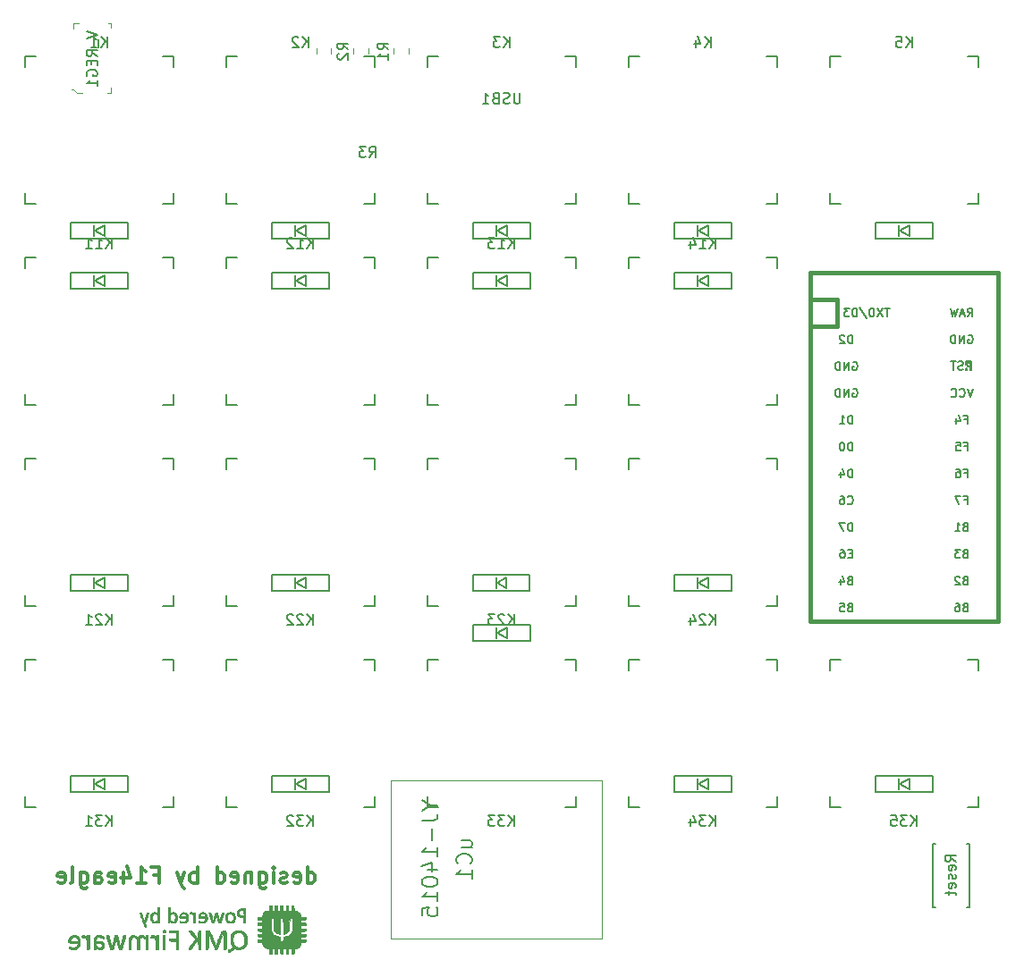
<source format=gbr>
G04 #@! TF.GenerationSoftware,KiCad,Pcbnew,(5.1.2)-2*
G04 #@! TF.CreationDate,2019-12-29T19:31:18+08:00*
G04 #@! TF.ProjectId,redox-receiver,7265646f-782d-4726-9563-65697665722e,rev?*
G04 #@! TF.SameCoordinates,Original*
G04 #@! TF.FileFunction,Legend,Bot*
G04 #@! TF.FilePolarity,Positive*
%FSLAX46Y46*%
G04 Gerber Fmt 4.6, Leading zero omitted, Abs format (unit mm)*
G04 Created by KiCad (PCBNEW (5.1.2)-2) date 2019-12-29 19:31:18*
%MOMM*%
%LPD*%
G04 APERTURE LIST*
%ADD10C,0.300000*%
%ADD11C,0.010000*%
%ADD12C,0.150000*%
%ADD13C,0.100000*%
%ADD14C,0.381000*%
%ADD15C,0.120000*%
%ADD16C,0.152400*%
G04 APERTURE END LIST*
D10*
X105444285Y-140378571D02*
X105444285Y-138878571D01*
X105444285Y-140307142D02*
X105587142Y-140378571D01*
X105872857Y-140378571D01*
X106015714Y-140307142D01*
X106087142Y-140235714D01*
X106158571Y-140092857D01*
X106158571Y-139664285D01*
X106087142Y-139521428D01*
X106015714Y-139450000D01*
X105872857Y-139378571D01*
X105587142Y-139378571D01*
X105444285Y-139450000D01*
X104158571Y-140307142D02*
X104301428Y-140378571D01*
X104587142Y-140378571D01*
X104730000Y-140307142D01*
X104801428Y-140164285D01*
X104801428Y-139592857D01*
X104730000Y-139450000D01*
X104587142Y-139378571D01*
X104301428Y-139378571D01*
X104158571Y-139450000D01*
X104087142Y-139592857D01*
X104087142Y-139735714D01*
X104801428Y-139878571D01*
X103515714Y-140307142D02*
X103372857Y-140378571D01*
X103087142Y-140378571D01*
X102944285Y-140307142D01*
X102872857Y-140164285D01*
X102872857Y-140092857D01*
X102944285Y-139950000D01*
X103087142Y-139878571D01*
X103301428Y-139878571D01*
X103444285Y-139807142D01*
X103515714Y-139664285D01*
X103515714Y-139592857D01*
X103444285Y-139450000D01*
X103301428Y-139378571D01*
X103087142Y-139378571D01*
X102944285Y-139450000D01*
X102230000Y-140378571D02*
X102230000Y-139378571D01*
X102230000Y-138878571D02*
X102301428Y-138950000D01*
X102230000Y-139021428D01*
X102158571Y-138950000D01*
X102230000Y-138878571D01*
X102230000Y-139021428D01*
X100872857Y-139378571D02*
X100872857Y-140592857D01*
X100944285Y-140735714D01*
X101015714Y-140807142D01*
X101158571Y-140878571D01*
X101372857Y-140878571D01*
X101515714Y-140807142D01*
X100872857Y-140307142D02*
X101015714Y-140378571D01*
X101301428Y-140378571D01*
X101444285Y-140307142D01*
X101515714Y-140235714D01*
X101587142Y-140092857D01*
X101587142Y-139664285D01*
X101515714Y-139521428D01*
X101444285Y-139450000D01*
X101301428Y-139378571D01*
X101015714Y-139378571D01*
X100872857Y-139450000D01*
X100158571Y-139378571D02*
X100158571Y-140378571D01*
X100158571Y-139521428D02*
X100087142Y-139450000D01*
X99944285Y-139378571D01*
X99730000Y-139378571D01*
X99587142Y-139450000D01*
X99515714Y-139592857D01*
X99515714Y-140378571D01*
X98230000Y-140307142D02*
X98372857Y-140378571D01*
X98658571Y-140378571D01*
X98801428Y-140307142D01*
X98872857Y-140164285D01*
X98872857Y-139592857D01*
X98801428Y-139450000D01*
X98658571Y-139378571D01*
X98372857Y-139378571D01*
X98230000Y-139450000D01*
X98158571Y-139592857D01*
X98158571Y-139735714D01*
X98872857Y-139878571D01*
X96872857Y-140378571D02*
X96872857Y-138878571D01*
X96872857Y-140307142D02*
X97015714Y-140378571D01*
X97301428Y-140378571D01*
X97444285Y-140307142D01*
X97515714Y-140235714D01*
X97587142Y-140092857D01*
X97587142Y-139664285D01*
X97515714Y-139521428D01*
X97444285Y-139450000D01*
X97301428Y-139378571D01*
X97015714Y-139378571D01*
X96872857Y-139450000D01*
X95015714Y-140378571D02*
X95015714Y-138878571D01*
X95015714Y-139450000D02*
X94872857Y-139378571D01*
X94587142Y-139378571D01*
X94444285Y-139450000D01*
X94372857Y-139521428D01*
X94301428Y-139664285D01*
X94301428Y-140092857D01*
X94372857Y-140235714D01*
X94444285Y-140307142D01*
X94587142Y-140378571D01*
X94872857Y-140378571D01*
X95015714Y-140307142D01*
X93801428Y-139378571D02*
X93444285Y-140378571D01*
X93087142Y-139378571D02*
X93444285Y-140378571D01*
X93587142Y-140735714D01*
X93658571Y-140807142D01*
X93801428Y-140878571D01*
X90872857Y-139592857D02*
X91372857Y-139592857D01*
X91372857Y-140378571D02*
X91372857Y-138878571D01*
X90658571Y-138878571D01*
X89301428Y-140378571D02*
X90158571Y-140378571D01*
X89730000Y-140378571D02*
X89730000Y-138878571D01*
X89872857Y-139092857D01*
X90015714Y-139235714D01*
X90158571Y-139307142D01*
X88015714Y-139378571D02*
X88015714Y-140378571D01*
X88372857Y-138807142D02*
X88730000Y-139878571D01*
X87801428Y-139878571D01*
X86658571Y-140307142D02*
X86801428Y-140378571D01*
X87087142Y-140378571D01*
X87230000Y-140307142D01*
X87301428Y-140164285D01*
X87301428Y-139592857D01*
X87230000Y-139450000D01*
X87087142Y-139378571D01*
X86801428Y-139378571D01*
X86658571Y-139450000D01*
X86587142Y-139592857D01*
X86587142Y-139735714D01*
X87301428Y-139878571D01*
X85301428Y-140378571D02*
X85301428Y-139592857D01*
X85372857Y-139450000D01*
X85515714Y-139378571D01*
X85801428Y-139378571D01*
X85944285Y-139450000D01*
X85301428Y-140307142D02*
X85444285Y-140378571D01*
X85801428Y-140378571D01*
X85944285Y-140307142D01*
X86015714Y-140164285D01*
X86015714Y-140021428D01*
X85944285Y-139878571D01*
X85801428Y-139807142D01*
X85444285Y-139807142D01*
X85301428Y-139735714D01*
X83944285Y-139378571D02*
X83944285Y-140592857D01*
X84015714Y-140735714D01*
X84087142Y-140807142D01*
X84230000Y-140878571D01*
X84444285Y-140878571D01*
X84587142Y-140807142D01*
X83944285Y-140307142D02*
X84087142Y-140378571D01*
X84372857Y-140378571D01*
X84515714Y-140307142D01*
X84587142Y-140235714D01*
X84658571Y-140092857D01*
X84658571Y-139664285D01*
X84587142Y-139521428D01*
X84515714Y-139450000D01*
X84372857Y-139378571D01*
X84087142Y-139378571D01*
X83944285Y-139450000D01*
X83015714Y-140378571D02*
X83158571Y-140307142D01*
X83230000Y-140164285D01*
X83230000Y-138878571D01*
X81872857Y-140307142D02*
X82015714Y-140378571D01*
X82301428Y-140378571D01*
X82444285Y-140307142D01*
X82515714Y-140164285D01*
X82515714Y-139592857D01*
X82444285Y-139450000D01*
X82301428Y-139378571D01*
X82015714Y-139378571D01*
X81872857Y-139450000D01*
X81801428Y-139592857D01*
X81801428Y-139735714D01*
X82515714Y-139878571D01*
D11*
G36*
X103923822Y-142984148D02*
G01*
X103782795Y-142978420D01*
X103641769Y-142972692D01*
X103632000Y-142748000D01*
X103622230Y-142523308D01*
X103407307Y-142523308D01*
X103396283Y-142984148D01*
X103255257Y-142978420D01*
X103114230Y-142972692D01*
X103094692Y-142523308D01*
X102879769Y-142523308D01*
X102868745Y-142984148D01*
X102727719Y-142978420D01*
X102586692Y-142972692D01*
X102567154Y-142523308D01*
X102352230Y-142523308D01*
X102346719Y-142753728D01*
X102341207Y-142984148D01*
X102200180Y-142978420D01*
X102059154Y-142972692D01*
X102049384Y-142748000D01*
X102039615Y-142523308D01*
X101824692Y-142523308D01*
X101819187Y-142752884D01*
X101813683Y-142982461D01*
X101720091Y-142982461D01*
X101580839Y-143000638D01*
X101455743Y-143052068D01*
X101349453Y-143132102D01*
X101266618Y-143236092D01*
X101211888Y-143359387D01*
X101189910Y-143497340D01*
X101189692Y-143512860D01*
X101189692Y-143606452D01*
X100960115Y-143611957D01*
X100730538Y-143617461D01*
X100724527Y-143723074D01*
X100725295Y-143799302D01*
X100738521Y-143839942D01*
X100744066Y-143844890D01*
X100773266Y-143851580D01*
X100832216Y-143856986D01*
X100911592Y-143860455D01*
X100979654Y-143861393D01*
X101189692Y-143861692D01*
X101189692Y-144133991D01*
X100960115Y-144139495D01*
X100730538Y-144145000D01*
X100724527Y-144250612D01*
X100725295Y-144326840D01*
X100738521Y-144367480D01*
X100744066Y-144372428D01*
X100773266Y-144379119D01*
X100832216Y-144384525D01*
X100911592Y-144387993D01*
X100979654Y-144388931D01*
X101189692Y-144389231D01*
X101189692Y-144661529D01*
X100960115Y-144667034D01*
X100730538Y-144672538D01*
X100724754Y-144782370D01*
X100723134Y-144834586D01*
X100728566Y-144871070D01*
X100746843Y-144894655D01*
X100783757Y-144908172D01*
X100845103Y-144914452D01*
X100936673Y-144916327D01*
X100999192Y-144916502D01*
X101189692Y-144916769D01*
X101189692Y-145189067D01*
X100730538Y-145200077D01*
X100724754Y-145309909D01*
X100723134Y-145362124D01*
X100728566Y-145398609D01*
X100746843Y-145422194D01*
X100783757Y-145435710D01*
X100845103Y-145441990D01*
X100936673Y-145443865D01*
X100999192Y-145444041D01*
X101189692Y-145444308D01*
X101189692Y-145716606D01*
X100960115Y-145722111D01*
X100730538Y-145727615D01*
X100724754Y-145837447D01*
X100723134Y-145889663D01*
X100728566Y-145926147D01*
X100746843Y-145949732D01*
X100783757Y-145963249D01*
X100845103Y-145969529D01*
X100936673Y-145971404D01*
X100999192Y-145971579D01*
X101189692Y-145971846D01*
X101189883Y-146074423D01*
X101208457Y-146208358D01*
X101260843Y-146329062D01*
X101342813Y-146432249D01*
X101450139Y-146513631D01*
X101578591Y-146568919D01*
X101700361Y-146592116D01*
X101814923Y-146602504D01*
X101814923Y-146812321D01*
X101816350Y-146917354D01*
X101822819Y-146989196D01*
X101837609Y-147033694D01*
X101863998Y-147056695D01*
X101905265Y-147064046D01*
X101955133Y-147062309D01*
X102039615Y-147056231D01*
X102049384Y-146831538D01*
X102059154Y-146606846D01*
X102200807Y-146601105D01*
X102342461Y-146595365D01*
X102342461Y-146808752D01*
X102343835Y-146914613D01*
X102350099Y-146987251D01*
X102364470Y-147032480D01*
X102390165Y-147056118D01*
X102430400Y-147063982D01*
X102482671Y-147062309D01*
X102567154Y-147056231D01*
X102572658Y-146826654D01*
X102578163Y-146597077D01*
X102870000Y-146597077D01*
X102870000Y-146809608D01*
X102871386Y-146915271D01*
X102877698Y-146987718D01*
X102892168Y-147032773D01*
X102918027Y-147056258D01*
X102958506Y-147063999D01*
X103010210Y-147062309D01*
X103094692Y-147056231D01*
X103100197Y-146826654D01*
X103105701Y-146597077D01*
X103397538Y-146597077D01*
X103397538Y-146809608D01*
X103398924Y-146915271D01*
X103405237Y-146987718D01*
X103419707Y-147032773D01*
X103445566Y-147056258D01*
X103486045Y-147063999D01*
X103537748Y-147062309D01*
X103622230Y-147056231D01*
X103633240Y-146597077D01*
X103925077Y-146597077D01*
X103925077Y-146808092D01*
X103927445Y-146920985D01*
X103934444Y-146998558D01*
X103945912Y-147039199D01*
X103948523Y-147042554D01*
X103980845Y-147056382D01*
X104033761Y-147064378D01*
X104090549Y-147065661D01*
X104134487Y-147059351D01*
X104146513Y-147052974D01*
X104151738Y-147029280D01*
X104155964Y-146974964D01*
X104158715Y-146898479D01*
X104159538Y-146821338D01*
X104159538Y-146602728D01*
X104285556Y-146590960D01*
X104436495Y-146559978D01*
X104563672Y-146498403D01*
X104665487Y-146407827D01*
X104740337Y-146289842D01*
X104786624Y-146146039D01*
X104796665Y-146082648D01*
X104809688Y-145971846D01*
X105003667Y-145971846D01*
X105111642Y-145970173D01*
X105186517Y-145963348D01*
X105234192Y-145948662D01*
X105260569Y-145923404D01*
X105271548Y-145884867D01*
X105273230Y-145848066D01*
X105268031Y-145790692D01*
X105255043Y-145748679D01*
X105249784Y-145741292D01*
X105216186Y-145729012D01*
X105145356Y-145721170D01*
X105038907Y-145717929D01*
X105015323Y-145717846D01*
X104804307Y-145717846D01*
X104804307Y-145444308D01*
X105000977Y-145444308D01*
X105109554Y-145442674D01*
X105185004Y-145435990D01*
X105233204Y-145421585D01*
X105260032Y-145396787D01*
X105271364Y-145358923D01*
X105273230Y-145320528D01*
X105268031Y-145263153D01*
X105255043Y-145221140D01*
X105249784Y-145213754D01*
X105216186Y-145201473D01*
X105145356Y-145193632D01*
X105038907Y-145190390D01*
X105015323Y-145190308D01*
X104804307Y-145190308D01*
X104804307Y-144916769D01*
X105000977Y-144916769D01*
X105109554Y-144915135D01*
X105185004Y-144908452D01*
X105233204Y-144894047D01*
X105260032Y-144869249D01*
X105271364Y-144831385D01*
X105273231Y-144792989D01*
X105268031Y-144735615D01*
X105255043Y-144693602D01*
X105249784Y-144686215D01*
X105216186Y-144673935D01*
X105145356Y-144666093D01*
X105038907Y-144662852D01*
X105015323Y-144662769D01*
X104804307Y-144662769D01*
X104804307Y-144412884D01*
X104019392Y-144412884D01*
X104019019Y-144551634D01*
X104016917Y-144660723D01*
X104012920Y-144744847D01*
X104006857Y-144808699D01*
X103998561Y-144856977D01*
X103995636Y-144869031D01*
X103935929Y-145025320D01*
X103845237Y-145158738D01*
X103725137Y-145268020D01*
X103577207Y-145351899D01*
X103403022Y-145409108D01*
X103299133Y-145428391D01*
X103143538Y-145450395D01*
X103143538Y-145648598D01*
X103140850Y-145760980D01*
X103132803Y-145835171D01*
X103119426Y-145870910D01*
X103119282Y-145871056D01*
X103082003Y-145885695D01*
X103012675Y-145890565D01*
X102977628Y-145889617D01*
X102860230Y-145883923D01*
X102854706Y-145664115D01*
X102851845Y-145568752D01*
X102848076Y-145505792D01*
X102842040Y-145468567D01*
X102832379Y-145450406D01*
X102817732Y-145444638D01*
X102809921Y-145444308D01*
X102744624Y-145437952D01*
X102656687Y-145421213D01*
X102560000Y-145397581D01*
X102468455Y-145370546D01*
X102395942Y-145343598D01*
X102380847Y-145336496D01*
X102276363Y-145268434D01*
X102175416Y-145176216D01*
X102091975Y-145073346D01*
X102067213Y-145033288D01*
X102037095Y-144976459D01*
X102013260Y-144922320D01*
X101994984Y-144865396D01*
X101981543Y-144800211D01*
X101972212Y-144721288D01*
X101966267Y-144623151D01*
X101962985Y-144500325D01*
X101961640Y-144347334D01*
X101961461Y-144233763D01*
X101961461Y-143716834D01*
X102029846Y-143702735D01*
X102099536Y-143696921D01*
X102166615Y-143702738D01*
X102235000Y-143716841D01*
X102246437Y-144233767D01*
X102251084Y-144403910D01*
X102256889Y-144550747D01*
X102263634Y-144670597D01*
X102271101Y-144759781D01*
X102279071Y-144814620D01*
X102281411Y-144823468D01*
X102338037Y-144937774D01*
X102425517Y-145036523D01*
X102537007Y-145114443D01*
X102665662Y-145166262D01*
X102747647Y-145182558D01*
X102849987Y-145195279D01*
X102855109Y-144456013D01*
X102860230Y-143716747D01*
X102928615Y-143702691D01*
X102998302Y-143696917D01*
X103065384Y-143702764D01*
X103133769Y-143716894D01*
X103138891Y-144455784D01*
X103144012Y-145194673D01*
X103236583Y-145181307D01*
X103383700Y-145143336D01*
X103510084Y-145076480D01*
X103611370Y-144983734D01*
X103678832Y-144877692D01*
X103691161Y-144848746D01*
X103700933Y-144817358D01*
X103708559Y-144778464D01*
X103714451Y-144727000D01*
X103719023Y-144657902D01*
X103722687Y-144566105D01*
X103725854Y-144446547D01*
X103728938Y-144294163D01*
X103729692Y-144253235D01*
X103739461Y-143716702D01*
X103807846Y-143702668D01*
X103877535Y-143696909D01*
X103944615Y-143702761D01*
X104013000Y-143716886D01*
X104018206Y-144239777D01*
X104019392Y-144412884D01*
X104804307Y-144412884D01*
X104804307Y-144389231D01*
X105000977Y-144389231D01*
X105109554Y-144387597D01*
X105185004Y-144380913D01*
X105233204Y-144366509D01*
X105260032Y-144341710D01*
X105271364Y-144303846D01*
X105273230Y-144265451D01*
X105268031Y-144208076D01*
X105255043Y-144166063D01*
X105249784Y-144158677D01*
X105216186Y-144146396D01*
X105145356Y-144138555D01*
X105038907Y-144135313D01*
X105015323Y-144135231D01*
X104804307Y-144135231D01*
X104804307Y-143861692D01*
X105000977Y-143861692D01*
X105109554Y-143860058D01*
X105185004Y-143853375D01*
X105233204Y-143838970D01*
X105260032Y-143814172D01*
X105271364Y-143776308D01*
X105273230Y-143737912D01*
X105268031Y-143680538D01*
X105255043Y-143638525D01*
X105249784Y-143631138D01*
X105216198Y-143618833D01*
X105145595Y-143610980D01*
X105039805Y-143607764D01*
X105018106Y-143607692D01*
X104809874Y-143607692D01*
X104797634Y-143490581D01*
X104777535Y-143372152D01*
X104741217Y-143276713D01*
X104682355Y-143189452D01*
X104656116Y-143159050D01*
X104559357Y-143072572D01*
X104449694Y-143016932D01*
X104317769Y-142987591D01*
X104298247Y-142985447D01*
X104169307Y-142972692D01*
X104149769Y-142523308D01*
X103934846Y-142523308D01*
X103923822Y-142984148D01*
X103923822Y-142984148D01*
G37*
X103923822Y-142984148D02*
X103782795Y-142978420D01*
X103641769Y-142972692D01*
X103632000Y-142748000D01*
X103622230Y-142523308D01*
X103407307Y-142523308D01*
X103396283Y-142984148D01*
X103255257Y-142978420D01*
X103114230Y-142972692D01*
X103094692Y-142523308D01*
X102879769Y-142523308D01*
X102868745Y-142984148D01*
X102727719Y-142978420D01*
X102586692Y-142972692D01*
X102567154Y-142523308D01*
X102352230Y-142523308D01*
X102346719Y-142753728D01*
X102341207Y-142984148D01*
X102200180Y-142978420D01*
X102059154Y-142972692D01*
X102049384Y-142748000D01*
X102039615Y-142523308D01*
X101824692Y-142523308D01*
X101819187Y-142752884D01*
X101813683Y-142982461D01*
X101720091Y-142982461D01*
X101580839Y-143000638D01*
X101455743Y-143052068D01*
X101349453Y-143132102D01*
X101266618Y-143236092D01*
X101211888Y-143359387D01*
X101189910Y-143497340D01*
X101189692Y-143512860D01*
X101189692Y-143606452D01*
X100960115Y-143611957D01*
X100730538Y-143617461D01*
X100724527Y-143723074D01*
X100725295Y-143799302D01*
X100738521Y-143839942D01*
X100744066Y-143844890D01*
X100773266Y-143851580D01*
X100832216Y-143856986D01*
X100911592Y-143860455D01*
X100979654Y-143861393D01*
X101189692Y-143861692D01*
X101189692Y-144133991D01*
X100960115Y-144139495D01*
X100730538Y-144145000D01*
X100724527Y-144250612D01*
X100725295Y-144326840D01*
X100738521Y-144367480D01*
X100744066Y-144372428D01*
X100773266Y-144379119D01*
X100832216Y-144384525D01*
X100911592Y-144387993D01*
X100979654Y-144388931D01*
X101189692Y-144389231D01*
X101189692Y-144661529D01*
X100960115Y-144667034D01*
X100730538Y-144672538D01*
X100724754Y-144782370D01*
X100723134Y-144834586D01*
X100728566Y-144871070D01*
X100746843Y-144894655D01*
X100783757Y-144908172D01*
X100845103Y-144914452D01*
X100936673Y-144916327D01*
X100999192Y-144916502D01*
X101189692Y-144916769D01*
X101189692Y-145189067D01*
X100730538Y-145200077D01*
X100724754Y-145309909D01*
X100723134Y-145362124D01*
X100728566Y-145398609D01*
X100746843Y-145422194D01*
X100783757Y-145435710D01*
X100845103Y-145441990D01*
X100936673Y-145443865D01*
X100999192Y-145444041D01*
X101189692Y-145444308D01*
X101189692Y-145716606D01*
X100960115Y-145722111D01*
X100730538Y-145727615D01*
X100724754Y-145837447D01*
X100723134Y-145889663D01*
X100728566Y-145926147D01*
X100746843Y-145949732D01*
X100783757Y-145963249D01*
X100845103Y-145969529D01*
X100936673Y-145971404D01*
X100999192Y-145971579D01*
X101189692Y-145971846D01*
X101189883Y-146074423D01*
X101208457Y-146208358D01*
X101260843Y-146329062D01*
X101342813Y-146432249D01*
X101450139Y-146513631D01*
X101578591Y-146568919D01*
X101700361Y-146592116D01*
X101814923Y-146602504D01*
X101814923Y-146812321D01*
X101816350Y-146917354D01*
X101822819Y-146989196D01*
X101837609Y-147033694D01*
X101863998Y-147056695D01*
X101905265Y-147064046D01*
X101955133Y-147062309D01*
X102039615Y-147056231D01*
X102049384Y-146831538D01*
X102059154Y-146606846D01*
X102200807Y-146601105D01*
X102342461Y-146595365D01*
X102342461Y-146808752D01*
X102343835Y-146914613D01*
X102350099Y-146987251D01*
X102364470Y-147032480D01*
X102390165Y-147056118D01*
X102430400Y-147063982D01*
X102482671Y-147062309D01*
X102567154Y-147056231D01*
X102572658Y-146826654D01*
X102578163Y-146597077D01*
X102870000Y-146597077D01*
X102870000Y-146809608D01*
X102871386Y-146915271D01*
X102877698Y-146987718D01*
X102892168Y-147032773D01*
X102918027Y-147056258D01*
X102958506Y-147063999D01*
X103010210Y-147062309D01*
X103094692Y-147056231D01*
X103100197Y-146826654D01*
X103105701Y-146597077D01*
X103397538Y-146597077D01*
X103397538Y-146809608D01*
X103398924Y-146915271D01*
X103405237Y-146987718D01*
X103419707Y-147032773D01*
X103445566Y-147056258D01*
X103486045Y-147063999D01*
X103537748Y-147062309D01*
X103622230Y-147056231D01*
X103633240Y-146597077D01*
X103925077Y-146597077D01*
X103925077Y-146808092D01*
X103927445Y-146920985D01*
X103934444Y-146998558D01*
X103945912Y-147039199D01*
X103948523Y-147042554D01*
X103980845Y-147056382D01*
X104033761Y-147064378D01*
X104090549Y-147065661D01*
X104134487Y-147059351D01*
X104146513Y-147052974D01*
X104151738Y-147029280D01*
X104155964Y-146974964D01*
X104158715Y-146898479D01*
X104159538Y-146821338D01*
X104159538Y-146602728D01*
X104285556Y-146590960D01*
X104436495Y-146559978D01*
X104563672Y-146498403D01*
X104665487Y-146407827D01*
X104740337Y-146289842D01*
X104786624Y-146146039D01*
X104796665Y-146082648D01*
X104809688Y-145971846D01*
X105003667Y-145971846D01*
X105111642Y-145970173D01*
X105186517Y-145963348D01*
X105234192Y-145948662D01*
X105260569Y-145923404D01*
X105271548Y-145884867D01*
X105273230Y-145848066D01*
X105268031Y-145790692D01*
X105255043Y-145748679D01*
X105249784Y-145741292D01*
X105216186Y-145729012D01*
X105145356Y-145721170D01*
X105038907Y-145717929D01*
X105015323Y-145717846D01*
X104804307Y-145717846D01*
X104804307Y-145444308D01*
X105000977Y-145444308D01*
X105109554Y-145442674D01*
X105185004Y-145435990D01*
X105233204Y-145421585D01*
X105260032Y-145396787D01*
X105271364Y-145358923D01*
X105273230Y-145320528D01*
X105268031Y-145263153D01*
X105255043Y-145221140D01*
X105249784Y-145213754D01*
X105216186Y-145201473D01*
X105145356Y-145193632D01*
X105038907Y-145190390D01*
X105015323Y-145190308D01*
X104804307Y-145190308D01*
X104804307Y-144916769D01*
X105000977Y-144916769D01*
X105109554Y-144915135D01*
X105185004Y-144908452D01*
X105233204Y-144894047D01*
X105260032Y-144869249D01*
X105271364Y-144831385D01*
X105273231Y-144792989D01*
X105268031Y-144735615D01*
X105255043Y-144693602D01*
X105249784Y-144686215D01*
X105216186Y-144673935D01*
X105145356Y-144666093D01*
X105038907Y-144662852D01*
X105015323Y-144662769D01*
X104804307Y-144662769D01*
X104804307Y-144412884D01*
X104019392Y-144412884D01*
X104019019Y-144551634D01*
X104016917Y-144660723D01*
X104012920Y-144744847D01*
X104006857Y-144808699D01*
X103998561Y-144856977D01*
X103995636Y-144869031D01*
X103935929Y-145025320D01*
X103845237Y-145158738D01*
X103725137Y-145268020D01*
X103577207Y-145351899D01*
X103403022Y-145409108D01*
X103299133Y-145428391D01*
X103143538Y-145450395D01*
X103143538Y-145648598D01*
X103140850Y-145760980D01*
X103132803Y-145835171D01*
X103119426Y-145870910D01*
X103119282Y-145871056D01*
X103082003Y-145885695D01*
X103012675Y-145890565D01*
X102977628Y-145889617D01*
X102860230Y-145883923D01*
X102854706Y-145664115D01*
X102851845Y-145568752D01*
X102848076Y-145505792D01*
X102842040Y-145468567D01*
X102832379Y-145450406D01*
X102817732Y-145444638D01*
X102809921Y-145444308D01*
X102744624Y-145437952D01*
X102656687Y-145421213D01*
X102560000Y-145397581D01*
X102468455Y-145370546D01*
X102395942Y-145343598D01*
X102380847Y-145336496D01*
X102276363Y-145268434D01*
X102175416Y-145176216D01*
X102091975Y-145073346D01*
X102067213Y-145033288D01*
X102037095Y-144976459D01*
X102013260Y-144922320D01*
X101994984Y-144865396D01*
X101981543Y-144800211D01*
X101972212Y-144721288D01*
X101966267Y-144623151D01*
X101962985Y-144500325D01*
X101961640Y-144347334D01*
X101961461Y-144233763D01*
X101961461Y-143716834D01*
X102029846Y-143702735D01*
X102099536Y-143696921D01*
X102166615Y-143702738D01*
X102235000Y-143716841D01*
X102246437Y-144233767D01*
X102251084Y-144403910D01*
X102256889Y-144550747D01*
X102263634Y-144670597D01*
X102271101Y-144759781D01*
X102279071Y-144814620D01*
X102281411Y-144823468D01*
X102338037Y-144937774D01*
X102425517Y-145036523D01*
X102537007Y-145114443D01*
X102665662Y-145166262D01*
X102747647Y-145182558D01*
X102849987Y-145195279D01*
X102855109Y-144456013D01*
X102860230Y-143716747D01*
X102928615Y-143702691D01*
X102998302Y-143696917D01*
X103065384Y-143702764D01*
X103133769Y-143716894D01*
X103138891Y-144455784D01*
X103144012Y-145194673D01*
X103236583Y-145181307D01*
X103383700Y-145143336D01*
X103510084Y-145076480D01*
X103611370Y-144983734D01*
X103678832Y-144877692D01*
X103691161Y-144848746D01*
X103700933Y-144817358D01*
X103708559Y-144778464D01*
X103714451Y-144727000D01*
X103719023Y-144657902D01*
X103722687Y-144566105D01*
X103725854Y-144446547D01*
X103728938Y-144294163D01*
X103729692Y-144253235D01*
X103739461Y-143716702D01*
X103807846Y-143702668D01*
X103877535Y-143696909D01*
X103944615Y-143702761D01*
X104013000Y-143716886D01*
X104018206Y-144239777D01*
X104019392Y-144412884D01*
X104804307Y-144412884D01*
X104804307Y-144389231D01*
X105000977Y-144389231D01*
X105109554Y-144387597D01*
X105185004Y-144380913D01*
X105233204Y-144366509D01*
X105260032Y-144341710D01*
X105271364Y-144303846D01*
X105273230Y-144265451D01*
X105268031Y-144208076D01*
X105255043Y-144166063D01*
X105249784Y-144158677D01*
X105216186Y-144146396D01*
X105145356Y-144138555D01*
X105038907Y-144135313D01*
X105015323Y-144135231D01*
X104804307Y-144135231D01*
X104804307Y-143861692D01*
X105000977Y-143861692D01*
X105109554Y-143860058D01*
X105185004Y-143853375D01*
X105233204Y-143838970D01*
X105260032Y-143814172D01*
X105271364Y-143776308D01*
X105273230Y-143737912D01*
X105268031Y-143680538D01*
X105255043Y-143638525D01*
X105249784Y-143631138D01*
X105216198Y-143618833D01*
X105145595Y-143610980D01*
X105039805Y-143607764D01*
X105018106Y-143607692D01*
X104809874Y-143607692D01*
X104797634Y-143490581D01*
X104777535Y-143372152D01*
X104741217Y-143276713D01*
X104682355Y-143189452D01*
X104656116Y-143159050D01*
X104559357Y-143072572D01*
X104449694Y-143016932D01*
X104317769Y-142987591D01*
X104298247Y-142985447D01*
X104169307Y-142972692D01*
X104149769Y-142523308D01*
X103934846Y-142523308D01*
X103923822Y-142984148D01*
G36*
X98742074Y-144849363D02*
G01*
X98602834Y-144882912D01*
X98481285Y-144941682D01*
X98433209Y-144974755D01*
X98333765Y-145063507D01*
X98258123Y-145166069D01*
X98197587Y-145294428D01*
X98193568Y-145305014D01*
X98177201Y-145353919D01*
X98165718Y-145404241D01*
X98158282Y-145464254D01*
X98154061Y-145542235D01*
X98152217Y-145646458D01*
X98151915Y-145717846D01*
X98152350Y-145838407D01*
X98154672Y-145928540D01*
X98159786Y-145996884D01*
X98168595Y-146052075D01*
X98182003Y-146102752D01*
X98196730Y-146146072D01*
X98230053Y-146226572D01*
X98269685Y-146305805D01*
X98298626Y-146353757D01*
X98355254Y-146436062D01*
X98243588Y-146514051D01*
X98167484Y-146564108D01*
X98085752Y-146613178D01*
X98031678Y-146642552D01*
X97957569Y-146690156D01*
X97919023Y-146743304D01*
X97912530Y-146808170D01*
X97918746Y-146841308D01*
X97931206Y-146874087D01*
X97953041Y-146886646D01*
X97993622Y-146880565D01*
X98047044Y-146862923D01*
X98156357Y-146813815D01*
X98280785Y-146740760D01*
X98410283Y-146649706D01*
X98421028Y-146641463D01*
X98534287Y-146553973D01*
X98635951Y-146599640D01*
X98733306Y-146629115D01*
X98854547Y-146644602D01*
X98987088Y-146646145D01*
X99118342Y-146633787D01*
X99235724Y-146607573D01*
X99265154Y-146597468D01*
X99390672Y-146530609D01*
X99502568Y-146433850D01*
X99592273Y-146316040D01*
X99644886Y-146205349D01*
X99669994Y-146107689D01*
X99688653Y-145983753D01*
X99700154Y-145845921D01*
X99702986Y-145737385D01*
X99459217Y-145737385D01*
X99455309Y-145897076D01*
X99440864Y-146025683D01*
X99414310Y-146130158D01*
X99374078Y-146217449D01*
X99339011Y-146269360D01*
X99248875Y-146356228D01*
X99136783Y-146415482D01*
X99009621Y-146445870D01*
X98874276Y-146446141D01*
X98737636Y-146415045D01*
X98676066Y-146389780D01*
X98576545Y-146325607D01*
X98496754Y-146234648D01*
X98432171Y-146111645D01*
X98427992Y-146101424D01*
X98410800Y-146052507D01*
X98399178Y-146000682D01*
X98392129Y-145936915D01*
X98388653Y-145852173D01*
X98387753Y-145737422D01*
X98387753Y-145737385D01*
X98392139Y-145579639D01*
X98406558Y-145453117D01*
X98433114Y-145350778D01*
X98473912Y-145265580D01*
X98531057Y-145190483D01*
X98560228Y-145160465D01*
X98649352Y-145092121D01*
X98751369Y-145051294D01*
X98875359Y-145034733D01*
X98913461Y-145034000D01*
X99040774Y-145043615D01*
X99144421Y-145075237D01*
X99235501Y-145133027D01*
X99277111Y-145170400D01*
X99346533Y-145248573D01*
X99396953Y-145332384D01*
X99430824Y-145429464D01*
X99450593Y-145547441D01*
X99458713Y-145693943D01*
X99459217Y-145737385D01*
X99702986Y-145737385D01*
X99703791Y-145706569D01*
X99698858Y-145578074D01*
X99686279Y-145480790D01*
X99634652Y-145300315D01*
X99556831Y-145148774D01*
X99453445Y-145026686D01*
X99325128Y-144934573D01*
X99172511Y-144872953D01*
X98996225Y-144842348D01*
X98906699Y-144838827D01*
X98742074Y-144849363D01*
X98742074Y-144849363D01*
G37*
X98742074Y-144849363D02*
X98602834Y-144882912D01*
X98481285Y-144941682D01*
X98433209Y-144974755D01*
X98333765Y-145063507D01*
X98258123Y-145166069D01*
X98197587Y-145294428D01*
X98193568Y-145305014D01*
X98177201Y-145353919D01*
X98165718Y-145404241D01*
X98158282Y-145464254D01*
X98154061Y-145542235D01*
X98152217Y-145646458D01*
X98151915Y-145717846D01*
X98152350Y-145838407D01*
X98154672Y-145928540D01*
X98159786Y-145996884D01*
X98168595Y-146052075D01*
X98182003Y-146102752D01*
X98196730Y-146146072D01*
X98230053Y-146226572D01*
X98269685Y-146305805D01*
X98298626Y-146353757D01*
X98355254Y-146436062D01*
X98243588Y-146514051D01*
X98167484Y-146564108D01*
X98085752Y-146613178D01*
X98031678Y-146642552D01*
X97957569Y-146690156D01*
X97919023Y-146743304D01*
X97912530Y-146808170D01*
X97918746Y-146841308D01*
X97931206Y-146874087D01*
X97953041Y-146886646D01*
X97993622Y-146880565D01*
X98047044Y-146862923D01*
X98156357Y-146813815D01*
X98280785Y-146740760D01*
X98410283Y-146649706D01*
X98421028Y-146641463D01*
X98534287Y-146553973D01*
X98635951Y-146599640D01*
X98733306Y-146629115D01*
X98854547Y-146644602D01*
X98987088Y-146646145D01*
X99118342Y-146633787D01*
X99235724Y-146607573D01*
X99265154Y-146597468D01*
X99390672Y-146530609D01*
X99502568Y-146433850D01*
X99592273Y-146316040D01*
X99644886Y-146205349D01*
X99669994Y-146107689D01*
X99688653Y-145983753D01*
X99700154Y-145845921D01*
X99702986Y-145737385D01*
X99459217Y-145737385D01*
X99455309Y-145897076D01*
X99440864Y-146025683D01*
X99414310Y-146130158D01*
X99374078Y-146217449D01*
X99339011Y-146269360D01*
X99248875Y-146356228D01*
X99136783Y-146415482D01*
X99009621Y-146445870D01*
X98874276Y-146446141D01*
X98737636Y-146415045D01*
X98676066Y-146389780D01*
X98576545Y-146325607D01*
X98496754Y-146234648D01*
X98432171Y-146111645D01*
X98427992Y-146101424D01*
X98410800Y-146052507D01*
X98399178Y-146000682D01*
X98392129Y-145936915D01*
X98388653Y-145852173D01*
X98387753Y-145737422D01*
X98387753Y-145737385D01*
X98392139Y-145579639D01*
X98406558Y-145453117D01*
X98433114Y-145350778D01*
X98473912Y-145265580D01*
X98531057Y-145190483D01*
X98560228Y-145160465D01*
X98649352Y-145092121D01*
X98751369Y-145051294D01*
X98875359Y-145034733D01*
X98913461Y-145034000D01*
X99040774Y-145043615D01*
X99144421Y-145075237D01*
X99235501Y-145133027D01*
X99277111Y-145170400D01*
X99346533Y-145248573D01*
X99396953Y-145332384D01*
X99430824Y-145429464D01*
X99450593Y-145547441D01*
X99458713Y-145693943D01*
X99459217Y-145737385D01*
X99702986Y-145737385D01*
X99703791Y-145706569D01*
X99698858Y-145578074D01*
X99686279Y-145480790D01*
X99634652Y-145300315D01*
X99556831Y-145148774D01*
X99453445Y-145026686D01*
X99325128Y-144934573D01*
X99172511Y-144872953D01*
X98996225Y-144842348D01*
X98906699Y-144838827D01*
X98742074Y-144849363D01*
G36*
X85563452Y-145312405D02*
G01*
X85471440Y-145329331D01*
X85387601Y-145369756D01*
X85310305Y-145436828D01*
X85251469Y-145518489D01*
X85228302Y-145575384D01*
X85220642Y-145626890D01*
X85215138Y-145715188D01*
X85211854Y-145838048D01*
X85210857Y-145993240D01*
X85211770Y-146141291D01*
X85217000Y-146626385D01*
X85295154Y-146626385D01*
X85345414Y-146624138D01*
X85368785Y-146610338D01*
X85377441Y-146574391D01*
X85379371Y-146553115D01*
X85385564Y-146506005D01*
X85393318Y-146481045D01*
X85395171Y-146479846D01*
X85414750Y-146491035D01*
X85453710Y-146519521D01*
X85479213Y-146539561D01*
X85590287Y-146606487D01*
X85715192Y-146644275D01*
X85843208Y-146650933D01*
X85954399Y-146627890D01*
X86065364Y-146573989D01*
X86142257Y-146502184D01*
X86186961Y-146409599D01*
X86201357Y-146293358D01*
X86200785Y-146276230D01*
X85983271Y-146276230D01*
X85971462Y-146323795D01*
X85930427Y-146399424D01*
X85864710Y-146451551D01*
X85782616Y-146477620D01*
X85692451Y-146475075D01*
X85602520Y-146441361D01*
X85598000Y-146438704D01*
X85537082Y-146397274D01*
X85480266Y-146351248D01*
X85475884Y-146347198D01*
X85447105Y-146316261D01*
X85430916Y-146283421D01*
X85423778Y-146236403D01*
X85422154Y-146162926D01*
X85422154Y-146024779D01*
X85614633Y-146035385D01*
X85737967Y-146046263D01*
X85828928Y-146065007D01*
X85893862Y-146094197D01*
X85939114Y-146136413D01*
X85963494Y-146177205D01*
X85982852Y-146228882D01*
X85983271Y-146276230D01*
X86200785Y-146276230D01*
X86199995Y-146252606D01*
X86178713Y-146140270D01*
X86129543Y-146049246D01*
X86050944Y-145978520D01*
X85941374Y-145927074D01*
X85799290Y-145893893D01*
X85632192Y-145878335D01*
X85422154Y-145869134D01*
X85422263Y-145798375D01*
X85434756Y-145687758D01*
X85469645Y-145595215D01*
X85510678Y-145541435D01*
X85579335Y-145501765D01*
X85671548Y-145484276D01*
X85778568Y-145489164D01*
X85891644Y-145516627D01*
X85931831Y-145531945D01*
X86002336Y-145560389D01*
X86064257Y-145583278D01*
X86102361Y-145595148D01*
X86130227Y-145598630D01*
X86142186Y-145585523D01*
X86143112Y-145546585D01*
X86141438Y-145521057D01*
X86132471Y-145462687D01*
X86110021Y-145426378D01*
X86071901Y-145399567D01*
X85965033Y-145353659D01*
X85835379Y-145322743D01*
X85696873Y-145308448D01*
X85563452Y-145312405D01*
X85563452Y-145312405D01*
G37*
X85563452Y-145312405D02*
X85471440Y-145329331D01*
X85387601Y-145369756D01*
X85310305Y-145436828D01*
X85251469Y-145518489D01*
X85228302Y-145575384D01*
X85220642Y-145626890D01*
X85215138Y-145715188D01*
X85211854Y-145838048D01*
X85210857Y-145993240D01*
X85211770Y-146141291D01*
X85217000Y-146626385D01*
X85295154Y-146626385D01*
X85345414Y-146624138D01*
X85368785Y-146610338D01*
X85377441Y-146574391D01*
X85379371Y-146553115D01*
X85385564Y-146506005D01*
X85393318Y-146481045D01*
X85395171Y-146479846D01*
X85414750Y-146491035D01*
X85453710Y-146519521D01*
X85479213Y-146539561D01*
X85590287Y-146606487D01*
X85715192Y-146644275D01*
X85843208Y-146650933D01*
X85954399Y-146627890D01*
X86065364Y-146573989D01*
X86142257Y-146502184D01*
X86186961Y-146409599D01*
X86201357Y-146293358D01*
X86200785Y-146276230D01*
X85983271Y-146276230D01*
X85971462Y-146323795D01*
X85930427Y-146399424D01*
X85864710Y-146451551D01*
X85782616Y-146477620D01*
X85692451Y-146475075D01*
X85602520Y-146441361D01*
X85598000Y-146438704D01*
X85537082Y-146397274D01*
X85480266Y-146351248D01*
X85475884Y-146347198D01*
X85447105Y-146316261D01*
X85430916Y-146283421D01*
X85423778Y-146236403D01*
X85422154Y-146162926D01*
X85422154Y-146024779D01*
X85614633Y-146035385D01*
X85737967Y-146046263D01*
X85828928Y-146065007D01*
X85893862Y-146094197D01*
X85939114Y-146136413D01*
X85963494Y-146177205D01*
X85982852Y-146228882D01*
X85983271Y-146276230D01*
X86200785Y-146276230D01*
X86199995Y-146252606D01*
X86178713Y-146140270D01*
X86129543Y-146049246D01*
X86050944Y-145978520D01*
X85941374Y-145927074D01*
X85799290Y-145893893D01*
X85632192Y-145878335D01*
X85422154Y-145869134D01*
X85422263Y-145798375D01*
X85434756Y-145687758D01*
X85469645Y-145595215D01*
X85510678Y-145541435D01*
X85579335Y-145501765D01*
X85671548Y-145484276D01*
X85778568Y-145489164D01*
X85891644Y-145516627D01*
X85931831Y-145531945D01*
X86002336Y-145560389D01*
X86064257Y-145583278D01*
X86102361Y-145595148D01*
X86130227Y-145598630D01*
X86142186Y-145585523D01*
X86143112Y-145546585D01*
X86141438Y-145521057D01*
X86132471Y-145462687D01*
X86110021Y-145426378D01*
X86071901Y-145399567D01*
X85965033Y-145353659D01*
X85835379Y-145322743D01*
X85696873Y-145308448D01*
X85563452Y-145312405D01*
G36*
X83211050Y-145317898D02*
G01*
X83079055Y-145356087D01*
X82970455Y-145425193D01*
X82886286Y-145524301D01*
X82827584Y-145652496D01*
X82795385Y-145808862D01*
X82794678Y-145815538D01*
X82788507Y-145878368D01*
X82787330Y-145926836D01*
X82795460Y-145962884D01*
X82817210Y-145988449D01*
X82856891Y-146005471D01*
X82918816Y-146015890D01*
X83007297Y-146021644D01*
X83126646Y-146024673D01*
X83264167Y-146026675D01*
X83688471Y-146032657D01*
X83677457Y-146139374D01*
X83650354Y-146260160D01*
X83596574Y-146352796D01*
X83515605Y-146417693D01*
X83406939Y-146455263D01*
X83272923Y-146465963D01*
X83150491Y-146456148D01*
X83031266Y-146432796D01*
X83000823Y-146423982D01*
X82935091Y-146405188D01*
X82884108Y-146394451D01*
X82859169Y-146394052D01*
X82846253Y-146421176D01*
X82843547Y-146468161D01*
X82850131Y-146517411D01*
X82865087Y-146551329D01*
X82867500Y-146553614D01*
X82925214Y-146584190D01*
X83011715Y-146609887D01*
X83116885Y-146629490D01*
X83230603Y-146641786D01*
X83342754Y-146645560D01*
X83443217Y-146639599D01*
X83499434Y-146629432D01*
X83632732Y-146580188D01*
X83738773Y-146506415D01*
X83818810Y-146406322D01*
X83874092Y-146278118D01*
X83905873Y-146120011D01*
X83912904Y-146037478D01*
X83909669Y-145858874D01*
X83908796Y-145854615D01*
X83688376Y-145854615D01*
X83018923Y-145854615D01*
X83019244Y-145781346D01*
X83035726Y-145694574D01*
X83078575Y-145608674D01*
X83138980Y-145539153D01*
X83169177Y-145517556D01*
X83248950Y-145489296D01*
X83345561Y-145481545D01*
X83442474Y-145494489D01*
X83497371Y-145513886D01*
X83572897Y-145568985D01*
X83634002Y-145650085D01*
X83671942Y-145744522D01*
X83677706Y-145775064D01*
X83688376Y-145854615D01*
X83908796Y-145854615D01*
X83878163Y-145705234D01*
X83817585Y-145573731D01*
X83759422Y-145495562D01*
X83672270Y-145411143D01*
X83580431Y-145355619D01*
X83472607Y-145323715D01*
X83365403Y-145311541D01*
X83211050Y-145317898D01*
X83211050Y-145317898D01*
G37*
X83211050Y-145317898D02*
X83079055Y-145356087D01*
X82970455Y-145425193D01*
X82886286Y-145524301D01*
X82827584Y-145652496D01*
X82795385Y-145808862D01*
X82794678Y-145815538D01*
X82788507Y-145878368D01*
X82787330Y-145926836D01*
X82795460Y-145962884D01*
X82817210Y-145988449D01*
X82856891Y-146005471D01*
X82918816Y-146015890D01*
X83007297Y-146021644D01*
X83126646Y-146024673D01*
X83264167Y-146026675D01*
X83688471Y-146032657D01*
X83677457Y-146139374D01*
X83650354Y-146260160D01*
X83596574Y-146352796D01*
X83515605Y-146417693D01*
X83406939Y-146455263D01*
X83272923Y-146465963D01*
X83150491Y-146456148D01*
X83031266Y-146432796D01*
X83000823Y-146423982D01*
X82935091Y-146405188D01*
X82884108Y-146394451D01*
X82859169Y-146394052D01*
X82846253Y-146421176D01*
X82843547Y-146468161D01*
X82850131Y-146517411D01*
X82865087Y-146551329D01*
X82867500Y-146553614D01*
X82925214Y-146584190D01*
X83011715Y-146609887D01*
X83116885Y-146629490D01*
X83230603Y-146641786D01*
X83342754Y-146645560D01*
X83443217Y-146639599D01*
X83499434Y-146629432D01*
X83632732Y-146580188D01*
X83738773Y-146506415D01*
X83818810Y-146406322D01*
X83874092Y-146278118D01*
X83905873Y-146120011D01*
X83912904Y-146037478D01*
X83909669Y-145858874D01*
X83908796Y-145854615D01*
X83688376Y-145854615D01*
X83018923Y-145854615D01*
X83019244Y-145781346D01*
X83035726Y-145694574D01*
X83078575Y-145608674D01*
X83138980Y-145539153D01*
X83169177Y-145517556D01*
X83248950Y-145489296D01*
X83345561Y-145481545D01*
X83442474Y-145494489D01*
X83497371Y-145513886D01*
X83572897Y-145568985D01*
X83634002Y-145650085D01*
X83671942Y-145744522D01*
X83677706Y-145775064D01*
X83688376Y-145854615D01*
X83908796Y-145854615D01*
X83878163Y-145705234D01*
X83817585Y-145573731D01*
X83759422Y-145495562D01*
X83672270Y-145411143D01*
X83580431Y-145355619D01*
X83472607Y-145323715D01*
X83365403Y-145311541D01*
X83211050Y-145317898D01*
G36*
X95883296Y-144864581D02*
G01*
X95834007Y-144883616D01*
X95827780Y-144888857D01*
X95820290Y-144900063D01*
X95814106Y-144919622D01*
X95809105Y-144950990D01*
X95805167Y-144997625D01*
X95802170Y-145062984D01*
X95799994Y-145150522D01*
X95798518Y-145263698D01*
X95797621Y-145405969D01*
X95797181Y-145580790D01*
X95797077Y-145765997D01*
X95796994Y-145973318D01*
X95797050Y-146144925D01*
X95797695Y-146284179D01*
X95799384Y-146394441D01*
X95802569Y-146479075D01*
X95807703Y-146541441D01*
X95815239Y-146584900D01*
X95825630Y-146612814D01*
X95839328Y-146628546D01*
X95856787Y-146635455D01*
X95878460Y-146636905D01*
X95904798Y-146636256D01*
X95914307Y-146636154D01*
X95943185Y-146636700D01*
X95966901Y-146636011D01*
X95985966Y-146630597D01*
X96000888Y-146616969D01*
X96012176Y-146591637D01*
X96020339Y-146551111D01*
X96025886Y-146491902D01*
X96029327Y-146410519D01*
X96031169Y-146303474D01*
X96031923Y-146167275D01*
X96032098Y-145998434D01*
X96032169Y-145828102D01*
X96032800Y-145043769D01*
X96347910Y-145825308D01*
X96414837Y-145990435D01*
X96477889Y-146144338D01*
X96535461Y-146283224D01*
X96585949Y-146403298D01*
X96627751Y-146500768D01*
X96659263Y-146571838D01*
X96678881Y-146612715D01*
X96684318Y-146621201D01*
X96717181Y-146630966D01*
X96768691Y-146635513D01*
X96774000Y-146635555D01*
X96826349Y-146631695D01*
X96862144Y-146622290D01*
X96863980Y-146621201D01*
X96875364Y-146600454D01*
X96899087Y-146547012D01*
X96933597Y-146464704D01*
X96977343Y-146357359D01*
X97028773Y-146228808D01*
X97086337Y-146082880D01*
X97148484Y-145923404D01*
X97186365Y-145825308D01*
X97487154Y-145043769D01*
X97506692Y-146626385D01*
X97594717Y-146632144D01*
X97658114Y-146630480D01*
X97701174Y-146618071D01*
X97707063Y-146613583D01*
X97713469Y-146588022D01*
X97718970Y-146528393D01*
X97723568Y-146439694D01*
X97727265Y-146326921D01*
X97730064Y-146195072D01*
X97731968Y-146049146D01*
X97732979Y-145894140D01*
X97733100Y-145735052D01*
X97732333Y-145576880D01*
X97730682Y-145424621D01*
X97728148Y-145283273D01*
X97724734Y-145157834D01*
X97720443Y-145053302D01*
X97715278Y-144974674D01*
X97709240Y-144926948D01*
X97706182Y-144916769D01*
X97688130Y-144889599D01*
X97661273Y-144873920D01*
X97614779Y-144865767D01*
X97556665Y-144862021D01*
X97453960Y-144863082D01*
X97380489Y-144879929D01*
X97328393Y-144916055D01*
X97289812Y-144974952D01*
X97286451Y-144982106D01*
X97270397Y-145019659D01*
X97242073Y-145088612D01*
X97203477Y-145183986D01*
X97156610Y-145300805D01*
X97103471Y-145434090D01*
X97046061Y-145578863D01*
X97008305Y-145674473D01*
X96950882Y-145818755D01*
X96897596Y-145950007D01*
X96850185Y-146064157D01*
X96810384Y-146157134D01*
X96779927Y-146224863D01*
X96760551Y-146263272D01*
X96754341Y-146270396D01*
X96744197Y-146249397D01*
X96721055Y-146196337D01*
X96686649Y-146115352D01*
X96642713Y-146010574D01*
X96590980Y-145886138D01*
X96533183Y-145746179D01*
X96471056Y-145594829D01*
X96470891Y-145594426D01*
X96391225Y-145401306D01*
X96324361Y-145242671D01*
X96269346Y-145116427D01*
X96225224Y-145020484D01*
X96191043Y-144952749D01*
X96165850Y-144911132D01*
X96152442Y-144895926D01*
X96101751Y-144872564D01*
X96030865Y-144859353D01*
X95953481Y-144856593D01*
X95883296Y-144864581D01*
X95883296Y-144864581D01*
G37*
X95883296Y-144864581D02*
X95834007Y-144883616D01*
X95827780Y-144888857D01*
X95820290Y-144900063D01*
X95814106Y-144919622D01*
X95809105Y-144950990D01*
X95805167Y-144997625D01*
X95802170Y-145062984D01*
X95799994Y-145150522D01*
X95798518Y-145263698D01*
X95797621Y-145405969D01*
X95797181Y-145580790D01*
X95797077Y-145765997D01*
X95796994Y-145973318D01*
X95797050Y-146144925D01*
X95797695Y-146284179D01*
X95799384Y-146394441D01*
X95802569Y-146479075D01*
X95807703Y-146541441D01*
X95815239Y-146584900D01*
X95825630Y-146612814D01*
X95839328Y-146628546D01*
X95856787Y-146635455D01*
X95878460Y-146636905D01*
X95904798Y-146636256D01*
X95914307Y-146636154D01*
X95943185Y-146636700D01*
X95966901Y-146636011D01*
X95985966Y-146630597D01*
X96000888Y-146616969D01*
X96012176Y-146591637D01*
X96020339Y-146551111D01*
X96025886Y-146491902D01*
X96029327Y-146410519D01*
X96031169Y-146303474D01*
X96031923Y-146167275D01*
X96032098Y-145998434D01*
X96032169Y-145828102D01*
X96032800Y-145043769D01*
X96347910Y-145825308D01*
X96414837Y-145990435D01*
X96477889Y-146144338D01*
X96535461Y-146283224D01*
X96585949Y-146403298D01*
X96627751Y-146500768D01*
X96659263Y-146571838D01*
X96678881Y-146612715D01*
X96684318Y-146621201D01*
X96717181Y-146630966D01*
X96768691Y-146635513D01*
X96774000Y-146635555D01*
X96826349Y-146631695D01*
X96862144Y-146622290D01*
X96863980Y-146621201D01*
X96875364Y-146600454D01*
X96899087Y-146547012D01*
X96933597Y-146464704D01*
X96977343Y-146357359D01*
X97028773Y-146228808D01*
X97086337Y-146082880D01*
X97148484Y-145923404D01*
X97186365Y-145825308D01*
X97487154Y-145043769D01*
X97506692Y-146626385D01*
X97594717Y-146632144D01*
X97658114Y-146630480D01*
X97701174Y-146618071D01*
X97707063Y-146613583D01*
X97713469Y-146588022D01*
X97718970Y-146528393D01*
X97723568Y-146439694D01*
X97727265Y-146326921D01*
X97730064Y-146195072D01*
X97731968Y-146049146D01*
X97732979Y-145894140D01*
X97733100Y-145735052D01*
X97732333Y-145576880D01*
X97730682Y-145424621D01*
X97728148Y-145283273D01*
X97724734Y-145157834D01*
X97720443Y-145053302D01*
X97715278Y-144974674D01*
X97709240Y-144926948D01*
X97706182Y-144916769D01*
X97688130Y-144889599D01*
X97661273Y-144873920D01*
X97614779Y-144865767D01*
X97556665Y-144862021D01*
X97453960Y-144863082D01*
X97380489Y-144879929D01*
X97328393Y-144916055D01*
X97289812Y-144974952D01*
X97286451Y-144982106D01*
X97270397Y-145019659D01*
X97242073Y-145088612D01*
X97203477Y-145183986D01*
X97156610Y-145300805D01*
X97103471Y-145434090D01*
X97046061Y-145578863D01*
X97008305Y-145674473D01*
X96950882Y-145818755D01*
X96897596Y-145950007D01*
X96850185Y-146064157D01*
X96810384Y-146157134D01*
X96779927Y-146224863D01*
X96760551Y-146263272D01*
X96754341Y-146270396D01*
X96744197Y-146249397D01*
X96721055Y-146196337D01*
X96686649Y-146115352D01*
X96642713Y-146010574D01*
X96590980Y-145886138D01*
X96533183Y-145746179D01*
X96471056Y-145594829D01*
X96470891Y-145594426D01*
X96391225Y-145401306D01*
X96324361Y-145242671D01*
X96269346Y-145116427D01*
X96225224Y-145020484D01*
X96191043Y-144952749D01*
X96165850Y-144911132D01*
X96152442Y-144895926D01*
X96101751Y-144872564D01*
X96030865Y-144859353D01*
X95953481Y-144856593D01*
X95883296Y-144864581D01*
G36*
X95089196Y-145269346D02*
G01*
X95083923Y-145680539D01*
X94757063Y-145269346D01*
X94430202Y-144858154D01*
X94323485Y-144858154D01*
X94262496Y-144861065D01*
X94219115Y-144868555D01*
X94206124Y-144875376D01*
X94204616Y-144889944D01*
X94214555Y-144914707D01*
X94238197Y-144952709D01*
X94277797Y-145006993D01*
X94335609Y-145080603D01*
X94413888Y-145176581D01*
X94514891Y-145297971D01*
X94552570Y-145342907D01*
X94631803Y-145438128D01*
X94701721Y-145523794D01*
X94758636Y-145595253D01*
X94798859Y-145647848D01*
X94818704Y-145676927D01*
X94820154Y-145680636D01*
X94808778Y-145700626D01*
X94776683Y-145747441D01*
X94726913Y-145816887D01*
X94662516Y-145904769D01*
X94586536Y-146006892D01*
X94502020Y-146119063D01*
X94495985Y-146127021D01*
X94390522Y-146267718D01*
X94305033Y-146385320D01*
X94240628Y-146478209D01*
X94198413Y-146544768D01*
X94179497Y-146583378D01*
X94178645Y-146590369D01*
X94200737Y-146619795D01*
X94251517Y-146632709D01*
X94296359Y-146635463D01*
X94334768Y-146631825D01*
X94370958Y-146618150D01*
X94409147Y-146590793D01*
X94453553Y-146546111D01*
X94508390Y-146480460D01*
X94577876Y-146390196D01*
X94660791Y-146279011D01*
X94741169Y-146170568D01*
X94819608Y-146064739D01*
X94890990Y-145968428D01*
X94950194Y-145888544D01*
X94992103Y-145831993D01*
X94997057Y-145825308D01*
X95083923Y-145708077D01*
X95103461Y-146626385D01*
X95191486Y-146632144D01*
X95254883Y-146630480D01*
X95297944Y-146618071D01*
X95303832Y-146613583D01*
X95310079Y-146598219D01*
X95315251Y-146563891D01*
X95319428Y-146507809D01*
X95322688Y-146427186D01*
X95325110Y-146319234D01*
X95326774Y-146181167D01*
X95327759Y-146010195D01*
X95328142Y-145803531D01*
X95328154Y-145754613D01*
X95327883Y-145576863D01*
X95327111Y-145410612D01*
X95325893Y-145260062D01*
X95324289Y-145129416D01*
X95322355Y-145022874D01*
X95320149Y-144944641D01*
X95317729Y-144898917D01*
X95316294Y-144889059D01*
X95296530Y-144869486D01*
X95251485Y-144859951D01*
X95199452Y-144858154D01*
X95094469Y-144858154D01*
X95089196Y-145269346D01*
X95089196Y-145269346D01*
G37*
X95089196Y-145269346D02*
X95083923Y-145680539D01*
X94757063Y-145269346D01*
X94430202Y-144858154D01*
X94323485Y-144858154D01*
X94262496Y-144861065D01*
X94219115Y-144868555D01*
X94206124Y-144875376D01*
X94204616Y-144889944D01*
X94214555Y-144914707D01*
X94238197Y-144952709D01*
X94277797Y-145006993D01*
X94335609Y-145080603D01*
X94413888Y-145176581D01*
X94514891Y-145297971D01*
X94552570Y-145342907D01*
X94631803Y-145438128D01*
X94701721Y-145523794D01*
X94758636Y-145595253D01*
X94798859Y-145647848D01*
X94818704Y-145676927D01*
X94820154Y-145680636D01*
X94808778Y-145700626D01*
X94776683Y-145747441D01*
X94726913Y-145816887D01*
X94662516Y-145904769D01*
X94586536Y-146006892D01*
X94502020Y-146119063D01*
X94495985Y-146127021D01*
X94390522Y-146267718D01*
X94305033Y-146385320D01*
X94240628Y-146478209D01*
X94198413Y-146544768D01*
X94179497Y-146583378D01*
X94178645Y-146590369D01*
X94200737Y-146619795D01*
X94251517Y-146632709D01*
X94296359Y-146635463D01*
X94334768Y-146631825D01*
X94370958Y-146618150D01*
X94409147Y-146590793D01*
X94453553Y-146546111D01*
X94508390Y-146480460D01*
X94577876Y-146390196D01*
X94660791Y-146279011D01*
X94741169Y-146170568D01*
X94819608Y-146064739D01*
X94890990Y-145968428D01*
X94950194Y-145888544D01*
X94992103Y-145831993D01*
X94997057Y-145825308D01*
X95083923Y-145708077D01*
X95103461Y-146626385D01*
X95191486Y-146632144D01*
X95254883Y-146630480D01*
X95297944Y-146618071D01*
X95303832Y-146613583D01*
X95310079Y-146598219D01*
X95315251Y-146563891D01*
X95319428Y-146507809D01*
X95322688Y-146427186D01*
X95325110Y-146319234D01*
X95326774Y-146181167D01*
X95327759Y-146010195D01*
X95328142Y-145803531D01*
X95328154Y-145754613D01*
X95327883Y-145576863D01*
X95327111Y-145410612D01*
X95325893Y-145260062D01*
X95324289Y-145129416D01*
X95322355Y-145022874D01*
X95320149Y-144944641D01*
X95317729Y-144898917D01*
X95316294Y-144889059D01*
X95296530Y-144869486D01*
X95251485Y-144859951D01*
X95199452Y-144858154D01*
X95094469Y-144858154D01*
X95089196Y-145269346D01*
G36*
X92736838Y-144862651D02*
G01*
X92309461Y-144867923D01*
X92309461Y-145043769D01*
X92646500Y-145049115D01*
X92983538Y-145054461D01*
X92983538Y-145658263D01*
X92666038Y-145663631D01*
X92348538Y-145669000D01*
X92348538Y-145844846D01*
X92666038Y-145850215D01*
X92983538Y-145855583D01*
X92983538Y-146222422D01*
X92984492Y-146368205D01*
X92987459Y-146477636D01*
X92992602Y-146553397D01*
X93000081Y-146598171D01*
X93006984Y-146612708D01*
X93039306Y-146626536D01*
X93092222Y-146634532D01*
X93149010Y-146635815D01*
X93192948Y-146629505D01*
X93204974Y-146623128D01*
X93207700Y-146601460D01*
X93210233Y-146544753D01*
X93212511Y-146457043D01*
X93214474Y-146342369D01*
X93216062Y-146204768D01*
X93217214Y-146048276D01*
X93217869Y-145876933D01*
X93218000Y-145756059D01*
X93217811Y-145544979D01*
X93217179Y-145369788D01*
X93216005Y-145227299D01*
X93214194Y-145114325D01*
X93211645Y-145027681D01*
X93208262Y-144964178D01*
X93203947Y-144920632D01*
X93198603Y-144893854D01*
X93192130Y-144880659D01*
X93191107Y-144879697D01*
X93165271Y-144871569D01*
X93108931Y-144865881D01*
X93019957Y-144862555D01*
X92896214Y-144861510D01*
X92736838Y-144862651D01*
X92736838Y-144862651D01*
G37*
X92736838Y-144862651D02*
X92309461Y-144867923D01*
X92309461Y-145043769D01*
X92646500Y-145049115D01*
X92983538Y-145054461D01*
X92983538Y-145658263D01*
X92666038Y-145663631D01*
X92348538Y-145669000D01*
X92348538Y-145844846D01*
X92666038Y-145850215D01*
X92983538Y-145855583D01*
X92983538Y-146222422D01*
X92984492Y-146368205D01*
X92987459Y-146477636D01*
X92992602Y-146553397D01*
X93000081Y-146598171D01*
X93006984Y-146612708D01*
X93039306Y-146626536D01*
X93092222Y-146634532D01*
X93149010Y-146635815D01*
X93192948Y-146629505D01*
X93204974Y-146623128D01*
X93207700Y-146601460D01*
X93210233Y-146544753D01*
X93212511Y-146457043D01*
X93214474Y-146342369D01*
X93216062Y-146204768D01*
X93217214Y-146048276D01*
X93217869Y-145876933D01*
X93218000Y-145756059D01*
X93217811Y-145544979D01*
X93217179Y-145369788D01*
X93216005Y-145227299D01*
X93214194Y-145114325D01*
X93211645Y-145027681D01*
X93208262Y-144964178D01*
X93203947Y-144920632D01*
X93198603Y-144893854D01*
X93192130Y-144880659D01*
X93191107Y-144879697D01*
X93165271Y-144871569D01*
X93108931Y-144865881D01*
X93019957Y-144862555D01*
X92896214Y-144861510D01*
X92736838Y-144862651D01*
G36*
X91845423Y-145330940D02*
G01*
X91742846Y-145336846D01*
X91737686Y-145970523D01*
X91736523Y-146153437D01*
X91736387Y-146300621D01*
X91737381Y-146415410D01*
X91739603Y-146501138D01*
X91743154Y-146561142D01*
X91748135Y-146598756D01*
X91754646Y-146617316D01*
X91757224Y-146619877D01*
X91793043Y-146630633D01*
X91845772Y-146635329D01*
X91897964Y-146633648D01*
X91932174Y-146625269D01*
X91934974Y-146623128D01*
X91938103Y-146601138D01*
X91940962Y-146544757D01*
X91943458Y-146458670D01*
X91945498Y-146347563D01*
X91946989Y-146216122D01*
X91947837Y-146069032D01*
X91948000Y-145967569D01*
X91948000Y-145325035D01*
X91845423Y-145330940D01*
X91845423Y-145330940D01*
G37*
X91845423Y-145330940D02*
X91742846Y-145336846D01*
X91737686Y-145970523D01*
X91736523Y-146153437D01*
X91736387Y-146300621D01*
X91737381Y-146415410D01*
X91739603Y-146501138D01*
X91743154Y-146561142D01*
X91748135Y-146598756D01*
X91754646Y-146617316D01*
X91757224Y-146619877D01*
X91793043Y-146630633D01*
X91845772Y-146635329D01*
X91897964Y-146633648D01*
X91932174Y-146625269D01*
X91934974Y-146623128D01*
X91938103Y-146601138D01*
X91940962Y-146544757D01*
X91943458Y-146458670D01*
X91945498Y-146347563D01*
X91946989Y-146216122D01*
X91947837Y-146069032D01*
X91948000Y-145967569D01*
X91948000Y-145325035D01*
X91845423Y-145330940D01*
G36*
X90688343Y-145311993D02*
G01*
X90636717Y-145329116D01*
X90609668Y-145364547D01*
X90600263Y-145423926D01*
X90599846Y-145447169D01*
X90599846Y-145546349D01*
X90673115Y-145531079D01*
X90768047Y-145517966D01*
X90843192Y-145526442D01*
X90908559Y-145560612D01*
X90974155Y-145624578D01*
X91010445Y-145669378D01*
X91088307Y-145770302D01*
X91088307Y-146191368D01*
X91088313Y-146334213D01*
X91089216Y-146442700D01*
X91092345Y-146521546D01*
X91099030Y-146575469D01*
X91110600Y-146609185D01*
X91128384Y-146627411D01*
X91153712Y-146634864D01*
X91187912Y-146636260D01*
X91213649Y-146636154D01*
X91261362Y-146632492D01*
X91289656Y-146623630D01*
X91290205Y-146623128D01*
X91293334Y-146601138D01*
X91296193Y-146544757D01*
X91298689Y-146458669D01*
X91300728Y-146347562D01*
X91302219Y-146216119D01*
X91303068Y-146069026D01*
X91303230Y-145967519D01*
X91303230Y-145324936D01*
X91210423Y-145330891D01*
X91117615Y-145336846D01*
X91107846Y-145434538D01*
X91098077Y-145532231D01*
X91059760Y-145475635D01*
X90982399Y-145389975D01*
X90888824Y-145332425D01*
X90787685Y-145308028D01*
X90771476Y-145307538D01*
X90688343Y-145311993D01*
X90688343Y-145311993D01*
G37*
X90688343Y-145311993D02*
X90636717Y-145329116D01*
X90609668Y-145364547D01*
X90600263Y-145423926D01*
X90599846Y-145447169D01*
X90599846Y-145546349D01*
X90673115Y-145531079D01*
X90768047Y-145517966D01*
X90843192Y-145526442D01*
X90908559Y-145560612D01*
X90974155Y-145624578D01*
X91010445Y-145669378D01*
X91088307Y-145770302D01*
X91088307Y-146191368D01*
X91088313Y-146334213D01*
X91089216Y-146442700D01*
X91092345Y-146521546D01*
X91099030Y-146575469D01*
X91110600Y-146609185D01*
X91128384Y-146627411D01*
X91153712Y-146634864D01*
X91187912Y-146636260D01*
X91213649Y-146636154D01*
X91261362Y-146632492D01*
X91289656Y-146623630D01*
X91290205Y-146623128D01*
X91293334Y-146601138D01*
X91296193Y-146544757D01*
X91298689Y-146458669D01*
X91300728Y-146347562D01*
X91302219Y-146216119D01*
X91303068Y-146069026D01*
X91303230Y-145967519D01*
X91303230Y-145324936D01*
X91210423Y-145330891D01*
X91117615Y-145336846D01*
X91107846Y-145434538D01*
X91098077Y-145532231D01*
X91059760Y-145475635D01*
X90982399Y-145389975D01*
X90888824Y-145332425D01*
X90787685Y-145308028D01*
X90771476Y-145307538D01*
X90688343Y-145311993D01*
G36*
X89688740Y-145311661D02*
G01*
X89565370Y-145335072D01*
X89466375Y-145389017D01*
X89391710Y-145473519D01*
X89387438Y-145480505D01*
X89348336Y-145546010D01*
X89262879Y-145467239D01*
X89163364Y-145385942D01*
X89071425Y-145335724D01*
X88977450Y-145312568D01*
X88889234Y-145311136D01*
X88765996Y-145333833D01*
X88668037Y-145385582D01*
X88592819Y-145467991D01*
X88565328Y-145516288D01*
X88551270Y-145546113D01*
X88540386Y-145574998D01*
X88532272Y-145608223D01*
X88526522Y-145651064D01*
X88522728Y-145708800D01*
X88520486Y-145786708D01*
X88519388Y-145890066D01*
X88519029Y-146024153D01*
X88519000Y-146118385D01*
X88519000Y-146626385D01*
X88714384Y-146626385D01*
X88724621Y-146157461D01*
X88728716Y-145994416D01*
X88733718Y-145865594D01*
X88740606Y-145766144D01*
X88750358Y-145691212D01*
X88763955Y-145635946D01*
X88782374Y-145595493D01*
X88806595Y-145565001D01*
X88837597Y-145539616D01*
X88851113Y-145530461D01*
X88932111Y-145499043D01*
X89020341Y-145505369D01*
X89114500Y-145549046D01*
X89213287Y-145629683D01*
X89226891Y-145643364D01*
X89309551Y-145728323D01*
X89320077Y-146626385D01*
X89515461Y-146626385D01*
X89526117Y-146167231D01*
X89530662Y-146001550D01*
X89536333Y-145870175D01*
X89544025Y-145768336D01*
X89554633Y-145691262D01*
X89569051Y-145634185D01*
X89588175Y-145592333D01*
X89612898Y-145560936D01*
X89644117Y-145535225D01*
X89644745Y-145534784D01*
X89708278Y-145509839D01*
X89787984Y-145504586D01*
X89866112Y-145519319D01*
X89892547Y-145530664D01*
X89935393Y-145560107D01*
X89990042Y-145606655D01*
X90027967Y-145643364D01*
X90110628Y-145728323D01*
X90121154Y-146626385D01*
X90209804Y-146632170D01*
X90266015Y-146632827D01*
X90304736Y-146627753D01*
X90312381Y-146624029D01*
X90315727Y-146601816D01*
X90318784Y-146545221D01*
X90321453Y-146458937D01*
X90323634Y-146347658D01*
X90325227Y-146216079D01*
X90326134Y-146068894D01*
X90326307Y-145967519D01*
X90326307Y-145324936D01*
X90233500Y-145330891D01*
X90140692Y-145336846D01*
X90128664Y-145525356D01*
X90043189Y-145446568D01*
X89947373Y-145370898D01*
X89854090Y-145327111D01*
X89751565Y-145310725D01*
X89688740Y-145311661D01*
X89688740Y-145311661D01*
G37*
X89688740Y-145311661D02*
X89565370Y-145335072D01*
X89466375Y-145389017D01*
X89391710Y-145473519D01*
X89387438Y-145480505D01*
X89348336Y-145546010D01*
X89262879Y-145467239D01*
X89163364Y-145385942D01*
X89071425Y-145335724D01*
X88977450Y-145312568D01*
X88889234Y-145311136D01*
X88765996Y-145333833D01*
X88668037Y-145385582D01*
X88592819Y-145467991D01*
X88565328Y-145516288D01*
X88551270Y-145546113D01*
X88540386Y-145574998D01*
X88532272Y-145608223D01*
X88526522Y-145651064D01*
X88522728Y-145708800D01*
X88520486Y-145786708D01*
X88519388Y-145890066D01*
X88519029Y-146024153D01*
X88519000Y-146118385D01*
X88519000Y-146626385D01*
X88714384Y-146626385D01*
X88724621Y-146157461D01*
X88728716Y-145994416D01*
X88733718Y-145865594D01*
X88740606Y-145766144D01*
X88750358Y-145691212D01*
X88763955Y-145635946D01*
X88782374Y-145595493D01*
X88806595Y-145565001D01*
X88837597Y-145539616D01*
X88851113Y-145530461D01*
X88932111Y-145499043D01*
X89020341Y-145505369D01*
X89114500Y-145549046D01*
X89213287Y-145629683D01*
X89226891Y-145643364D01*
X89309551Y-145728323D01*
X89320077Y-146626385D01*
X89515461Y-146626385D01*
X89526117Y-146167231D01*
X89530662Y-146001550D01*
X89536333Y-145870175D01*
X89544025Y-145768336D01*
X89554633Y-145691262D01*
X89569051Y-145634185D01*
X89588175Y-145592333D01*
X89612898Y-145560936D01*
X89644117Y-145535225D01*
X89644745Y-145534784D01*
X89708278Y-145509839D01*
X89787984Y-145504586D01*
X89866112Y-145519319D01*
X89892547Y-145530664D01*
X89935393Y-145560107D01*
X89990042Y-145606655D01*
X90027967Y-145643364D01*
X90110628Y-145728323D01*
X90121154Y-146626385D01*
X90209804Y-146632170D01*
X90266015Y-146632827D01*
X90304736Y-146627753D01*
X90312381Y-146624029D01*
X90315727Y-146601816D01*
X90318784Y-146545221D01*
X90321453Y-146458937D01*
X90323634Y-146347658D01*
X90325227Y-146216079D01*
X90326134Y-146068894D01*
X90326307Y-145967519D01*
X90326307Y-145324936D01*
X90233500Y-145330891D01*
X90140692Y-145336846D01*
X90128664Y-145525356D01*
X90043189Y-145446568D01*
X89947373Y-145370898D01*
X89854090Y-145327111D01*
X89751565Y-145310725D01*
X89688740Y-145311661D01*
G36*
X87974446Y-145488269D02*
G01*
X87952791Y-145560791D01*
X87923202Y-145661046D01*
X87888560Y-145779219D01*
X87851743Y-145905491D01*
X87822574Y-146006038D01*
X87789870Y-146117174D01*
X87760289Y-146214174D01*
X87735677Y-146291256D01*
X87717885Y-146342641D01*
X87708760Y-146362548D01*
X87708529Y-146362615D01*
X87700826Y-146344531D01*
X87684573Y-146293513D01*
X87661176Y-146214418D01*
X87632038Y-146112099D01*
X87598564Y-145991413D01*
X87562159Y-145857215D01*
X87560151Y-145849731D01*
X87422634Y-145336846D01*
X87210376Y-145336846D01*
X87059912Y-145854615D01*
X87020512Y-145990227D01*
X86984781Y-146113273D01*
X86954140Y-146218852D01*
X86930012Y-146302061D01*
X86913818Y-146357997D01*
X86906982Y-146381758D01*
X86906873Y-146382154D01*
X86900983Y-146367242D01*
X86885953Y-146320027D01*
X86863379Y-146245782D01*
X86834854Y-146149778D01*
X86801974Y-146037285D01*
X86788690Y-145991385D01*
X86751443Y-145862641D01*
X86715130Y-145737670D01*
X86682119Y-145624578D01*
X86654777Y-145531477D01*
X86635472Y-145466474D01*
X86633209Y-145458961D01*
X86593337Y-145327077D01*
X86497360Y-145327077D01*
X86439537Y-145330398D01*
X86399692Y-145338853D01*
X86390431Y-145344797D01*
X86393458Y-145366803D01*
X86406752Y-145420698D01*
X86428690Y-145501145D01*
X86457649Y-145602811D01*
X86492009Y-145720358D01*
X86530145Y-145848451D01*
X86570437Y-145981755D01*
X86611261Y-146114934D01*
X86650995Y-146242652D01*
X86688017Y-146359574D01*
X86720704Y-146460364D01*
X86747435Y-146539687D01*
X86766587Y-146592206D01*
X86775650Y-146611731D01*
X86805927Y-146626337D01*
X86862025Y-146634937D01*
X86895965Y-146636154D01*
X86960577Y-146631612D01*
X87012277Y-146620039D01*
X87029204Y-146611731D01*
X87044833Y-146585139D01*
X87068736Y-146525137D01*
X87099401Y-146436143D01*
X87135316Y-146322580D01*
X87174969Y-146188867D01*
X87181116Y-146167451D01*
X87216579Y-146044442D01*
X87249180Y-145933352D01*
X87277179Y-145839952D01*
X87298837Y-145770009D01*
X87312413Y-145729294D01*
X87315435Y-145722023D01*
X87324368Y-145732497D01*
X87341587Y-145776582D01*
X87365737Y-145850017D01*
X87395461Y-145948544D01*
X87429402Y-146067904D01*
X87452246Y-146151534D01*
X87487368Y-146279216D01*
X87520451Y-146394263D01*
X87549829Y-146491293D01*
X87573839Y-146564924D01*
X87590814Y-146609775D01*
X87597488Y-146621086D01*
X87633177Y-146630556D01*
X87691591Y-146634855D01*
X87756734Y-146634072D01*
X87812610Y-146628295D01*
X87840519Y-146619750D01*
X87851456Y-146598326D01*
X87871819Y-146544825D01*
X87899916Y-146464633D01*
X87934051Y-146363134D01*
X87972530Y-146245712D01*
X88013659Y-146117753D01*
X88055745Y-145984641D01*
X88097093Y-145851761D01*
X88136009Y-145724497D01*
X88170798Y-145608234D01*
X88199767Y-145508357D01*
X88221221Y-145430251D01*
X88233467Y-145379300D01*
X88235692Y-145363720D01*
X88230206Y-145342340D01*
X88207676Y-145331260D01*
X88158999Y-145327342D01*
X88129413Y-145327077D01*
X88023134Y-145327077D01*
X87974446Y-145488269D01*
X87974446Y-145488269D01*
G37*
X87974446Y-145488269D02*
X87952791Y-145560791D01*
X87923202Y-145661046D01*
X87888560Y-145779219D01*
X87851743Y-145905491D01*
X87822574Y-146006038D01*
X87789870Y-146117174D01*
X87760289Y-146214174D01*
X87735677Y-146291256D01*
X87717885Y-146342641D01*
X87708760Y-146362548D01*
X87708529Y-146362615D01*
X87700826Y-146344531D01*
X87684573Y-146293513D01*
X87661176Y-146214418D01*
X87632038Y-146112099D01*
X87598564Y-145991413D01*
X87562159Y-145857215D01*
X87560151Y-145849731D01*
X87422634Y-145336846D01*
X87210376Y-145336846D01*
X87059912Y-145854615D01*
X87020512Y-145990227D01*
X86984781Y-146113273D01*
X86954140Y-146218852D01*
X86930012Y-146302061D01*
X86913818Y-146357997D01*
X86906982Y-146381758D01*
X86906873Y-146382154D01*
X86900983Y-146367242D01*
X86885953Y-146320027D01*
X86863379Y-146245782D01*
X86834854Y-146149778D01*
X86801974Y-146037285D01*
X86788690Y-145991385D01*
X86751443Y-145862641D01*
X86715130Y-145737670D01*
X86682119Y-145624578D01*
X86654777Y-145531477D01*
X86635472Y-145466474D01*
X86633209Y-145458961D01*
X86593337Y-145327077D01*
X86497360Y-145327077D01*
X86439537Y-145330398D01*
X86399692Y-145338853D01*
X86390431Y-145344797D01*
X86393458Y-145366803D01*
X86406752Y-145420698D01*
X86428690Y-145501145D01*
X86457649Y-145602811D01*
X86492009Y-145720358D01*
X86530145Y-145848451D01*
X86570437Y-145981755D01*
X86611261Y-146114934D01*
X86650995Y-146242652D01*
X86688017Y-146359574D01*
X86720704Y-146460364D01*
X86747435Y-146539687D01*
X86766587Y-146592206D01*
X86775650Y-146611731D01*
X86805927Y-146626337D01*
X86862025Y-146634937D01*
X86895965Y-146636154D01*
X86960577Y-146631612D01*
X87012277Y-146620039D01*
X87029204Y-146611731D01*
X87044833Y-146585139D01*
X87068736Y-146525137D01*
X87099401Y-146436143D01*
X87135316Y-146322580D01*
X87174969Y-146188867D01*
X87181116Y-146167451D01*
X87216579Y-146044442D01*
X87249180Y-145933352D01*
X87277179Y-145839952D01*
X87298837Y-145770009D01*
X87312413Y-145729294D01*
X87315435Y-145722023D01*
X87324368Y-145732497D01*
X87341587Y-145776582D01*
X87365737Y-145850017D01*
X87395461Y-145948544D01*
X87429402Y-146067904D01*
X87452246Y-146151534D01*
X87487368Y-146279216D01*
X87520451Y-146394263D01*
X87549829Y-146491293D01*
X87573839Y-146564924D01*
X87590814Y-146609775D01*
X87597488Y-146621086D01*
X87633177Y-146630556D01*
X87691591Y-146634855D01*
X87756734Y-146634072D01*
X87812610Y-146628295D01*
X87840519Y-146619750D01*
X87851456Y-146598326D01*
X87871819Y-146544825D01*
X87899916Y-146464633D01*
X87934051Y-146363134D01*
X87972530Y-146245712D01*
X88013659Y-146117753D01*
X88055745Y-145984641D01*
X88097093Y-145851761D01*
X88136009Y-145724497D01*
X88170798Y-145608234D01*
X88199767Y-145508357D01*
X88221221Y-145430251D01*
X88233467Y-145379300D01*
X88235692Y-145363720D01*
X88230206Y-145342340D01*
X88207676Y-145331260D01*
X88158999Y-145327342D01*
X88129413Y-145327077D01*
X88023134Y-145327077D01*
X87974446Y-145488269D01*
G36*
X84117961Y-145319853D02*
G01*
X84092200Y-145331493D01*
X84079009Y-145355645D01*
X84074369Y-145403001D01*
X84074000Y-145436817D01*
X84076303Y-145501487D01*
X84088881Y-145533592D01*
X84120233Y-145539604D01*
X84178862Y-145525994D01*
X84187795Y-145523447D01*
X84271960Y-145518742D01*
X84357062Y-145552754D01*
X84443309Y-145625602D01*
X84510516Y-145708077D01*
X84524410Y-145729663D01*
X84535084Y-145754456D01*
X84543124Y-145787962D01*
X84549116Y-145835684D01*
X84553645Y-145903129D01*
X84557296Y-145995802D01*
X84560654Y-146119207D01*
X84562461Y-146196538D01*
X84572230Y-146626385D01*
X84660881Y-146632170D01*
X84717092Y-146632827D01*
X84755813Y-146627753D01*
X84763458Y-146624029D01*
X84766804Y-146601816D01*
X84769861Y-146545221D01*
X84772529Y-146458937D01*
X84774710Y-146347658D01*
X84776304Y-146216079D01*
X84777211Y-146068894D01*
X84777384Y-145967519D01*
X84777384Y-145324936D01*
X84684577Y-145330891D01*
X84591769Y-145336846D01*
X84582000Y-145433632D01*
X84572230Y-145530418D01*
X84520285Y-145468447D01*
X84423201Y-145376423D01*
X84318335Y-145322379D01*
X84206295Y-145306539D01*
X84117961Y-145319853D01*
X84117961Y-145319853D01*
G37*
X84117961Y-145319853D02*
X84092200Y-145331493D01*
X84079009Y-145355645D01*
X84074369Y-145403001D01*
X84074000Y-145436817D01*
X84076303Y-145501487D01*
X84088881Y-145533592D01*
X84120233Y-145539604D01*
X84178862Y-145525994D01*
X84187795Y-145523447D01*
X84271960Y-145518742D01*
X84357062Y-145552754D01*
X84443309Y-145625602D01*
X84510516Y-145708077D01*
X84524410Y-145729663D01*
X84535084Y-145754456D01*
X84543124Y-145787962D01*
X84549116Y-145835684D01*
X84553645Y-145903129D01*
X84557296Y-145995802D01*
X84560654Y-146119207D01*
X84562461Y-146196538D01*
X84572230Y-146626385D01*
X84660881Y-146632170D01*
X84717092Y-146632827D01*
X84755813Y-146627753D01*
X84763458Y-146624029D01*
X84766804Y-146601816D01*
X84769861Y-146545221D01*
X84772529Y-146458937D01*
X84774710Y-146347658D01*
X84776304Y-146216079D01*
X84777211Y-146068894D01*
X84777384Y-145967519D01*
X84777384Y-145324936D01*
X84684577Y-145330891D01*
X84591769Y-145336846D01*
X84582000Y-145433632D01*
X84572230Y-145530418D01*
X84520285Y-145468447D01*
X84423201Y-145376423D01*
X84318335Y-145322379D01*
X84206295Y-145306539D01*
X84117961Y-145319853D01*
G36*
X91793476Y-144821966D02*
G01*
X91746016Y-144835769D01*
X91736984Y-144842523D01*
X91718805Y-144882982D01*
X91714433Y-144941789D01*
X91723214Y-145000989D01*
X91744241Y-145042374D01*
X91789581Y-145065073D01*
X91852549Y-145072288D01*
X91914894Y-145064017D01*
X91956373Y-145042374D01*
X91977876Y-145001987D01*
X91987072Y-144947250D01*
X91987077Y-144946077D01*
X91978237Y-144891300D01*
X91956920Y-144850338D01*
X91956373Y-144849780D01*
X91915642Y-144829533D01*
X91855681Y-144820074D01*
X91793476Y-144821966D01*
X91793476Y-144821966D01*
G37*
X91793476Y-144821966D02*
X91746016Y-144835769D01*
X91736984Y-144842523D01*
X91718805Y-144882982D01*
X91714433Y-144941789D01*
X91723214Y-145000989D01*
X91744241Y-145042374D01*
X91789581Y-145065073D01*
X91852549Y-145072288D01*
X91914894Y-145064017D01*
X91956373Y-145042374D01*
X91977876Y-145001987D01*
X91987072Y-144947250D01*
X91987077Y-144946077D01*
X91978237Y-144891300D01*
X91956920Y-144850338D01*
X91956373Y-144849780D01*
X91915642Y-144829533D01*
X91855681Y-144820074D01*
X91793476Y-144821966D01*
G36*
X89571200Y-143149927D02*
G01*
X89551575Y-143168752D01*
X89555813Y-143191837D01*
X89571616Y-143246488D01*
X89597188Y-143327549D01*
X89630734Y-143429862D01*
X89670458Y-143548273D01*
X89714567Y-143677624D01*
X89761264Y-143812758D01*
X89808755Y-143948520D01*
X89855245Y-144079754D01*
X89898937Y-144201302D01*
X89938038Y-144308008D01*
X89970752Y-144394717D01*
X89995283Y-144456270D01*
X90009838Y-144487514D01*
X90011466Y-144489749D01*
X90045994Y-144506399D01*
X90098450Y-144515588D01*
X90148005Y-144514835D01*
X90167953Y-144508405D01*
X90178557Y-144493969D01*
X90177846Y-144466365D01*
X90164317Y-144418746D01*
X90136467Y-144344265D01*
X90126348Y-144318785D01*
X90090234Y-144221097D01*
X90072972Y-144155090D01*
X90073996Y-144118538D01*
X90075011Y-144116538D01*
X90092335Y-144079882D01*
X90118869Y-144015232D01*
X90152443Y-143928657D01*
X90190890Y-143826226D01*
X90232040Y-143714010D01*
X90273723Y-143598076D01*
X90313771Y-143484495D01*
X90350015Y-143379336D01*
X90380285Y-143288667D01*
X90402414Y-143218559D01*
X90414231Y-143175080D01*
X90415399Y-143164075D01*
X90388578Y-143144512D01*
X90331349Y-143142465D01*
X90257923Y-143148538D01*
X90121154Y-143534147D01*
X90079884Y-143648962D01*
X90042452Y-143750190D01*
X90010945Y-143832421D01*
X89987450Y-143890244D01*
X89974055Y-143918250D01*
X89972277Y-143920032D01*
X89962670Y-143902483D01*
X89942963Y-143853389D01*
X89915214Y-143778339D01*
X89881481Y-143682926D01*
X89843823Y-143572740D01*
X89837520Y-143553961D01*
X89798809Y-143439919D01*
X89763153Y-143337842D01*
X89732768Y-143253834D01*
X89709865Y-143193999D01*
X89696659Y-143164439D01*
X89695813Y-143163192D01*
X89661828Y-143143755D01*
X89614348Y-143139563D01*
X89571200Y-143149927D01*
X89571200Y-143149927D01*
G37*
X89571200Y-143149927D02*
X89551575Y-143168752D01*
X89555813Y-143191837D01*
X89571616Y-143246488D01*
X89597188Y-143327549D01*
X89630734Y-143429862D01*
X89670458Y-143548273D01*
X89714567Y-143677624D01*
X89761264Y-143812758D01*
X89808755Y-143948520D01*
X89855245Y-144079754D01*
X89898937Y-144201302D01*
X89938038Y-144308008D01*
X89970752Y-144394717D01*
X89995283Y-144456270D01*
X90009838Y-144487514D01*
X90011466Y-144489749D01*
X90045994Y-144506399D01*
X90098450Y-144515588D01*
X90148005Y-144514835D01*
X90167953Y-144508405D01*
X90178557Y-144493969D01*
X90177846Y-144466365D01*
X90164317Y-144418746D01*
X90136467Y-144344265D01*
X90126348Y-144318785D01*
X90090234Y-144221097D01*
X90072972Y-144155090D01*
X90073996Y-144118538D01*
X90075011Y-144116538D01*
X90092335Y-144079882D01*
X90118869Y-144015232D01*
X90152443Y-143928657D01*
X90190890Y-143826226D01*
X90232040Y-143714010D01*
X90273723Y-143598076D01*
X90313771Y-143484495D01*
X90350015Y-143379336D01*
X90380285Y-143288667D01*
X90402414Y-143218559D01*
X90414231Y-143175080D01*
X90415399Y-143164075D01*
X90388578Y-143144512D01*
X90331349Y-143142465D01*
X90257923Y-143148538D01*
X90121154Y-143534147D01*
X90079884Y-143648962D01*
X90042452Y-143750190D01*
X90010945Y-143832421D01*
X89987450Y-143890244D01*
X89974055Y-143918250D01*
X89972277Y-143920032D01*
X89962670Y-143902483D01*
X89942963Y-143853389D01*
X89915214Y-143778339D01*
X89881481Y-143682926D01*
X89843823Y-143572740D01*
X89837520Y-143553961D01*
X89798809Y-143439919D01*
X89763153Y-143337842D01*
X89732768Y-143253834D01*
X89709865Y-143193999D01*
X89696659Y-143164439D01*
X89695813Y-143163192D01*
X89661828Y-143143755D01*
X89614348Y-143139563D01*
X89571200Y-143149927D01*
G36*
X97984037Y-143147745D02*
G01*
X97868285Y-143190322D01*
X97778658Y-143261948D01*
X97715143Y-143362637D01*
X97677727Y-143492403D01*
X97666398Y-143651261D01*
X97666400Y-143651369D01*
X97682943Y-143800384D01*
X97728394Y-143926482D01*
X97801252Y-144027400D01*
X97900018Y-144100870D01*
X97986956Y-144135681D01*
X98084481Y-144151443D01*
X98194848Y-144150900D01*
X98296943Y-144134644D01*
X98324275Y-144126269D01*
X98428234Y-144069812D01*
X98506778Y-143984021D01*
X98559430Y-143869650D01*
X98585713Y-143727451D01*
X98586835Y-143712310D01*
X98585727Y-143651026D01*
X98415200Y-143651026D01*
X98406416Y-143772201D01*
X98378244Y-143864727D01*
X98327870Y-143935344D01*
X98280456Y-143973649D01*
X98191092Y-144011448D01*
X98094742Y-144015394D01*
X98003287Y-143985475D01*
X97984446Y-143973972D01*
X97916354Y-143916406D01*
X97872264Y-143847643D01*
X97848592Y-143759245D01*
X97841754Y-143642775D01*
X97841776Y-143638049D01*
X97851967Y-143504823D01*
X97881761Y-143404155D01*
X97932843Y-143333877D01*
X98006894Y-143291823D01*
X98105599Y-143275825D01*
X98123289Y-143275538D01*
X98229449Y-143289893D01*
X98311142Y-143333452D01*
X98368944Y-143406959D01*
X98403435Y-143511159D01*
X98415192Y-143646795D01*
X98415200Y-143651026D01*
X98585727Y-143651026D01*
X98583886Y-143549271D01*
X98552810Y-143411359D01*
X98494590Y-143299809D01*
X98410210Y-143215853D01*
X98300654Y-143160726D01*
X98166905Y-143135662D01*
X98125926Y-143134203D01*
X97984037Y-143147745D01*
X97984037Y-143147745D01*
G37*
X97984037Y-143147745D02*
X97868285Y-143190322D01*
X97778658Y-143261948D01*
X97715143Y-143362637D01*
X97677727Y-143492403D01*
X97666398Y-143651261D01*
X97666400Y-143651369D01*
X97682943Y-143800384D01*
X97728394Y-143926482D01*
X97801252Y-144027400D01*
X97900018Y-144100870D01*
X97986956Y-144135681D01*
X98084481Y-144151443D01*
X98194848Y-144150900D01*
X98296943Y-144134644D01*
X98324275Y-144126269D01*
X98428234Y-144069812D01*
X98506778Y-143984021D01*
X98559430Y-143869650D01*
X98585713Y-143727451D01*
X98586835Y-143712310D01*
X98585727Y-143651026D01*
X98415200Y-143651026D01*
X98406416Y-143772201D01*
X98378244Y-143864727D01*
X98327870Y-143935344D01*
X98280456Y-143973649D01*
X98191092Y-144011448D01*
X98094742Y-144015394D01*
X98003287Y-143985475D01*
X97984446Y-143973972D01*
X97916354Y-143916406D01*
X97872264Y-143847643D01*
X97848592Y-143759245D01*
X97841754Y-143642775D01*
X97841776Y-143638049D01*
X97851967Y-143504823D01*
X97881761Y-143404155D01*
X97932843Y-143333877D01*
X98006894Y-143291823D01*
X98105599Y-143275825D01*
X98123289Y-143275538D01*
X98229449Y-143289893D01*
X98311142Y-143333452D01*
X98368944Y-143406959D01*
X98403435Y-143511159D01*
X98415192Y-143646795D01*
X98415200Y-143651026D01*
X98585727Y-143651026D01*
X98583886Y-143549271D01*
X98552810Y-143411359D01*
X98494590Y-143299809D01*
X98410210Y-143215853D01*
X98300654Y-143160726D01*
X98166905Y-143135662D01*
X98125926Y-143134203D01*
X97984037Y-143147745D01*
G36*
X95372013Y-143148295D02*
G01*
X95265116Y-143194951D01*
X95183702Y-143270168D01*
X95129922Y-143371808D01*
X95105928Y-143497732D01*
X95104870Y-143527416D01*
X95103461Y-143656538D01*
X95440500Y-143661884D01*
X95562421Y-143663959D01*
X95650699Y-143666250D01*
X95710761Y-143669542D01*
X95748037Y-143674625D01*
X95767954Y-143682284D01*
X95775943Y-143693307D01*
X95777430Y-143708480D01*
X95777429Y-143710730D01*
X95761354Y-143810757D01*
X95718252Y-143902842D01*
X95679631Y-143949822D01*
X95639120Y-143982740D01*
X95594835Y-144001640D01*
X95532346Y-144011567D01*
X95494978Y-144014418D01*
X95354855Y-144009538D01*
X95276914Y-143990899D01*
X95204781Y-143968236D01*
X95161579Y-143961836D01*
X95140095Y-143973105D01*
X95133118Y-144003448D01*
X95132769Y-144018997D01*
X95138775Y-144060971D01*
X95163749Y-144088493D01*
X95206038Y-144109454D01*
X95260637Y-144125060D01*
X95339217Y-144138588D01*
X95426684Y-144147567D01*
X95445384Y-144148675D01*
X95532654Y-144151540D01*
X95594836Y-144148248D01*
X95645704Y-144136757D01*
X95699031Y-144115028D01*
X95711098Y-144109325D01*
X95813294Y-144039934D01*
X95887865Y-143943156D01*
X95934541Y-143819507D01*
X95953053Y-143669508D01*
X95953384Y-143644347D01*
X95940173Y-143512230D01*
X95777012Y-143512230D01*
X95765625Y-143531745D01*
X95733096Y-143542764D01*
X95674328Y-143547715D01*
X95584222Y-143549027D01*
X95523538Y-143549077D01*
X95269538Y-143549077D01*
X95269611Y-143485577D01*
X95287253Y-143398940D01*
X95335364Y-143328877D01*
X95407039Y-143280541D01*
X95495376Y-143259087D01*
X95567077Y-143263484D01*
X95639391Y-143294397D01*
X95705280Y-143352931D01*
X95752732Y-143428032D01*
X95756757Y-143438003D01*
X95772357Y-143481792D01*
X95777012Y-143512230D01*
X95940173Y-143512230D01*
X95938378Y-143494282D01*
X95894857Y-143366737D01*
X95825066Y-143264261D01*
X95731251Y-143189402D01*
X95615655Y-143144708D01*
X95502241Y-143132339D01*
X95372013Y-143148295D01*
X95372013Y-143148295D01*
G37*
X95372013Y-143148295D02*
X95265116Y-143194951D01*
X95183702Y-143270168D01*
X95129922Y-143371808D01*
X95105928Y-143497732D01*
X95104870Y-143527416D01*
X95103461Y-143656538D01*
X95440500Y-143661884D01*
X95562421Y-143663959D01*
X95650699Y-143666250D01*
X95710761Y-143669542D01*
X95748037Y-143674625D01*
X95767954Y-143682284D01*
X95775943Y-143693307D01*
X95777430Y-143708480D01*
X95777429Y-143710730D01*
X95761354Y-143810757D01*
X95718252Y-143902842D01*
X95679631Y-143949822D01*
X95639120Y-143982740D01*
X95594835Y-144001640D01*
X95532346Y-144011567D01*
X95494978Y-144014418D01*
X95354855Y-144009538D01*
X95276914Y-143990899D01*
X95204781Y-143968236D01*
X95161579Y-143961836D01*
X95140095Y-143973105D01*
X95133118Y-144003448D01*
X95132769Y-144018997D01*
X95138775Y-144060971D01*
X95163749Y-144088493D01*
X95206038Y-144109454D01*
X95260637Y-144125060D01*
X95339217Y-144138588D01*
X95426684Y-144147567D01*
X95445384Y-144148675D01*
X95532654Y-144151540D01*
X95594836Y-144148248D01*
X95645704Y-144136757D01*
X95699031Y-144115028D01*
X95711098Y-144109325D01*
X95813294Y-144039934D01*
X95887865Y-143943156D01*
X95934541Y-143819507D01*
X95953053Y-143669508D01*
X95953384Y-143644347D01*
X95940173Y-143512230D01*
X95777012Y-143512230D01*
X95765625Y-143531745D01*
X95733096Y-143542764D01*
X95674328Y-143547715D01*
X95584222Y-143549027D01*
X95523538Y-143549077D01*
X95269538Y-143549077D01*
X95269611Y-143485577D01*
X95287253Y-143398940D01*
X95335364Y-143328877D01*
X95407039Y-143280541D01*
X95495376Y-143259087D01*
X95567077Y-143263484D01*
X95639391Y-143294397D01*
X95705280Y-143352931D01*
X95752732Y-143428032D01*
X95756757Y-143438003D01*
X95772357Y-143481792D01*
X95777012Y-143512230D01*
X95940173Y-143512230D01*
X95938378Y-143494282D01*
X95894857Y-143366737D01*
X95825066Y-143264261D01*
X95731251Y-143189402D01*
X95615655Y-143144708D01*
X95502241Y-143132339D01*
X95372013Y-143148295D01*
G36*
X93620421Y-143140261D02*
G01*
X93508555Y-143176550D01*
X93422342Y-143239806D01*
X93359821Y-143332212D01*
X93319033Y-143455950D01*
X93313828Y-143481828D01*
X93302380Y-143545234D01*
X93297998Y-143592065D01*
X93305382Y-143624932D01*
X93329233Y-143646447D01*
X93374251Y-143659222D01*
X93445137Y-143665868D01*
X93546590Y-143668996D01*
X93653850Y-143670736D01*
X93989664Y-143676077D01*
X93983285Y-143754231D01*
X93958418Y-143856534D01*
X93904661Y-143935352D01*
X93825477Y-143989114D01*
X93724329Y-144016247D01*
X93604681Y-144015181D01*
X93473533Y-143985495D01*
X93397131Y-143967157D01*
X93351952Y-143971860D01*
X93337471Y-143999862D01*
X93350508Y-144045758D01*
X93388013Y-144085537D01*
X93455142Y-144117395D01*
X93543004Y-144140025D01*
X93642710Y-144152118D01*
X93745370Y-144152369D01*
X93842094Y-144139468D01*
X93892077Y-144125408D01*
X93972552Y-144081029D01*
X94048452Y-144012057D01*
X94107806Y-143931145D01*
X94134597Y-143869050D01*
X94144841Y-143812161D01*
X94152358Y-143732348D01*
X94155688Y-143645744D01*
X94155737Y-143635619D01*
X94153614Y-143549077D01*
X93995423Y-143549077D01*
X93733711Y-143549077D01*
X93621257Y-143548102D01*
X93543476Y-143544905D01*
X93496010Y-143539080D01*
X93474497Y-143530219D01*
X93472109Y-143524654D01*
X93483888Y-143455280D01*
X93513132Y-143381331D01*
X93551511Y-143323007D01*
X93557973Y-143316447D01*
X93622771Y-143278471D01*
X93705571Y-143260473D01*
X93789365Y-143265066D01*
X93823830Y-143275596D01*
X93892777Y-143323171D01*
X93948314Y-143397887D01*
X93980337Y-143482187D01*
X93995423Y-143549077D01*
X94153614Y-143549077D01*
X94153560Y-143546914D01*
X94144757Y-143481518D01*
X94126144Y-143423815D01*
X94102115Y-143372829D01*
X94026257Y-143261778D01*
X93930269Y-143183858D01*
X93816351Y-143140131D01*
X93686705Y-143131660D01*
X93620421Y-143140261D01*
X93620421Y-143140261D01*
G37*
X93620421Y-143140261D02*
X93508555Y-143176550D01*
X93422342Y-143239806D01*
X93359821Y-143332212D01*
X93319033Y-143455950D01*
X93313828Y-143481828D01*
X93302380Y-143545234D01*
X93297998Y-143592065D01*
X93305382Y-143624932D01*
X93329233Y-143646447D01*
X93374251Y-143659222D01*
X93445137Y-143665868D01*
X93546590Y-143668996D01*
X93653850Y-143670736D01*
X93989664Y-143676077D01*
X93983285Y-143754231D01*
X93958418Y-143856534D01*
X93904661Y-143935352D01*
X93825477Y-143989114D01*
X93724329Y-144016247D01*
X93604681Y-144015181D01*
X93473533Y-143985495D01*
X93397131Y-143967157D01*
X93351952Y-143971860D01*
X93337471Y-143999862D01*
X93350508Y-144045758D01*
X93388013Y-144085537D01*
X93455142Y-144117395D01*
X93543004Y-144140025D01*
X93642710Y-144152118D01*
X93745370Y-144152369D01*
X93842094Y-144139468D01*
X93892077Y-144125408D01*
X93972552Y-144081029D01*
X94048452Y-144012057D01*
X94107806Y-143931145D01*
X94134597Y-143869050D01*
X94144841Y-143812161D01*
X94152358Y-143732348D01*
X94155688Y-143645744D01*
X94155737Y-143635619D01*
X94153614Y-143549077D01*
X93995423Y-143549077D01*
X93733711Y-143549077D01*
X93621257Y-143548102D01*
X93543476Y-143544905D01*
X93496010Y-143539080D01*
X93474497Y-143530219D01*
X93472109Y-143524654D01*
X93483888Y-143455280D01*
X93513132Y-143381331D01*
X93551511Y-143323007D01*
X93557973Y-143316447D01*
X93622771Y-143278471D01*
X93705571Y-143260473D01*
X93789365Y-143265066D01*
X93823830Y-143275596D01*
X93892777Y-143323171D01*
X93948314Y-143397887D01*
X93980337Y-143482187D01*
X93995423Y-143549077D01*
X94153614Y-143549077D01*
X94153560Y-143546914D01*
X94144757Y-143481518D01*
X94126144Y-143423815D01*
X94102115Y-143372829D01*
X94026257Y-143261778D01*
X93930269Y-143183858D01*
X93816351Y-143140131D01*
X93686705Y-143131660D01*
X93620421Y-143140261D01*
G36*
X92241077Y-144135231D02*
G01*
X92308282Y-144135231D01*
X92353015Y-144131962D01*
X92373230Y-144114344D01*
X92380953Y-144070657D01*
X92381551Y-144063814D01*
X92387615Y-143992397D01*
X92446230Y-144041527D01*
X92558171Y-144116063D01*
X92669828Y-144151594D01*
X92781627Y-144148184D01*
X92887657Y-144109303D01*
X92947640Y-144069571D01*
X92994063Y-144016237D01*
X93030680Y-143952825D01*
X93059518Y-143891543D01*
X93076740Y-143837106D01*
X93085269Y-143775173D01*
X93088032Y-143691402D01*
X93088148Y-143671021D01*
X93086139Y-143640991D01*
X92918221Y-143640991D01*
X92913077Y-143729542D01*
X92887708Y-143842105D01*
X92842122Y-143929020D01*
X92779901Y-143987153D01*
X92704627Y-144013368D01*
X92619882Y-144004532D01*
X92604832Y-143999333D01*
X92562090Y-143975494D01*
X92507326Y-143935305D01*
X92476560Y-143909137D01*
X92397384Y-143837607D01*
X92397384Y-143655863D01*
X92398651Y-143572277D01*
X92402043Y-143501291D01*
X92406948Y-143453604D01*
X92409625Y-143442222D01*
X92431295Y-143413179D01*
X92474051Y-143372343D01*
X92510127Y-143342931D01*
X92599952Y-143292084D01*
X92684392Y-143277296D01*
X92760374Y-143295616D01*
X92824822Y-143344096D01*
X92874662Y-143419785D01*
X92906820Y-143519733D01*
X92918221Y-143640991D01*
X93086139Y-143640991D01*
X93077214Y-143507610D01*
X93042627Y-143374002D01*
X92983466Y-143268215D01*
X92898808Y-143188266D01*
X92849911Y-143159032D01*
X92772412Y-143136435D01*
X92680412Y-143134798D01*
X92587293Y-143151858D01*
X92506438Y-143185356D01*
X92457069Y-143225404D01*
X92428595Y-143250669D01*
X92414530Y-143256000D01*
X92408468Y-143237608D01*
X92403348Y-143187011D01*
X92399584Y-143111078D01*
X92397592Y-143016677D01*
X92397384Y-142972692D01*
X92397384Y-142689385D01*
X92241077Y-142689385D01*
X92241077Y-144135231D01*
X92241077Y-144135231D01*
G37*
X92241077Y-144135231D02*
X92308282Y-144135231D01*
X92353015Y-144131962D01*
X92373230Y-144114344D01*
X92380953Y-144070657D01*
X92381551Y-144063814D01*
X92387615Y-143992397D01*
X92446230Y-144041527D01*
X92558171Y-144116063D01*
X92669828Y-144151594D01*
X92781627Y-144148184D01*
X92887657Y-144109303D01*
X92947640Y-144069571D01*
X92994063Y-144016237D01*
X93030680Y-143952825D01*
X93059518Y-143891543D01*
X93076740Y-143837106D01*
X93085269Y-143775173D01*
X93088032Y-143691402D01*
X93088148Y-143671021D01*
X93086139Y-143640991D01*
X92918221Y-143640991D01*
X92913077Y-143729542D01*
X92887708Y-143842105D01*
X92842122Y-143929020D01*
X92779901Y-143987153D01*
X92704627Y-144013368D01*
X92619882Y-144004532D01*
X92604832Y-143999333D01*
X92562090Y-143975494D01*
X92507326Y-143935305D01*
X92476560Y-143909137D01*
X92397384Y-143837607D01*
X92397384Y-143655863D01*
X92398651Y-143572277D01*
X92402043Y-143501291D01*
X92406948Y-143453604D01*
X92409625Y-143442222D01*
X92431295Y-143413179D01*
X92474051Y-143372343D01*
X92510127Y-143342931D01*
X92599952Y-143292084D01*
X92684392Y-143277296D01*
X92760374Y-143295616D01*
X92824822Y-143344096D01*
X92874662Y-143419785D01*
X92906820Y-143519733D01*
X92918221Y-143640991D01*
X93086139Y-143640991D01*
X93077214Y-143507610D01*
X93042627Y-143374002D01*
X92983466Y-143268215D01*
X92898808Y-143188266D01*
X92849911Y-143159032D01*
X92772412Y-143136435D01*
X92680412Y-143134798D01*
X92587293Y-143151858D01*
X92506438Y-143185356D01*
X92457069Y-143225404D01*
X92428595Y-143250669D01*
X92414530Y-143256000D01*
X92408468Y-143237608D01*
X92403348Y-143187011D01*
X92399584Y-143111078D01*
X92397592Y-143016677D01*
X92397384Y-142972692D01*
X92397384Y-142689385D01*
X92241077Y-142689385D01*
X92241077Y-144135231D01*
G36*
X91337423Y-142693146D02*
G01*
X91254384Y-142699154D01*
X91248975Y-142987845D01*
X91243565Y-143276536D01*
X91170821Y-143219051D01*
X91063946Y-143155928D01*
X90952251Y-143131346D01*
X90859064Y-143139789D01*
X90770987Y-143167238D01*
X90706783Y-143209223D01*
X90655155Y-143274972D01*
X90624766Y-143331191D01*
X90598372Y-143389687D01*
X90582171Y-143442385D01*
X90573776Y-143502331D01*
X90570799Y-143582568D01*
X90570590Y-143627231D01*
X90573601Y-143724285D01*
X90581701Y-143811659D01*
X90593568Y-143876359D01*
X90597081Y-143887791D01*
X90640251Y-143972340D01*
X90703417Y-144050895D01*
X90775133Y-144110460D01*
X90808952Y-144128372D01*
X90888091Y-144148100D01*
X90980422Y-144152248D01*
X91065058Y-144140468D01*
X91087724Y-144133031D01*
X91135641Y-144108125D01*
X91190569Y-144072000D01*
X91198766Y-144065885D01*
X91247012Y-144031092D01*
X91272388Y-144022074D01*
X91282180Y-144039750D01*
X91283692Y-144076615D01*
X91287504Y-144115997D01*
X91306840Y-144132149D01*
X91352077Y-144135231D01*
X91420461Y-144135231D01*
X91420461Y-143439512D01*
X91244615Y-143439512D01*
X91244615Y-143858219D01*
X91181115Y-143911738D01*
X91084493Y-143977501D01*
X90994259Y-144007618D01*
X90912790Y-144001718D01*
X90847484Y-143964037D01*
X90793467Y-143893563D01*
X90757413Y-143800326D01*
X90739199Y-143693626D01*
X90738705Y-143582764D01*
X90755809Y-143477038D01*
X90790388Y-143385750D01*
X90842321Y-143318198D01*
X90856079Y-143307435D01*
X90921017Y-143281711D01*
X90999359Y-143277469D01*
X91071287Y-143295615D01*
X91074938Y-143297421D01*
X91116062Y-143324692D01*
X91166429Y-143365943D01*
X91181115Y-143379408D01*
X91244615Y-143439512D01*
X91420461Y-143439512D01*
X91420461Y-142687138D01*
X91337423Y-142693146D01*
X91337423Y-142693146D01*
G37*
X91337423Y-142693146D02*
X91254384Y-142699154D01*
X91248975Y-142987845D01*
X91243565Y-143276536D01*
X91170821Y-143219051D01*
X91063946Y-143155928D01*
X90952251Y-143131346D01*
X90859064Y-143139789D01*
X90770987Y-143167238D01*
X90706783Y-143209223D01*
X90655155Y-143274972D01*
X90624766Y-143331191D01*
X90598372Y-143389687D01*
X90582171Y-143442385D01*
X90573776Y-143502331D01*
X90570799Y-143582568D01*
X90570590Y-143627231D01*
X90573601Y-143724285D01*
X90581701Y-143811659D01*
X90593568Y-143876359D01*
X90597081Y-143887791D01*
X90640251Y-143972340D01*
X90703417Y-144050895D01*
X90775133Y-144110460D01*
X90808952Y-144128372D01*
X90888091Y-144148100D01*
X90980422Y-144152248D01*
X91065058Y-144140468D01*
X91087724Y-144133031D01*
X91135641Y-144108125D01*
X91190569Y-144072000D01*
X91198766Y-144065885D01*
X91247012Y-144031092D01*
X91272388Y-144022074D01*
X91282180Y-144039750D01*
X91283692Y-144076615D01*
X91287504Y-144115997D01*
X91306840Y-144132149D01*
X91352077Y-144135231D01*
X91420461Y-144135231D01*
X91420461Y-143439512D01*
X91244615Y-143439512D01*
X91244615Y-143858219D01*
X91181115Y-143911738D01*
X91084493Y-143977501D01*
X90994259Y-144007618D01*
X90912790Y-144001718D01*
X90847484Y-143964037D01*
X90793467Y-143893563D01*
X90757413Y-143800326D01*
X90739199Y-143693626D01*
X90738705Y-143582764D01*
X90755809Y-143477038D01*
X90790388Y-143385750D01*
X90842321Y-143318198D01*
X90856079Y-143307435D01*
X90921017Y-143281711D01*
X90999359Y-143277469D01*
X91071287Y-143295615D01*
X91074938Y-143297421D01*
X91116062Y-143324692D01*
X91166429Y-143365943D01*
X91181115Y-143379408D01*
X91244615Y-143439512D01*
X91420461Y-143439512D01*
X91420461Y-142687138D01*
X91337423Y-142693146D01*
G36*
X99325927Y-142788883D02*
G01*
X99260117Y-142790708D01*
X99147042Y-142797257D01*
X99062682Y-142808118D01*
X98996765Y-142824973D01*
X98958843Y-142839983D01*
X98866714Y-142900626D01*
X98801641Y-142982475D01*
X98763186Y-143078970D01*
X98750908Y-143183550D01*
X98764371Y-143289656D01*
X98803134Y-143390726D01*
X98866758Y-143480200D01*
X98954805Y-143551517D01*
X99008253Y-143578485D01*
X99064108Y-143594860D01*
X99143563Y-143609679D01*
X99231160Y-143620169D01*
X99247599Y-143621455D01*
X99411692Y-143633035D01*
X99411692Y-144135231D01*
X99568000Y-144135231D01*
X99568000Y-143474979D01*
X99412821Y-143474979D01*
X99244678Y-143468066D01*
X99162857Y-143464045D01*
X99109260Y-143457711D01*
X99073056Y-143445382D01*
X99043416Y-143423378D01*
X99009652Y-143388171D01*
X98971747Y-143342883D01*
X98951677Y-143302590D01*
X98943889Y-143251320D01*
X98942769Y-143195718D01*
X98944820Y-143126238D01*
X98954489Y-143080713D01*
X98977051Y-143044090D01*
X99007224Y-143011791D01*
X99049868Y-142974574D01*
X99094207Y-142952340D01*
X99154958Y-142939116D01*
X99199794Y-142933617D01*
X99277503Y-142925177D01*
X99332295Y-142922846D01*
X99368301Y-142932018D01*
X99389654Y-142958087D01*
X99400486Y-143006445D01*
X99404930Y-143082487D01*
X99407118Y-143191606D01*
X99407372Y-143204540D01*
X99412821Y-143474979D01*
X99568000Y-143474979D01*
X99568000Y-142807360D01*
X99519002Y-142795062D01*
X99479477Y-142790670D01*
X99411572Y-142788551D01*
X99325927Y-142788883D01*
X99325927Y-142788883D01*
G37*
X99325927Y-142788883D02*
X99260117Y-142790708D01*
X99147042Y-142797257D01*
X99062682Y-142808118D01*
X98996765Y-142824973D01*
X98958843Y-142839983D01*
X98866714Y-142900626D01*
X98801641Y-142982475D01*
X98763186Y-143078970D01*
X98750908Y-143183550D01*
X98764371Y-143289656D01*
X98803134Y-143390726D01*
X98866758Y-143480200D01*
X98954805Y-143551517D01*
X99008253Y-143578485D01*
X99064108Y-143594860D01*
X99143563Y-143609679D01*
X99231160Y-143620169D01*
X99247599Y-143621455D01*
X99411692Y-143633035D01*
X99411692Y-144135231D01*
X99568000Y-144135231D01*
X99568000Y-143474979D01*
X99412821Y-143474979D01*
X99244678Y-143468066D01*
X99162857Y-143464045D01*
X99109260Y-143457711D01*
X99073056Y-143445382D01*
X99043416Y-143423378D01*
X99009652Y-143388171D01*
X98971747Y-143342883D01*
X98951677Y-143302590D01*
X98943889Y-143251320D01*
X98942769Y-143195718D01*
X98944820Y-143126238D01*
X98954489Y-143080713D01*
X98977051Y-143044090D01*
X99007224Y-143011791D01*
X99049868Y-142974574D01*
X99094207Y-142952340D01*
X99154958Y-142939116D01*
X99199794Y-142933617D01*
X99277503Y-142925177D01*
X99332295Y-142922846D01*
X99368301Y-142932018D01*
X99389654Y-142958087D01*
X99400486Y-143006445D01*
X99404930Y-143082487D01*
X99407118Y-143191606D01*
X99407372Y-143204540D01*
X99412821Y-143474979D01*
X99568000Y-143474979D01*
X99568000Y-142807360D01*
X99519002Y-142795062D01*
X99479477Y-142790670D01*
X99411572Y-142788551D01*
X99325927Y-142788883D01*
G36*
X97379030Y-143148701D02*
G01*
X97345962Y-143168910D01*
X97343295Y-143172961D01*
X97332250Y-143202007D01*
X97312586Y-143262049D01*
X97286353Y-143346491D01*
X97255602Y-143448739D01*
X97223350Y-143558846D01*
X97190616Y-143670391D01*
X97160799Y-143768928D01*
X97135832Y-143848313D01*
X97117646Y-143902402D01*
X97108174Y-143925052D01*
X97108163Y-143925064D01*
X97099255Y-143911793D01*
X97082500Y-143866184D01*
X97059643Y-143793782D01*
X97032430Y-143700130D01*
X97002607Y-143590773D01*
X97001051Y-143584885D01*
X96963720Y-143443317D01*
X96934707Y-143335064D01*
X96912012Y-143255753D01*
X96893637Y-143201008D01*
X96877585Y-143166455D01*
X96861857Y-143147719D01*
X96844455Y-143140424D01*
X96823382Y-143140197D01*
X96798992Y-143142472D01*
X96726224Y-143148538D01*
X96634637Y-143461154D01*
X96602073Y-143572890D01*
X96571733Y-143678070D01*
X96546070Y-143768103D01*
X96527542Y-143834397D01*
X96520876Y-143859184D01*
X96505940Y-143907886D01*
X96493368Y-143933919D01*
X96489366Y-143935263D01*
X96481350Y-143914511D01*
X96464315Y-143861901D01*
X96440014Y-143783139D01*
X96410200Y-143683931D01*
X96376626Y-143569983D01*
X96367087Y-143537233D01*
X96254144Y-143148538D01*
X96189203Y-143142231D01*
X96139656Y-143142744D01*
X96107721Y-143152566D01*
X96106682Y-143153502D01*
X96107045Y-143177034D01*
X96118728Y-143233787D01*
X96140713Y-143319906D01*
X96171986Y-143431532D01*
X96211529Y-143564810D01*
X96236167Y-143645075D01*
X96276136Y-143774241D01*
X96311975Y-143890714D01*
X96342137Y-143989415D01*
X96365075Y-144065262D01*
X96379241Y-144113174D01*
X96383230Y-144128125D01*
X96400895Y-144132083D01*
X96446589Y-144132952D01*
X96493910Y-144131321D01*
X96604590Y-144125461D01*
X96702632Y-143778965D01*
X96734104Y-143670312D01*
X96762586Y-143576802D01*
X96786245Y-143504074D01*
X96803248Y-143457763D01*
X96811760Y-143443504D01*
X96820174Y-143465089D01*
X96836695Y-143518195D01*
X96859493Y-143596552D01*
X96886740Y-143693891D01*
X96912870Y-143790001D01*
X97002895Y-144125461D01*
X97113140Y-144131321D01*
X97172808Y-144133162D01*
X97212841Y-144131849D01*
X97223384Y-144128876D01*
X97228893Y-144108708D01*
X97244398Y-144056279D01*
X97268364Y-143976663D01*
X97299257Y-143874935D01*
X97335542Y-143756170D01*
X97369272Y-143646290D01*
X97408571Y-143516635D01*
X97443058Y-143399191D01*
X97471302Y-143299138D01*
X97491872Y-143221655D01*
X97503337Y-143171923D01*
X97504888Y-143155389D01*
X97475752Y-143140064D01*
X97428046Y-143138460D01*
X97379030Y-143148701D01*
X97379030Y-143148701D01*
G37*
X97379030Y-143148701D02*
X97345962Y-143168910D01*
X97343295Y-143172961D01*
X97332250Y-143202007D01*
X97312586Y-143262049D01*
X97286353Y-143346491D01*
X97255602Y-143448739D01*
X97223350Y-143558846D01*
X97190616Y-143670391D01*
X97160799Y-143768928D01*
X97135832Y-143848313D01*
X97117646Y-143902402D01*
X97108174Y-143925052D01*
X97108163Y-143925064D01*
X97099255Y-143911793D01*
X97082500Y-143866184D01*
X97059643Y-143793782D01*
X97032430Y-143700130D01*
X97002607Y-143590773D01*
X97001051Y-143584885D01*
X96963720Y-143443317D01*
X96934707Y-143335064D01*
X96912012Y-143255753D01*
X96893637Y-143201008D01*
X96877585Y-143166455D01*
X96861857Y-143147719D01*
X96844455Y-143140424D01*
X96823382Y-143140197D01*
X96798992Y-143142472D01*
X96726224Y-143148538D01*
X96634637Y-143461154D01*
X96602073Y-143572890D01*
X96571733Y-143678070D01*
X96546070Y-143768103D01*
X96527542Y-143834397D01*
X96520876Y-143859184D01*
X96505940Y-143907886D01*
X96493368Y-143933919D01*
X96489366Y-143935263D01*
X96481350Y-143914511D01*
X96464315Y-143861901D01*
X96440014Y-143783139D01*
X96410200Y-143683931D01*
X96376626Y-143569983D01*
X96367087Y-143537233D01*
X96254144Y-143148538D01*
X96189203Y-143142231D01*
X96139656Y-143142744D01*
X96107721Y-143152566D01*
X96106682Y-143153502D01*
X96107045Y-143177034D01*
X96118728Y-143233787D01*
X96140713Y-143319906D01*
X96171986Y-143431532D01*
X96211529Y-143564810D01*
X96236167Y-143645075D01*
X96276136Y-143774241D01*
X96311975Y-143890714D01*
X96342137Y-143989415D01*
X96365075Y-144065262D01*
X96379241Y-144113174D01*
X96383230Y-144128125D01*
X96400895Y-144132083D01*
X96446589Y-144132952D01*
X96493910Y-144131321D01*
X96604590Y-144125461D01*
X96702632Y-143778965D01*
X96734104Y-143670312D01*
X96762586Y-143576802D01*
X96786245Y-143504074D01*
X96803248Y-143457763D01*
X96811760Y-143443504D01*
X96820174Y-143465089D01*
X96836695Y-143518195D01*
X96859493Y-143596552D01*
X96886740Y-143693891D01*
X96912870Y-143790001D01*
X97002895Y-144125461D01*
X97113140Y-144131321D01*
X97172808Y-144133162D01*
X97212841Y-144131849D01*
X97223384Y-144128876D01*
X97228893Y-144108708D01*
X97244398Y-144056279D01*
X97268364Y-143976663D01*
X97299257Y-143874935D01*
X97335542Y-143756170D01*
X97369272Y-143646290D01*
X97408571Y-143516635D01*
X97443058Y-143399191D01*
X97471302Y-143299138D01*
X97491872Y-143221655D01*
X97503337Y-143171923D01*
X97504888Y-143155389D01*
X97475752Y-143140064D01*
X97428046Y-143138460D01*
X97379030Y-143148701D01*
G36*
X94341128Y-143135645D02*
G01*
X94298686Y-143154537D01*
X94280242Y-143190180D01*
X94276538Y-143215811D01*
X94277924Y-143274801D01*
X94299677Y-143302123D01*
X94345932Y-143301650D01*
X94363343Y-143297207D01*
X94442689Y-143293477D01*
X94518621Y-143328205D01*
X94590059Y-143400844D01*
X94602997Y-143418830D01*
X94663846Y-143507271D01*
X94663846Y-144135231D01*
X94820825Y-144135231D01*
X94815604Y-143641885D01*
X94810384Y-143148538D01*
X94742000Y-143148538D01*
X94696821Y-143151771D01*
X94675298Y-143169139D01*
X94665209Y-143212151D01*
X94663846Y-143222128D01*
X94654077Y-143295717D01*
X94600050Y-143227686D01*
X94529435Y-143166342D01*
X94443295Y-143133231D01*
X94353861Y-143132701D01*
X94341128Y-143135645D01*
X94341128Y-143135645D01*
G37*
X94341128Y-143135645D02*
X94298686Y-143154537D01*
X94280242Y-143190180D01*
X94276538Y-143215811D01*
X94277924Y-143274801D01*
X94299677Y-143302123D01*
X94345932Y-143301650D01*
X94363343Y-143297207D01*
X94442689Y-143293477D01*
X94518621Y-143328205D01*
X94590059Y-143400844D01*
X94602997Y-143418830D01*
X94663846Y-143507271D01*
X94663846Y-144135231D01*
X94820825Y-144135231D01*
X94815604Y-143641885D01*
X94810384Y-143148538D01*
X94742000Y-143148538D01*
X94696821Y-143151771D01*
X94675298Y-143169139D01*
X94665209Y-143212151D01*
X94663846Y-143222128D01*
X94654077Y-143295717D01*
X94600050Y-143227686D01*
X94529435Y-143166342D01*
X94443295Y-143133231D01*
X94353861Y-143132701D01*
X94341128Y-143135645D01*
D12*
X167870000Y-136700000D02*
X168120000Y-136700000D01*
X168120000Y-136700000D02*
X168120000Y-142700000D01*
X168120000Y-142700000D02*
X167870000Y-142700000D01*
X164870000Y-142700000D02*
X164620000Y-142700000D01*
X164620000Y-142700000D02*
X164620000Y-136700000D01*
X164620000Y-136700000D02*
X164870000Y-136700000D01*
D13*
X133350000Y-130613920D02*
X133350000Y-145610080D01*
X133350000Y-145610080D02*
X113350040Y-145610080D01*
X113350040Y-145610080D02*
X113350040Y-130613920D01*
X113350040Y-130613920D02*
X133350000Y-130613920D01*
D14*
X155575000Y-85090000D02*
X153035000Y-85090000D01*
X170815000Y-82550000D02*
X153035000Y-82550000D01*
X153035000Y-82550000D02*
X153035000Y-115570000D01*
X153035000Y-115570000D02*
X170815000Y-115570000D01*
X170815000Y-115570000D02*
X170815000Y-82550000D01*
D12*
G36*
X167769635Y-90979030D02*
G01*
X167769635Y-91079030D01*
X168269635Y-91079030D01*
X168269635Y-90979030D01*
X167769635Y-90979030D01*
G37*
X167769635Y-90979030D02*
X167769635Y-91079030D01*
X168269635Y-91079030D01*
X168269635Y-90979030D01*
X167769635Y-90979030D01*
G36*
X167769635Y-90979030D02*
G01*
X167769635Y-91279030D01*
X167869635Y-91279030D01*
X167869635Y-90979030D01*
X167769635Y-90979030D01*
G37*
X167769635Y-90979030D02*
X167769635Y-91279030D01*
X167869635Y-91279030D01*
X167869635Y-90979030D01*
X167769635Y-90979030D01*
G36*
X167769635Y-91579030D02*
G01*
X167769635Y-91779030D01*
X167869635Y-91779030D01*
X167869635Y-91579030D01*
X167769635Y-91579030D01*
G37*
X167769635Y-91579030D02*
X167769635Y-91779030D01*
X167869635Y-91779030D01*
X167869635Y-91579030D01*
X167769635Y-91579030D01*
G36*
X168169635Y-90979030D02*
G01*
X168169635Y-91779030D01*
X168269635Y-91779030D01*
X168269635Y-90979030D01*
X168169635Y-90979030D01*
G37*
X168169635Y-90979030D02*
X168169635Y-91779030D01*
X168269635Y-91779030D01*
X168269635Y-90979030D01*
X168169635Y-90979030D01*
G36*
X167969635Y-91379030D02*
G01*
X167969635Y-91479030D01*
X168069635Y-91479030D01*
X168069635Y-91379030D01*
X167969635Y-91379030D01*
G37*
X167969635Y-91379030D02*
X167969635Y-91479030D01*
X168069635Y-91479030D01*
X168069635Y-91379030D01*
X167969635Y-91379030D01*
D14*
X155575000Y-85090000D02*
X155575000Y-87630000D01*
X155575000Y-87630000D02*
X153035000Y-87630000D01*
D13*
X86865000Y-58955000D02*
X86565000Y-58955000D01*
X86865000Y-59330000D02*
X86865000Y-58955000D01*
X86865000Y-65505000D02*
X86465000Y-65505000D01*
X86865000Y-65005000D02*
X86865000Y-65505000D01*
X83315000Y-58955000D02*
X83315000Y-59405000D01*
X83790000Y-58955000D02*
X83315000Y-58955000D01*
X83315000Y-65205000D02*
X83120000Y-65205000D01*
X83640000Y-65505000D02*
X83315000Y-65205000D01*
X84115000Y-65505000D02*
X83640000Y-65505000D01*
D15*
X107708000Y-61333748D02*
X107708000Y-61856252D01*
X106288000Y-61333748D02*
X106288000Y-61856252D01*
X111200000Y-61333748D02*
X111200000Y-61856252D01*
X109780000Y-61333748D02*
X109780000Y-61856252D01*
X115010000Y-61333748D02*
X115010000Y-61856252D01*
X113590000Y-61333748D02*
X113590000Y-61856252D01*
D12*
X168925000Y-119206000D02*
X168925000Y-120206000D01*
X167925000Y-119206000D02*
X168925000Y-119206000D01*
X168925000Y-133206000D02*
X167925000Y-133206000D01*
X168925000Y-132206000D02*
X168925000Y-133206000D01*
X154925000Y-133206000D02*
X154925000Y-132206000D01*
X155925000Y-133206000D02*
X154925000Y-133206000D01*
X154925000Y-119206000D02*
X155925000Y-119206000D01*
X154925000Y-120206000D02*
X154925000Y-119206000D01*
X149875000Y-119206000D02*
X149875000Y-120206000D01*
X148875000Y-119206000D02*
X149875000Y-119206000D01*
X149875000Y-133206000D02*
X148875000Y-133206000D01*
X149875000Y-132206000D02*
X149875000Y-133206000D01*
X135875000Y-133206000D02*
X135875000Y-132206000D01*
X136875000Y-133206000D02*
X135875000Y-133206000D01*
X135875000Y-119206000D02*
X136875000Y-119206000D01*
X135875000Y-120206000D02*
X135875000Y-119206000D01*
X130825000Y-119206000D02*
X130825000Y-120206000D01*
X129825000Y-119206000D02*
X130825000Y-119206000D01*
X130825000Y-133206000D02*
X129825000Y-133206000D01*
X130825000Y-132206000D02*
X130825000Y-133206000D01*
X116825000Y-133206000D02*
X116825000Y-132206000D01*
X117825000Y-133206000D02*
X116825000Y-133206000D01*
X116825000Y-119206000D02*
X117825000Y-119206000D01*
X116825000Y-120206000D02*
X116825000Y-119206000D01*
X111775000Y-119206000D02*
X111775000Y-120206000D01*
X110775000Y-119206000D02*
X111775000Y-119206000D01*
X111775000Y-133206000D02*
X110775000Y-133206000D01*
X111775000Y-132206000D02*
X111775000Y-133206000D01*
X97775000Y-133206000D02*
X97775000Y-132206000D01*
X98775000Y-133206000D02*
X97775000Y-133206000D01*
X97775000Y-119206000D02*
X98775000Y-119206000D01*
X97775000Y-120206000D02*
X97775000Y-119206000D01*
X92725000Y-119206000D02*
X92725000Y-120206000D01*
X91725000Y-119206000D02*
X92725000Y-119206000D01*
X92725000Y-133206000D02*
X91725000Y-133206000D01*
X92725000Y-132206000D02*
X92725000Y-133206000D01*
X78725000Y-133206000D02*
X78725000Y-132206000D01*
X79725000Y-133206000D02*
X78725000Y-133206000D01*
X78725000Y-119206000D02*
X79725000Y-119206000D01*
X78725000Y-120206000D02*
X78725000Y-119206000D01*
X149875000Y-100156000D02*
X149875000Y-101156000D01*
X148875000Y-100156000D02*
X149875000Y-100156000D01*
X149875000Y-114156000D02*
X148875000Y-114156000D01*
X149875000Y-113156000D02*
X149875000Y-114156000D01*
X135875000Y-114156000D02*
X135875000Y-113156000D01*
X136875000Y-114156000D02*
X135875000Y-114156000D01*
X135875000Y-100156000D02*
X136875000Y-100156000D01*
X135875000Y-101156000D02*
X135875000Y-100156000D01*
X130825000Y-100156000D02*
X130825000Y-101156000D01*
X129825000Y-100156000D02*
X130825000Y-100156000D01*
X130825000Y-114156000D02*
X129825000Y-114156000D01*
X130825000Y-113156000D02*
X130825000Y-114156000D01*
X116825000Y-114156000D02*
X116825000Y-113156000D01*
X117825000Y-114156000D02*
X116825000Y-114156000D01*
X116825000Y-100156000D02*
X117825000Y-100156000D01*
X116825000Y-101156000D02*
X116825000Y-100156000D01*
X111775000Y-100156000D02*
X111775000Y-101156000D01*
X110775000Y-100156000D02*
X111775000Y-100156000D01*
X111775000Y-114156000D02*
X110775000Y-114156000D01*
X111775000Y-113156000D02*
X111775000Y-114156000D01*
X97775000Y-114156000D02*
X97775000Y-113156000D01*
X98775000Y-114156000D02*
X97775000Y-114156000D01*
X97775000Y-100156000D02*
X98775000Y-100156000D01*
X97775000Y-101156000D02*
X97775000Y-100156000D01*
X92725000Y-100156000D02*
X92725000Y-101156000D01*
X91725000Y-100156000D02*
X92725000Y-100156000D01*
X92725000Y-114156000D02*
X91725000Y-114156000D01*
X92725000Y-113156000D02*
X92725000Y-114156000D01*
X78725000Y-114156000D02*
X78725000Y-113156000D01*
X79725000Y-114156000D02*
X78725000Y-114156000D01*
X78725000Y-100156000D02*
X79725000Y-100156000D01*
X78725000Y-101156000D02*
X78725000Y-100156000D01*
X135875000Y-95106200D02*
X135875000Y-94106200D01*
X136875000Y-95106200D02*
X135875000Y-95106200D01*
X135875000Y-81106200D02*
X136875000Y-81106200D01*
X135875000Y-82106200D02*
X135875000Y-81106200D01*
X149875000Y-81106200D02*
X149875000Y-82106200D01*
X148875000Y-81106200D02*
X149875000Y-81106200D01*
X149875000Y-95106200D02*
X148875000Y-95106200D01*
X149875000Y-94106200D02*
X149875000Y-95106200D01*
X116825000Y-95106200D02*
X116825000Y-94106200D01*
X117825000Y-95106200D02*
X116825000Y-95106200D01*
X116825000Y-81106200D02*
X117825000Y-81106200D01*
X116825000Y-82106200D02*
X116825000Y-81106200D01*
X130825000Y-81106200D02*
X130825000Y-82106200D01*
X129825000Y-81106200D02*
X130825000Y-81106200D01*
X130825000Y-95106200D02*
X129825000Y-95106200D01*
X130825000Y-94106200D02*
X130825000Y-95106200D01*
X97775000Y-95106200D02*
X97775000Y-94106200D01*
X98775000Y-95106200D02*
X97775000Y-95106200D01*
X97775000Y-81106200D02*
X98775000Y-81106200D01*
X97775000Y-82106200D02*
X97775000Y-81106200D01*
X111775000Y-81106200D02*
X111775000Y-82106200D01*
X110775000Y-81106200D02*
X111775000Y-81106200D01*
X111775000Y-95106200D02*
X110775000Y-95106200D01*
X111775000Y-94106200D02*
X111775000Y-95106200D01*
X78725000Y-95106200D02*
X78725000Y-94106200D01*
X79725000Y-95106200D02*
X78725000Y-95106200D01*
X78725000Y-81106200D02*
X79725000Y-81106200D01*
X78725000Y-82106200D02*
X78725000Y-81106200D01*
X92725000Y-81106200D02*
X92725000Y-82106200D01*
X91725000Y-81106200D02*
X92725000Y-81106200D01*
X92725000Y-95106200D02*
X91725000Y-95106200D01*
X92725000Y-94106200D02*
X92725000Y-95106200D01*
X154925000Y-76056200D02*
X154925000Y-75056200D01*
X155925000Y-76056200D02*
X154925000Y-76056200D01*
X154925000Y-62056200D02*
X155925000Y-62056200D01*
X154925000Y-63056200D02*
X154925000Y-62056200D01*
X168925000Y-62056200D02*
X168925000Y-63056200D01*
X167925000Y-62056200D02*
X168925000Y-62056200D01*
X168925000Y-76056200D02*
X167925000Y-76056200D01*
X168925000Y-75056200D02*
X168925000Y-76056200D01*
X135875000Y-76056200D02*
X135875000Y-75056200D01*
X136875000Y-76056200D02*
X135875000Y-76056200D01*
X135875000Y-62056200D02*
X136875000Y-62056200D01*
X135875000Y-63056200D02*
X135875000Y-62056200D01*
X149875000Y-62056200D02*
X149875000Y-63056200D01*
X148875000Y-62056200D02*
X149875000Y-62056200D01*
X149875000Y-76056200D02*
X148875000Y-76056200D01*
X149875000Y-75056200D02*
X149875000Y-76056200D01*
X116825000Y-76056200D02*
X116825000Y-75056200D01*
X117825000Y-76056200D02*
X116825000Y-76056200D01*
X116825000Y-62056200D02*
X117825000Y-62056200D01*
X116825000Y-63056200D02*
X116825000Y-62056200D01*
X130825000Y-62056200D02*
X130825000Y-63056200D01*
X129825000Y-62056200D02*
X130825000Y-62056200D01*
X130825000Y-76056200D02*
X129825000Y-76056200D01*
X130825000Y-75056200D02*
X130825000Y-76056200D01*
X97775000Y-76056200D02*
X97775000Y-75056200D01*
X98775000Y-76056200D02*
X97775000Y-76056200D01*
X97775000Y-62056200D02*
X98775000Y-62056200D01*
X97775000Y-63056200D02*
X97775000Y-62056200D01*
X111775000Y-62056200D02*
X111775000Y-63056200D01*
X110775000Y-62056200D02*
X111775000Y-62056200D01*
X111775000Y-76056200D02*
X110775000Y-76056200D01*
X111775000Y-75056200D02*
X111775000Y-76056200D01*
X78725000Y-76056200D02*
X78725000Y-75056200D01*
X79725000Y-76056200D02*
X78725000Y-76056200D01*
X78725000Y-62056200D02*
X79725000Y-62056200D01*
X78725000Y-63056200D02*
X78725000Y-62056200D01*
X92725000Y-62056200D02*
X92725000Y-63056200D01*
X91725000Y-62056200D02*
X92725000Y-62056200D01*
X92725000Y-76056200D02*
X91725000Y-76056200D01*
X92725000Y-75056200D02*
X92725000Y-76056200D01*
X164625000Y-131719000D02*
X164625000Y-130219000D01*
X159225000Y-131719000D02*
X164625000Y-131719000D01*
X159225000Y-130219000D02*
X159225000Y-131719000D01*
X164625000Y-130219000D02*
X159225000Y-130219000D01*
X162425000Y-131469000D02*
X161525000Y-130969000D01*
X162425000Y-130469000D02*
X162425000Y-131469000D01*
X161525000Y-130969000D02*
X162425000Y-130469000D01*
X161425000Y-130469000D02*
X161425000Y-131469000D01*
X145575000Y-131719000D02*
X145575000Y-130219000D01*
X140175000Y-131719000D02*
X145575000Y-131719000D01*
X140175000Y-130219000D02*
X140175000Y-131719000D01*
X145575000Y-130219000D02*
X140175000Y-130219000D01*
X143375000Y-131469000D02*
X142475000Y-130969000D01*
X143375000Y-130469000D02*
X143375000Y-131469000D01*
X142475000Y-130969000D02*
X143375000Y-130469000D01*
X142375000Y-130469000D02*
X142375000Y-131469000D01*
X126525000Y-117431000D02*
X126525000Y-115931000D01*
X121125000Y-117431000D02*
X126525000Y-117431000D01*
X121125000Y-115931000D02*
X121125000Y-117431000D01*
X126525000Y-115931000D02*
X121125000Y-115931000D01*
X124325000Y-117181000D02*
X123425000Y-116681000D01*
X124325000Y-116181000D02*
X124325000Y-117181000D01*
X123425000Y-116681000D02*
X124325000Y-116181000D01*
X123325000Y-116181000D02*
X123325000Y-117181000D01*
X107475000Y-131719000D02*
X107475000Y-130219000D01*
X102075000Y-131719000D02*
X107475000Y-131719000D01*
X102075000Y-130219000D02*
X102075000Y-131719000D01*
X107475000Y-130219000D02*
X102075000Y-130219000D01*
X105275000Y-131469000D02*
X104375000Y-130969000D01*
X105275000Y-130469000D02*
X105275000Y-131469000D01*
X104375000Y-130969000D02*
X105275000Y-130469000D01*
X104275000Y-130469000D02*
X104275000Y-131469000D01*
X88425000Y-131719000D02*
X88425000Y-130219000D01*
X83025000Y-131719000D02*
X88425000Y-131719000D01*
X83025000Y-130219000D02*
X83025000Y-131719000D01*
X88425000Y-130219000D02*
X83025000Y-130219000D01*
X86225000Y-131469000D02*
X85325000Y-130969000D01*
X86225000Y-130469000D02*
X86225000Y-131469000D01*
X85325000Y-130969000D02*
X86225000Y-130469000D01*
X85225000Y-130469000D02*
X85225000Y-131469000D01*
X145575000Y-112669000D02*
X145575000Y-111169000D01*
X140175000Y-112669000D02*
X145575000Y-112669000D01*
X140175000Y-111169000D02*
X140175000Y-112669000D01*
X145575000Y-111169000D02*
X140175000Y-111169000D01*
X143375000Y-112419000D02*
X142475000Y-111919000D01*
X143375000Y-111419000D02*
X143375000Y-112419000D01*
X142475000Y-111919000D02*
X143375000Y-111419000D01*
X142375000Y-111419000D02*
X142375000Y-112419000D01*
X126492000Y-112669000D02*
X126492000Y-111169000D01*
X121092000Y-112669000D02*
X126492000Y-112669000D01*
X121092000Y-111169000D02*
X121092000Y-112669000D01*
X126492000Y-111169000D02*
X121092000Y-111169000D01*
X124292000Y-112419000D02*
X123392000Y-111919000D01*
X124292000Y-111419000D02*
X124292000Y-112419000D01*
X123392000Y-111919000D02*
X124292000Y-111419000D01*
X123292000Y-111419000D02*
X123292000Y-112419000D01*
X107475000Y-112669000D02*
X107475000Y-111169000D01*
X102075000Y-112669000D02*
X107475000Y-112669000D01*
X102075000Y-111169000D02*
X102075000Y-112669000D01*
X107475000Y-111169000D02*
X102075000Y-111169000D01*
X105275000Y-112419000D02*
X104375000Y-111919000D01*
X105275000Y-111419000D02*
X105275000Y-112419000D01*
X104375000Y-111919000D02*
X105275000Y-111419000D01*
X104275000Y-111419000D02*
X104275000Y-112419000D01*
X88425000Y-112669000D02*
X88425000Y-111169000D01*
X83025000Y-112669000D02*
X88425000Y-112669000D01*
X83025000Y-111169000D02*
X83025000Y-112669000D01*
X88425000Y-111169000D02*
X83025000Y-111169000D01*
X86225000Y-112419000D02*
X85325000Y-111919000D01*
X86225000Y-111419000D02*
X86225000Y-112419000D01*
X85325000Y-111919000D02*
X86225000Y-111419000D01*
X85225000Y-111419000D02*
X85225000Y-112419000D01*
X145575000Y-84093800D02*
X145575000Y-82593800D01*
X140175000Y-84093800D02*
X145575000Y-84093800D01*
X140175000Y-82593800D02*
X140175000Y-84093800D01*
X145575000Y-82593800D02*
X140175000Y-82593800D01*
X143375000Y-83843800D02*
X142475000Y-83343800D01*
X143375000Y-82843800D02*
X143375000Y-83843800D01*
X142475000Y-83343800D02*
X143375000Y-82843800D01*
X142375000Y-82843800D02*
X142375000Y-83843800D01*
X126525000Y-84093800D02*
X126525000Y-82593800D01*
X121125000Y-84093800D02*
X126525000Y-84093800D01*
X121125000Y-82593800D02*
X121125000Y-84093800D01*
X126525000Y-82593800D02*
X121125000Y-82593800D01*
X124325000Y-83843800D02*
X123425000Y-83343800D01*
X124325000Y-82843800D02*
X124325000Y-83843800D01*
X123425000Y-83343800D02*
X124325000Y-82843800D01*
X123325000Y-82843800D02*
X123325000Y-83843800D01*
X107475000Y-84093800D02*
X107475000Y-82593800D01*
X102075000Y-84093800D02*
X107475000Y-84093800D01*
X102075000Y-82593800D02*
X102075000Y-84093800D01*
X107475000Y-82593800D02*
X102075000Y-82593800D01*
X105275000Y-83843800D02*
X104375000Y-83343800D01*
X105275000Y-82843800D02*
X105275000Y-83843800D01*
X104375000Y-83343800D02*
X105275000Y-82843800D01*
X104275000Y-82843800D02*
X104275000Y-83843800D01*
X88425000Y-84093800D02*
X88425000Y-82593800D01*
X83025000Y-84093800D02*
X88425000Y-84093800D01*
X83025000Y-82593800D02*
X83025000Y-84093800D01*
X88425000Y-82593800D02*
X83025000Y-82593800D01*
X86225000Y-83843800D02*
X85325000Y-83343800D01*
X86225000Y-82843800D02*
X86225000Y-83843800D01*
X85325000Y-83343800D02*
X86225000Y-82843800D01*
X85225000Y-82843800D02*
X85225000Y-83843800D01*
X164625000Y-79331200D02*
X164625000Y-77831200D01*
X159225000Y-79331200D02*
X164625000Y-79331200D01*
X159225000Y-77831200D02*
X159225000Y-79331200D01*
X164625000Y-77831200D02*
X159225000Y-77831200D01*
X162425000Y-79081200D02*
X161525000Y-78581200D01*
X162425000Y-78081200D02*
X162425000Y-79081200D01*
X161525000Y-78581200D02*
X162425000Y-78081200D01*
X161425000Y-78081200D02*
X161425000Y-79081200D01*
X145575000Y-79331200D02*
X145575000Y-77831200D01*
X140175000Y-79331200D02*
X145575000Y-79331200D01*
X140175000Y-77831200D02*
X140175000Y-79331200D01*
X145575000Y-77831200D02*
X140175000Y-77831200D01*
X143375000Y-79081200D02*
X142475000Y-78581200D01*
X143375000Y-78081200D02*
X143375000Y-79081200D01*
X142475000Y-78581200D02*
X143375000Y-78081200D01*
X142375000Y-78081200D02*
X142375000Y-79081200D01*
X126525000Y-79331200D02*
X126525000Y-77831200D01*
X121125000Y-79331200D02*
X126525000Y-79331200D01*
X121125000Y-77831200D02*
X121125000Y-79331200D01*
X126525000Y-77831200D02*
X121125000Y-77831200D01*
X124325000Y-79081200D02*
X123425000Y-78581200D01*
X124325000Y-78081200D02*
X124325000Y-79081200D01*
X123425000Y-78581200D02*
X124325000Y-78081200D01*
X123325000Y-78081200D02*
X123325000Y-79081200D01*
X107475000Y-79331200D02*
X107475000Y-77831200D01*
X102075000Y-79331200D02*
X107475000Y-79331200D01*
X102075000Y-77831200D02*
X102075000Y-79331200D01*
X107475000Y-77831200D02*
X102075000Y-77831200D01*
X105275000Y-79081200D02*
X104375000Y-78581200D01*
X105275000Y-78081200D02*
X105275000Y-79081200D01*
X104375000Y-78581200D02*
X105275000Y-78081200D01*
X104275000Y-78081200D02*
X104275000Y-79081200D01*
X88425000Y-79331200D02*
X88425000Y-77831200D01*
X83025000Y-79331200D02*
X88425000Y-79331200D01*
X83025000Y-77831200D02*
X83025000Y-79331200D01*
X88425000Y-77831200D02*
X83025000Y-77831200D01*
X86225000Y-79081200D02*
X85325000Y-78581200D01*
X86225000Y-78081200D02*
X86225000Y-79081200D01*
X85325000Y-78581200D02*
X86225000Y-78081200D01*
X85225000Y-78081200D02*
X85225000Y-79081200D01*
X166822380Y-138334904D02*
X166346190Y-138001571D01*
X166822380Y-137763476D02*
X165822380Y-137763476D01*
X165822380Y-138144428D01*
X165870000Y-138239666D01*
X165917619Y-138287285D01*
X166012857Y-138334904D01*
X166155714Y-138334904D01*
X166250952Y-138287285D01*
X166298571Y-138239666D01*
X166346190Y-138144428D01*
X166346190Y-137763476D01*
X166774761Y-139144428D02*
X166822380Y-139049190D01*
X166822380Y-138858714D01*
X166774761Y-138763476D01*
X166679523Y-138715857D01*
X166298571Y-138715857D01*
X166203333Y-138763476D01*
X166155714Y-138858714D01*
X166155714Y-139049190D01*
X166203333Y-139144428D01*
X166298571Y-139192047D01*
X166393809Y-139192047D01*
X166489047Y-138715857D01*
X166774761Y-139573000D02*
X166822380Y-139668238D01*
X166822380Y-139858714D01*
X166774761Y-139953952D01*
X166679523Y-140001571D01*
X166631904Y-140001571D01*
X166536666Y-139953952D01*
X166489047Y-139858714D01*
X166489047Y-139715857D01*
X166441428Y-139620619D01*
X166346190Y-139573000D01*
X166298571Y-139573000D01*
X166203333Y-139620619D01*
X166155714Y-139715857D01*
X166155714Y-139858714D01*
X166203333Y-139953952D01*
X166774761Y-140811095D02*
X166822380Y-140715857D01*
X166822380Y-140525380D01*
X166774761Y-140430142D01*
X166679523Y-140382523D01*
X166298571Y-140382523D01*
X166203333Y-140430142D01*
X166155714Y-140525380D01*
X166155714Y-140715857D01*
X166203333Y-140811095D01*
X166298571Y-140858714D01*
X166393809Y-140858714D01*
X166489047Y-140382523D01*
X166155714Y-141144428D02*
X166155714Y-141525380D01*
X165822380Y-141287285D02*
X166679523Y-141287285D01*
X166774761Y-141334904D01*
X166822380Y-141430142D01*
X166822380Y-141525380D01*
D16*
X120028571Y-136969142D02*
X121028571Y-136969142D01*
X120028571Y-136326285D02*
X120814285Y-136326285D01*
X120957142Y-136397714D01*
X121028571Y-136540571D01*
X121028571Y-136754857D01*
X120957142Y-136897714D01*
X120885714Y-136969142D01*
X120885714Y-138540571D02*
X120957142Y-138469142D01*
X121028571Y-138254857D01*
X121028571Y-138112000D01*
X120957142Y-137897714D01*
X120814285Y-137754857D01*
X120671428Y-137683428D01*
X120385714Y-137612000D01*
X120171428Y-137612000D01*
X119885714Y-137683428D01*
X119742857Y-137754857D01*
X119600000Y-137897714D01*
X119528571Y-138112000D01*
X119528571Y-138254857D01*
X119600000Y-138469142D01*
X119671428Y-138540571D01*
X121028571Y-139969142D02*
X121028571Y-139112000D01*
X121028571Y-139540571D02*
X119528571Y-139540571D01*
X119742857Y-139397714D01*
X119885714Y-139254857D01*
X119957142Y-139112000D01*
X117058285Y-133040571D02*
X117772571Y-133040571D01*
X116272571Y-132540571D02*
X117058285Y-133040571D01*
X116272571Y-133540571D01*
X116272571Y-134469142D02*
X117344000Y-134469142D01*
X117558285Y-134397714D01*
X117701142Y-134254857D01*
X117772571Y-134040571D01*
X117772571Y-133897714D01*
X117201142Y-135183428D02*
X117201142Y-136326285D01*
X117772571Y-137826285D02*
X117772571Y-136969142D01*
X117772571Y-137397714D02*
X116272571Y-137397714D01*
X116486857Y-137254857D01*
X116629714Y-137112000D01*
X116701142Y-136969142D01*
X116772571Y-139112000D02*
X117772571Y-139112000D01*
X116201142Y-138754857D02*
X117272571Y-138397714D01*
X117272571Y-139326285D01*
X116272571Y-140183428D02*
X116272571Y-140326285D01*
X116344000Y-140469142D01*
X116415428Y-140540571D01*
X116558285Y-140612000D01*
X116844000Y-140683428D01*
X117201142Y-140683428D01*
X117486857Y-140612000D01*
X117629714Y-140540571D01*
X117701142Y-140469142D01*
X117772571Y-140326285D01*
X117772571Y-140183428D01*
X117701142Y-140040571D01*
X117629714Y-139969142D01*
X117486857Y-139897714D01*
X117201142Y-139826285D01*
X116844000Y-139826285D01*
X116558285Y-139897714D01*
X116415428Y-139969142D01*
X116344000Y-140040571D01*
X116272571Y-140183428D01*
X117772571Y-142112000D02*
X117772571Y-141254857D01*
X117772571Y-141683428D02*
X116272571Y-141683428D01*
X116486857Y-141540571D01*
X116629714Y-141397714D01*
X116701142Y-141254857D01*
X116272571Y-143469142D02*
X116272571Y-142754857D01*
X116986857Y-142683428D01*
X116915428Y-142754857D01*
X116844000Y-142897714D01*
X116844000Y-143254857D01*
X116915428Y-143397714D01*
X116986857Y-143469142D01*
X117129714Y-143540571D01*
X117486857Y-143540571D01*
X117629714Y-143469142D01*
X117701142Y-143397714D01*
X117772571Y-143254857D01*
X117772571Y-142897714D01*
X117701142Y-142754857D01*
X117629714Y-142683428D01*
D12*
X167498333Y-91743809D02*
X167384047Y-91781904D01*
X167193571Y-91781904D01*
X167117380Y-91743809D01*
X167079285Y-91705714D01*
X167041190Y-91629523D01*
X167041190Y-91553333D01*
X167079285Y-91477142D01*
X167117380Y-91439047D01*
X167193571Y-91400952D01*
X167345952Y-91362857D01*
X167422142Y-91324761D01*
X167460238Y-91286666D01*
X167498333Y-91210476D01*
X167498333Y-91134285D01*
X167460238Y-91058095D01*
X167422142Y-91020000D01*
X167345952Y-90981904D01*
X167155476Y-90981904D01*
X167041190Y-91020000D01*
X166812619Y-90981904D02*
X166355476Y-90981904D01*
X166584047Y-91781904D02*
X166584047Y-90981904D01*
X160543604Y-85921904D02*
X160086461Y-85921904D01*
X160315032Y-86721904D02*
X160315032Y-85921904D01*
X159895985Y-85921904D02*
X159362651Y-86721904D01*
X159362651Y-85921904D02*
X159895985Y-86721904D01*
X158905508Y-85921904D02*
X158829318Y-85921904D01*
X158753128Y-85960000D01*
X158715032Y-85998095D01*
X158676937Y-86074285D01*
X158638842Y-86226666D01*
X158638842Y-86417142D01*
X158676937Y-86569523D01*
X158715032Y-86645714D01*
X158753128Y-86683809D01*
X158829318Y-86721904D01*
X158905508Y-86721904D01*
X158981699Y-86683809D01*
X159019794Y-86645714D01*
X159057889Y-86569523D01*
X159095985Y-86417142D01*
X159095985Y-86226666D01*
X159057889Y-86074285D01*
X159019794Y-85998095D01*
X158981699Y-85960000D01*
X158905508Y-85921904D01*
X157724556Y-85883809D02*
X158410270Y-86912380D01*
X157457889Y-86721904D02*
X157457889Y-85921904D01*
X157267413Y-85921904D01*
X157153128Y-85960000D01*
X157076937Y-86036190D01*
X157038842Y-86112380D01*
X157000747Y-86264761D01*
X157000747Y-86379047D01*
X157038842Y-86531428D01*
X157076937Y-86607619D01*
X157153128Y-86683809D01*
X157267413Y-86721904D01*
X157457889Y-86721904D01*
X156734080Y-85921904D02*
X156238842Y-85921904D01*
X156505508Y-86226666D01*
X156391223Y-86226666D01*
X156315032Y-86264761D01*
X156276937Y-86302857D01*
X156238842Y-86379047D01*
X156238842Y-86569523D01*
X156276937Y-86645714D01*
X156315032Y-86683809D01*
X156391223Y-86721904D01*
X156619794Y-86721904D01*
X156695985Y-86683809D01*
X156734080Y-86645714D01*
X167709809Y-111702857D02*
X167595523Y-111740952D01*
X167557428Y-111779047D01*
X167519333Y-111855238D01*
X167519333Y-111969523D01*
X167557428Y-112045714D01*
X167595523Y-112083809D01*
X167671714Y-112121904D01*
X167976476Y-112121904D01*
X167976476Y-111321904D01*
X167709809Y-111321904D01*
X167633619Y-111360000D01*
X167595523Y-111398095D01*
X167557428Y-111474285D01*
X167557428Y-111550476D01*
X167595523Y-111626666D01*
X167633619Y-111664761D01*
X167709809Y-111702857D01*
X167976476Y-111702857D01*
X167214571Y-111398095D02*
X167176476Y-111360000D01*
X167100285Y-111321904D01*
X166909809Y-111321904D01*
X166833619Y-111360000D01*
X166795523Y-111398095D01*
X166757428Y-111474285D01*
X166757428Y-111550476D01*
X166795523Y-111664761D01*
X167252666Y-112121904D01*
X166757428Y-112121904D01*
X167652666Y-104082857D02*
X167919333Y-104082857D01*
X167919333Y-104501904D02*
X167919333Y-103701904D01*
X167538380Y-103701904D01*
X167309809Y-103701904D02*
X166776476Y-103701904D01*
X167119333Y-104501904D01*
X167652666Y-101542857D02*
X167919333Y-101542857D01*
X167919333Y-101961904D02*
X167919333Y-101161904D01*
X167538380Y-101161904D01*
X166890761Y-101161904D02*
X167043142Y-101161904D01*
X167119333Y-101200000D01*
X167157428Y-101238095D01*
X167233619Y-101352380D01*
X167271714Y-101504761D01*
X167271714Y-101809523D01*
X167233619Y-101885714D01*
X167195523Y-101923809D01*
X167119333Y-101961904D01*
X166966952Y-101961904D01*
X166890761Y-101923809D01*
X166852666Y-101885714D01*
X166814571Y-101809523D01*
X166814571Y-101619047D01*
X166852666Y-101542857D01*
X166890761Y-101504761D01*
X166966952Y-101466666D01*
X167119333Y-101466666D01*
X167195523Y-101504761D01*
X167233619Y-101542857D01*
X167271714Y-101619047D01*
X167652666Y-99002857D02*
X167919333Y-99002857D01*
X167919333Y-99421904D02*
X167919333Y-98621904D01*
X167538380Y-98621904D01*
X166852666Y-98621904D02*
X167233619Y-98621904D01*
X167271714Y-99002857D01*
X167233619Y-98964761D01*
X167157428Y-98926666D01*
X166966952Y-98926666D01*
X166890761Y-98964761D01*
X166852666Y-99002857D01*
X166814571Y-99079047D01*
X166814571Y-99269523D01*
X166852666Y-99345714D01*
X166890761Y-99383809D01*
X166966952Y-99421904D01*
X167157428Y-99421904D01*
X167233619Y-99383809D01*
X167271714Y-99345714D01*
X167938380Y-86721904D02*
X168205047Y-86340952D01*
X168395523Y-86721904D02*
X168395523Y-85921904D01*
X168090761Y-85921904D01*
X168014571Y-85960000D01*
X167976476Y-85998095D01*
X167938380Y-86074285D01*
X167938380Y-86188571D01*
X167976476Y-86264761D01*
X168014571Y-86302857D01*
X168090761Y-86340952D01*
X168395523Y-86340952D01*
X167633619Y-86493333D02*
X167252666Y-86493333D01*
X167709809Y-86721904D02*
X167443142Y-85921904D01*
X167176476Y-86721904D01*
X166986000Y-85921904D02*
X166795523Y-86721904D01*
X166643142Y-86150476D01*
X166490761Y-86721904D01*
X166300285Y-85921904D01*
X167995523Y-88500000D02*
X168071714Y-88461904D01*
X168186000Y-88461904D01*
X168300285Y-88500000D01*
X168376476Y-88576190D01*
X168414571Y-88652380D01*
X168452666Y-88804761D01*
X168452666Y-88919047D01*
X168414571Y-89071428D01*
X168376476Y-89147619D01*
X168300285Y-89223809D01*
X168186000Y-89261904D01*
X168109809Y-89261904D01*
X167995523Y-89223809D01*
X167957428Y-89185714D01*
X167957428Y-88919047D01*
X168109809Y-88919047D01*
X167614571Y-89261904D02*
X167614571Y-88461904D01*
X167157428Y-89261904D01*
X167157428Y-88461904D01*
X166776476Y-89261904D02*
X166776476Y-88461904D01*
X166586000Y-88461904D01*
X166471714Y-88500000D01*
X166395523Y-88576190D01*
X166357428Y-88652380D01*
X166319333Y-88804761D01*
X166319333Y-88919047D01*
X166357428Y-89071428D01*
X166395523Y-89147619D01*
X166471714Y-89223809D01*
X166586000Y-89261904D01*
X166776476Y-89261904D01*
X168452666Y-93541904D02*
X168186000Y-94341904D01*
X167919333Y-93541904D01*
X167195523Y-94265714D02*
X167233619Y-94303809D01*
X167347904Y-94341904D01*
X167424095Y-94341904D01*
X167538380Y-94303809D01*
X167614571Y-94227619D01*
X167652666Y-94151428D01*
X167690761Y-93999047D01*
X167690761Y-93884761D01*
X167652666Y-93732380D01*
X167614571Y-93656190D01*
X167538380Y-93580000D01*
X167424095Y-93541904D01*
X167347904Y-93541904D01*
X167233619Y-93580000D01*
X167195523Y-93618095D01*
X166395523Y-94265714D02*
X166433619Y-94303809D01*
X166547904Y-94341904D01*
X166624095Y-94341904D01*
X166738380Y-94303809D01*
X166814571Y-94227619D01*
X166852666Y-94151428D01*
X166890761Y-93999047D01*
X166890761Y-93884761D01*
X166852666Y-93732380D01*
X166814571Y-93656190D01*
X166738380Y-93580000D01*
X166624095Y-93541904D01*
X166547904Y-93541904D01*
X166433619Y-93580000D01*
X166395523Y-93618095D01*
X167652666Y-96462857D02*
X167919333Y-96462857D01*
X167919333Y-96881904D02*
X167919333Y-96081904D01*
X167538380Y-96081904D01*
X166890761Y-96348571D02*
X166890761Y-96881904D01*
X167081238Y-96043809D02*
X167271714Y-96615238D01*
X166776476Y-96615238D01*
X167709809Y-106622857D02*
X167595523Y-106660952D01*
X167557428Y-106699047D01*
X167519333Y-106775238D01*
X167519333Y-106889523D01*
X167557428Y-106965714D01*
X167595523Y-107003809D01*
X167671714Y-107041904D01*
X167976476Y-107041904D01*
X167976476Y-106241904D01*
X167709809Y-106241904D01*
X167633619Y-106280000D01*
X167595523Y-106318095D01*
X167557428Y-106394285D01*
X167557428Y-106470476D01*
X167595523Y-106546666D01*
X167633619Y-106584761D01*
X167709809Y-106622857D01*
X167976476Y-106622857D01*
X166757428Y-107041904D02*
X167214571Y-107041904D01*
X166986000Y-107041904D02*
X166986000Y-106241904D01*
X167062190Y-106356190D01*
X167138380Y-106432380D01*
X167214571Y-106470476D01*
X167709809Y-109162857D02*
X167595523Y-109200952D01*
X167557428Y-109239047D01*
X167519333Y-109315238D01*
X167519333Y-109429523D01*
X167557428Y-109505714D01*
X167595523Y-109543809D01*
X167671714Y-109581904D01*
X167976476Y-109581904D01*
X167976476Y-108781904D01*
X167709809Y-108781904D01*
X167633619Y-108820000D01*
X167595523Y-108858095D01*
X167557428Y-108934285D01*
X167557428Y-109010476D01*
X167595523Y-109086666D01*
X167633619Y-109124761D01*
X167709809Y-109162857D01*
X167976476Y-109162857D01*
X167252666Y-108781904D02*
X166757428Y-108781904D01*
X167024095Y-109086666D01*
X166909809Y-109086666D01*
X166833619Y-109124761D01*
X166795523Y-109162857D01*
X166757428Y-109239047D01*
X166757428Y-109429523D01*
X166795523Y-109505714D01*
X166833619Y-109543809D01*
X166909809Y-109581904D01*
X167138380Y-109581904D01*
X167214571Y-109543809D01*
X167252666Y-109505714D01*
X167709809Y-114242857D02*
X167595523Y-114280952D01*
X167557428Y-114319047D01*
X167519333Y-114395238D01*
X167519333Y-114509523D01*
X167557428Y-114585714D01*
X167595523Y-114623809D01*
X167671714Y-114661904D01*
X167976476Y-114661904D01*
X167976476Y-113861904D01*
X167709809Y-113861904D01*
X167633619Y-113900000D01*
X167595523Y-113938095D01*
X167557428Y-114014285D01*
X167557428Y-114090476D01*
X167595523Y-114166666D01*
X167633619Y-114204761D01*
X167709809Y-114242857D01*
X167976476Y-114242857D01*
X166833619Y-113861904D02*
X166986000Y-113861904D01*
X167062190Y-113900000D01*
X167100285Y-113938095D01*
X167176476Y-114052380D01*
X167214571Y-114204761D01*
X167214571Y-114509523D01*
X167176476Y-114585714D01*
X167138380Y-114623809D01*
X167062190Y-114661904D01*
X166909809Y-114661904D01*
X166833619Y-114623809D01*
X166795523Y-114585714D01*
X166757428Y-114509523D01*
X166757428Y-114319047D01*
X166795523Y-114242857D01*
X166833619Y-114204761D01*
X166909809Y-114166666D01*
X167062190Y-114166666D01*
X167138380Y-114204761D01*
X167176476Y-114242857D01*
X167214571Y-114319047D01*
X156787809Y-114242857D02*
X156673523Y-114280952D01*
X156635428Y-114319047D01*
X156597333Y-114395238D01*
X156597333Y-114509523D01*
X156635428Y-114585714D01*
X156673523Y-114623809D01*
X156749714Y-114661904D01*
X157054476Y-114661904D01*
X157054476Y-113861904D01*
X156787809Y-113861904D01*
X156711619Y-113900000D01*
X156673523Y-113938095D01*
X156635428Y-114014285D01*
X156635428Y-114090476D01*
X156673523Y-114166666D01*
X156711619Y-114204761D01*
X156787809Y-114242857D01*
X157054476Y-114242857D01*
X155873523Y-113861904D02*
X156254476Y-113861904D01*
X156292571Y-114242857D01*
X156254476Y-114204761D01*
X156178285Y-114166666D01*
X155987809Y-114166666D01*
X155911619Y-114204761D01*
X155873523Y-114242857D01*
X155835428Y-114319047D01*
X155835428Y-114509523D01*
X155873523Y-114585714D01*
X155911619Y-114623809D01*
X155987809Y-114661904D01*
X156178285Y-114661904D01*
X156254476Y-114623809D01*
X156292571Y-114585714D01*
X156787809Y-111702857D02*
X156673523Y-111740952D01*
X156635428Y-111779047D01*
X156597333Y-111855238D01*
X156597333Y-111969523D01*
X156635428Y-112045714D01*
X156673523Y-112083809D01*
X156749714Y-112121904D01*
X157054476Y-112121904D01*
X157054476Y-111321904D01*
X156787809Y-111321904D01*
X156711619Y-111360000D01*
X156673523Y-111398095D01*
X156635428Y-111474285D01*
X156635428Y-111550476D01*
X156673523Y-111626666D01*
X156711619Y-111664761D01*
X156787809Y-111702857D01*
X157054476Y-111702857D01*
X155911619Y-111588571D02*
X155911619Y-112121904D01*
X156102095Y-111283809D02*
X156292571Y-111855238D01*
X155797333Y-111855238D01*
X157016380Y-109162857D02*
X156749714Y-109162857D01*
X156635428Y-109581904D02*
X157016380Y-109581904D01*
X157016380Y-108781904D01*
X156635428Y-108781904D01*
X155949714Y-108781904D02*
X156102095Y-108781904D01*
X156178285Y-108820000D01*
X156216380Y-108858095D01*
X156292571Y-108972380D01*
X156330666Y-109124761D01*
X156330666Y-109429523D01*
X156292571Y-109505714D01*
X156254476Y-109543809D01*
X156178285Y-109581904D01*
X156025904Y-109581904D01*
X155949714Y-109543809D01*
X155911619Y-109505714D01*
X155873523Y-109429523D01*
X155873523Y-109239047D01*
X155911619Y-109162857D01*
X155949714Y-109124761D01*
X156025904Y-109086666D01*
X156178285Y-109086666D01*
X156254476Y-109124761D01*
X156292571Y-109162857D01*
X156330666Y-109239047D01*
X157054476Y-107041904D02*
X157054476Y-106241904D01*
X156864000Y-106241904D01*
X156749714Y-106280000D01*
X156673523Y-106356190D01*
X156635428Y-106432380D01*
X156597333Y-106584761D01*
X156597333Y-106699047D01*
X156635428Y-106851428D01*
X156673523Y-106927619D01*
X156749714Y-107003809D01*
X156864000Y-107041904D01*
X157054476Y-107041904D01*
X156330666Y-106241904D02*
X155797333Y-106241904D01*
X156140190Y-107041904D01*
X156597333Y-104425714D02*
X156635428Y-104463809D01*
X156749714Y-104501904D01*
X156825904Y-104501904D01*
X156940190Y-104463809D01*
X157016380Y-104387619D01*
X157054476Y-104311428D01*
X157092571Y-104159047D01*
X157092571Y-104044761D01*
X157054476Y-103892380D01*
X157016380Y-103816190D01*
X156940190Y-103740000D01*
X156825904Y-103701904D01*
X156749714Y-103701904D01*
X156635428Y-103740000D01*
X156597333Y-103778095D01*
X155911619Y-103701904D02*
X156064000Y-103701904D01*
X156140190Y-103740000D01*
X156178285Y-103778095D01*
X156254476Y-103892380D01*
X156292571Y-104044761D01*
X156292571Y-104349523D01*
X156254476Y-104425714D01*
X156216380Y-104463809D01*
X156140190Y-104501904D01*
X155987809Y-104501904D01*
X155911619Y-104463809D01*
X155873523Y-104425714D01*
X155835428Y-104349523D01*
X155835428Y-104159047D01*
X155873523Y-104082857D01*
X155911619Y-104044761D01*
X155987809Y-104006666D01*
X156140190Y-104006666D01*
X156216380Y-104044761D01*
X156254476Y-104082857D01*
X156292571Y-104159047D01*
X157054476Y-101961904D02*
X157054476Y-101161904D01*
X156864000Y-101161904D01*
X156749714Y-101200000D01*
X156673523Y-101276190D01*
X156635428Y-101352380D01*
X156597333Y-101504761D01*
X156597333Y-101619047D01*
X156635428Y-101771428D01*
X156673523Y-101847619D01*
X156749714Y-101923809D01*
X156864000Y-101961904D01*
X157054476Y-101961904D01*
X155911619Y-101428571D02*
X155911619Y-101961904D01*
X156102095Y-101123809D02*
X156292571Y-101695238D01*
X155797333Y-101695238D01*
X157073523Y-91040000D02*
X157149714Y-91001904D01*
X157264000Y-91001904D01*
X157378285Y-91040000D01*
X157454476Y-91116190D01*
X157492571Y-91192380D01*
X157530666Y-91344761D01*
X157530666Y-91459047D01*
X157492571Y-91611428D01*
X157454476Y-91687619D01*
X157378285Y-91763809D01*
X157264000Y-91801904D01*
X157187809Y-91801904D01*
X157073523Y-91763809D01*
X157035428Y-91725714D01*
X157035428Y-91459047D01*
X157187809Y-91459047D01*
X156692571Y-91801904D02*
X156692571Y-91001904D01*
X156235428Y-91801904D01*
X156235428Y-91001904D01*
X155854476Y-91801904D02*
X155854476Y-91001904D01*
X155664000Y-91001904D01*
X155549714Y-91040000D01*
X155473523Y-91116190D01*
X155435428Y-91192380D01*
X155397333Y-91344761D01*
X155397333Y-91459047D01*
X155435428Y-91611428D01*
X155473523Y-91687619D01*
X155549714Y-91763809D01*
X155664000Y-91801904D01*
X155854476Y-91801904D01*
X157073523Y-93580000D02*
X157149714Y-93541904D01*
X157264000Y-93541904D01*
X157378285Y-93580000D01*
X157454476Y-93656190D01*
X157492571Y-93732380D01*
X157530666Y-93884761D01*
X157530666Y-93999047D01*
X157492571Y-94151428D01*
X157454476Y-94227619D01*
X157378285Y-94303809D01*
X157264000Y-94341904D01*
X157187809Y-94341904D01*
X157073523Y-94303809D01*
X157035428Y-94265714D01*
X157035428Y-93999047D01*
X157187809Y-93999047D01*
X156692571Y-94341904D02*
X156692571Y-93541904D01*
X156235428Y-94341904D01*
X156235428Y-93541904D01*
X155854476Y-94341904D02*
X155854476Y-93541904D01*
X155664000Y-93541904D01*
X155549714Y-93580000D01*
X155473523Y-93656190D01*
X155435428Y-93732380D01*
X155397333Y-93884761D01*
X155397333Y-93999047D01*
X155435428Y-94151428D01*
X155473523Y-94227619D01*
X155549714Y-94303809D01*
X155664000Y-94341904D01*
X155854476Y-94341904D01*
X157054476Y-96881904D02*
X157054476Y-96081904D01*
X156864000Y-96081904D01*
X156749714Y-96120000D01*
X156673523Y-96196190D01*
X156635428Y-96272380D01*
X156597333Y-96424761D01*
X156597333Y-96539047D01*
X156635428Y-96691428D01*
X156673523Y-96767619D01*
X156749714Y-96843809D01*
X156864000Y-96881904D01*
X157054476Y-96881904D01*
X155835428Y-96881904D02*
X156292571Y-96881904D01*
X156064000Y-96881904D02*
X156064000Y-96081904D01*
X156140190Y-96196190D01*
X156216380Y-96272380D01*
X156292571Y-96310476D01*
X157054476Y-99421904D02*
X157054476Y-98621904D01*
X156864000Y-98621904D01*
X156749714Y-98660000D01*
X156673523Y-98736190D01*
X156635428Y-98812380D01*
X156597333Y-98964761D01*
X156597333Y-99079047D01*
X156635428Y-99231428D01*
X156673523Y-99307619D01*
X156749714Y-99383809D01*
X156864000Y-99421904D01*
X157054476Y-99421904D01*
X156102095Y-98621904D02*
X156025904Y-98621904D01*
X155949714Y-98660000D01*
X155911619Y-98698095D01*
X155873523Y-98774285D01*
X155835428Y-98926666D01*
X155835428Y-99117142D01*
X155873523Y-99269523D01*
X155911619Y-99345714D01*
X155949714Y-99383809D01*
X156025904Y-99421904D01*
X156102095Y-99421904D01*
X156178285Y-99383809D01*
X156216380Y-99345714D01*
X156254476Y-99269523D01*
X156292571Y-99117142D01*
X156292571Y-98926666D01*
X156254476Y-98774285D01*
X156216380Y-98698095D01*
X156178285Y-98660000D01*
X156102095Y-98621904D01*
X157054476Y-89261904D02*
X157054476Y-88461904D01*
X156864000Y-88461904D01*
X156749714Y-88500000D01*
X156673523Y-88576190D01*
X156635428Y-88652380D01*
X156597333Y-88804761D01*
X156597333Y-88919047D01*
X156635428Y-89071428D01*
X156673523Y-89147619D01*
X156749714Y-89223809D01*
X156864000Y-89261904D01*
X157054476Y-89261904D01*
X156292571Y-88538095D02*
X156254476Y-88500000D01*
X156178285Y-88461904D01*
X155987809Y-88461904D01*
X155911619Y-88500000D01*
X155873523Y-88538095D01*
X155835428Y-88614285D01*
X155835428Y-88690476D01*
X155873523Y-88804761D01*
X156330666Y-89261904D01*
X155835428Y-89261904D01*
X125563095Y-65532380D02*
X125563095Y-66341904D01*
X125515476Y-66437142D01*
X125467857Y-66484761D01*
X125372619Y-66532380D01*
X125182142Y-66532380D01*
X125086904Y-66484761D01*
X125039285Y-66437142D01*
X124991666Y-66341904D01*
X124991666Y-65532380D01*
X124563095Y-66484761D02*
X124420238Y-66532380D01*
X124182142Y-66532380D01*
X124086904Y-66484761D01*
X124039285Y-66437142D01*
X123991666Y-66341904D01*
X123991666Y-66246666D01*
X124039285Y-66151428D01*
X124086904Y-66103809D01*
X124182142Y-66056190D01*
X124372619Y-66008571D01*
X124467857Y-65960952D01*
X124515476Y-65913333D01*
X124563095Y-65818095D01*
X124563095Y-65722857D01*
X124515476Y-65627619D01*
X124467857Y-65580000D01*
X124372619Y-65532380D01*
X124134523Y-65532380D01*
X123991666Y-65580000D01*
X123229761Y-66008571D02*
X123086904Y-66056190D01*
X123039285Y-66103809D01*
X122991666Y-66199047D01*
X122991666Y-66341904D01*
X123039285Y-66437142D01*
X123086904Y-66484761D01*
X123182142Y-66532380D01*
X123563095Y-66532380D01*
X123563095Y-65532380D01*
X123229761Y-65532380D01*
X123134523Y-65580000D01*
X123086904Y-65627619D01*
X123039285Y-65722857D01*
X123039285Y-65818095D01*
X123086904Y-65913333D01*
X123134523Y-65960952D01*
X123229761Y-66008571D01*
X123563095Y-66008571D01*
X122039285Y-66532380D02*
X122610714Y-66532380D01*
X122325000Y-66532380D02*
X122325000Y-65532380D01*
X122420238Y-65675238D01*
X122515476Y-65770476D01*
X122610714Y-65818095D01*
X84542380Y-59714142D02*
X85542380Y-60047476D01*
X84542380Y-60380809D01*
X85637619Y-60476047D02*
X85637619Y-61237952D01*
X85542380Y-62047476D02*
X85066190Y-61714142D01*
X85542380Y-61476047D02*
X84542380Y-61476047D01*
X84542380Y-61857000D01*
X84590000Y-61952238D01*
X84637619Y-61999857D01*
X84732857Y-62047476D01*
X84875714Y-62047476D01*
X84970952Y-61999857D01*
X85018571Y-61952238D01*
X85066190Y-61857000D01*
X85066190Y-61476047D01*
X85018571Y-62476047D02*
X85018571Y-62809380D01*
X85542380Y-62952238D02*
X85542380Y-62476047D01*
X84542380Y-62476047D01*
X84542380Y-62952238D01*
X84590000Y-63904619D02*
X84542380Y-63809380D01*
X84542380Y-63666523D01*
X84590000Y-63523666D01*
X84685238Y-63428428D01*
X84780476Y-63380809D01*
X84970952Y-63333190D01*
X85113809Y-63333190D01*
X85304285Y-63380809D01*
X85399523Y-63428428D01*
X85494761Y-63523666D01*
X85542380Y-63666523D01*
X85542380Y-63761761D01*
X85494761Y-63904619D01*
X85447142Y-63952238D01*
X85113809Y-63952238D01*
X85113809Y-63761761D01*
X85542380Y-64904619D02*
X85542380Y-64333190D01*
X85542380Y-64618904D02*
X84542380Y-64618904D01*
X84685238Y-64523666D01*
X84780476Y-64428428D01*
X84828095Y-64333190D01*
X111292166Y-71634880D02*
X111625500Y-71158690D01*
X111863595Y-71634880D02*
X111863595Y-70634880D01*
X111482642Y-70634880D01*
X111387404Y-70682500D01*
X111339785Y-70730119D01*
X111292166Y-70825357D01*
X111292166Y-70968214D01*
X111339785Y-71063452D01*
X111387404Y-71111071D01*
X111482642Y-71158690D01*
X111863595Y-71158690D01*
X110958833Y-70634880D02*
X110339785Y-70634880D01*
X110673119Y-71015833D01*
X110530261Y-71015833D01*
X110435023Y-71063452D01*
X110387404Y-71111071D01*
X110339785Y-71206309D01*
X110339785Y-71444404D01*
X110387404Y-71539642D01*
X110435023Y-71587261D01*
X110530261Y-71634880D01*
X110815976Y-71634880D01*
X110911214Y-71587261D01*
X110958833Y-71539642D01*
X109292380Y-61428333D02*
X108816190Y-61095000D01*
X109292380Y-60856904D02*
X108292380Y-60856904D01*
X108292380Y-61237857D01*
X108340000Y-61333095D01*
X108387619Y-61380714D01*
X108482857Y-61428333D01*
X108625714Y-61428333D01*
X108720952Y-61380714D01*
X108768571Y-61333095D01*
X108816190Y-61237857D01*
X108816190Y-60856904D01*
X108387619Y-61809285D02*
X108340000Y-61856904D01*
X108292380Y-61952142D01*
X108292380Y-62190238D01*
X108340000Y-62285476D01*
X108387619Y-62333095D01*
X108482857Y-62380714D01*
X108578095Y-62380714D01*
X108720952Y-62333095D01*
X109292380Y-61761666D01*
X109292380Y-62380714D01*
X113102380Y-61428333D02*
X112626190Y-61095000D01*
X113102380Y-60856904D02*
X112102380Y-60856904D01*
X112102380Y-61237857D01*
X112150000Y-61333095D01*
X112197619Y-61380714D01*
X112292857Y-61428333D01*
X112435714Y-61428333D01*
X112530952Y-61380714D01*
X112578571Y-61333095D01*
X112626190Y-61237857D01*
X112626190Y-60856904D01*
X113102380Y-62380714D02*
X113102380Y-61809285D01*
X113102380Y-62095000D02*
X112102380Y-62095000D01*
X112245238Y-61999761D01*
X112340476Y-61904523D01*
X112388095Y-61809285D01*
X163139285Y-134958380D02*
X163139285Y-133958380D01*
X162567857Y-134958380D02*
X162996428Y-134386952D01*
X162567857Y-133958380D02*
X163139285Y-134529809D01*
X162234523Y-133958380D02*
X161615476Y-133958380D01*
X161948809Y-134339333D01*
X161805952Y-134339333D01*
X161710714Y-134386952D01*
X161663095Y-134434571D01*
X161615476Y-134529809D01*
X161615476Y-134767904D01*
X161663095Y-134863142D01*
X161710714Y-134910761D01*
X161805952Y-134958380D01*
X162091666Y-134958380D01*
X162186904Y-134910761D01*
X162234523Y-134863142D01*
X160710714Y-133958380D02*
X161186904Y-133958380D01*
X161234523Y-134434571D01*
X161186904Y-134386952D01*
X161091666Y-134339333D01*
X160853571Y-134339333D01*
X160758333Y-134386952D01*
X160710714Y-134434571D01*
X160663095Y-134529809D01*
X160663095Y-134767904D01*
X160710714Y-134863142D01*
X160758333Y-134910761D01*
X160853571Y-134958380D01*
X161091666Y-134958380D01*
X161186904Y-134910761D01*
X161234523Y-134863142D01*
X144089285Y-134958380D02*
X144089285Y-133958380D01*
X143517857Y-134958380D02*
X143946428Y-134386952D01*
X143517857Y-133958380D02*
X144089285Y-134529809D01*
X143184523Y-133958380D02*
X142565476Y-133958380D01*
X142898809Y-134339333D01*
X142755952Y-134339333D01*
X142660714Y-134386952D01*
X142613095Y-134434571D01*
X142565476Y-134529809D01*
X142565476Y-134767904D01*
X142613095Y-134863142D01*
X142660714Y-134910761D01*
X142755952Y-134958380D01*
X143041666Y-134958380D01*
X143136904Y-134910761D01*
X143184523Y-134863142D01*
X141708333Y-134291714D02*
X141708333Y-134958380D01*
X141946428Y-133910761D02*
X142184523Y-134625047D01*
X141565476Y-134625047D01*
X125039285Y-134958380D02*
X125039285Y-133958380D01*
X124467857Y-134958380D02*
X124896428Y-134386952D01*
X124467857Y-133958380D02*
X125039285Y-134529809D01*
X124134523Y-133958380D02*
X123515476Y-133958380D01*
X123848809Y-134339333D01*
X123705952Y-134339333D01*
X123610714Y-134386952D01*
X123563095Y-134434571D01*
X123515476Y-134529809D01*
X123515476Y-134767904D01*
X123563095Y-134863142D01*
X123610714Y-134910761D01*
X123705952Y-134958380D01*
X123991666Y-134958380D01*
X124086904Y-134910761D01*
X124134523Y-134863142D01*
X123182142Y-133958380D02*
X122563095Y-133958380D01*
X122896428Y-134339333D01*
X122753571Y-134339333D01*
X122658333Y-134386952D01*
X122610714Y-134434571D01*
X122563095Y-134529809D01*
X122563095Y-134767904D01*
X122610714Y-134863142D01*
X122658333Y-134910761D01*
X122753571Y-134958380D01*
X123039285Y-134958380D01*
X123134523Y-134910761D01*
X123182142Y-134863142D01*
X105989285Y-134958380D02*
X105989285Y-133958380D01*
X105417857Y-134958380D02*
X105846428Y-134386952D01*
X105417857Y-133958380D02*
X105989285Y-134529809D01*
X105084523Y-133958380D02*
X104465476Y-133958380D01*
X104798809Y-134339333D01*
X104655952Y-134339333D01*
X104560714Y-134386952D01*
X104513095Y-134434571D01*
X104465476Y-134529809D01*
X104465476Y-134767904D01*
X104513095Y-134863142D01*
X104560714Y-134910761D01*
X104655952Y-134958380D01*
X104941666Y-134958380D01*
X105036904Y-134910761D01*
X105084523Y-134863142D01*
X104084523Y-134053619D02*
X104036904Y-134006000D01*
X103941666Y-133958380D01*
X103703571Y-133958380D01*
X103608333Y-134006000D01*
X103560714Y-134053619D01*
X103513095Y-134148857D01*
X103513095Y-134244095D01*
X103560714Y-134386952D01*
X104132142Y-134958380D01*
X103513095Y-134958380D01*
X86939285Y-134958380D02*
X86939285Y-133958380D01*
X86367857Y-134958380D02*
X86796428Y-134386952D01*
X86367857Y-133958380D02*
X86939285Y-134529809D01*
X86034523Y-133958380D02*
X85415476Y-133958380D01*
X85748809Y-134339333D01*
X85605952Y-134339333D01*
X85510714Y-134386952D01*
X85463095Y-134434571D01*
X85415476Y-134529809D01*
X85415476Y-134767904D01*
X85463095Y-134863142D01*
X85510714Y-134910761D01*
X85605952Y-134958380D01*
X85891666Y-134958380D01*
X85986904Y-134910761D01*
X86034523Y-134863142D01*
X84463095Y-134958380D02*
X85034523Y-134958380D01*
X84748809Y-134958380D02*
X84748809Y-133958380D01*
X84844047Y-134101238D01*
X84939285Y-134196476D01*
X85034523Y-134244095D01*
X144089285Y-115908380D02*
X144089285Y-114908380D01*
X143517857Y-115908380D02*
X143946428Y-115336952D01*
X143517857Y-114908380D02*
X144089285Y-115479809D01*
X143136904Y-115003619D02*
X143089285Y-114956000D01*
X142994047Y-114908380D01*
X142755952Y-114908380D01*
X142660714Y-114956000D01*
X142613095Y-115003619D01*
X142565476Y-115098857D01*
X142565476Y-115194095D01*
X142613095Y-115336952D01*
X143184523Y-115908380D01*
X142565476Y-115908380D01*
X141708333Y-115241714D02*
X141708333Y-115908380D01*
X141946428Y-114860761D02*
X142184523Y-115575047D01*
X141565476Y-115575047D01*
X125039285Y-115908380D02*
X125039285Y-114908380D01*
X124467857Y-115908380D02*
X124896428Y-115336952D01*
X124467857Y-114908380D02*
X125039285Y-115479809D01*
X124086904Y-115003619D02*
X124039285Y-114956000D01*
X123944047Y-114908380D01*
X123705952Y-114908380D01*
X123610714Y-114956000D01*
X123563095Y-115003619D01*
X123515476Y-115098857D01*
X123515476Y-115194095D01*
X123563095Y-115336952D01*
X124134523Y-115908380D01*
X123515476Y-115908380D01*
X123182142Y-114908380D02*
X122563095Y-114908380D01*
X122896428Y-115289333D01*
X122753571Y-115289333D01*
X122658333Y-115336952D01*
X122610714Y-115384571D01*
X122563095Y-115479809D01*
X122563095Y-115717904D01*
X122610714Y-115813142D01*
X122658333Y-115860761D01*
X122753571Y-115908380D01*
X123039285Y-115908380D01*
X123134523Y-115860761D01*
X123182142Y-115813142D01*
X105989285Y-115908380D02*
X105989285Y-114908380D01*
X105417857Y-115908380D02*
X105846428Y-115336952D01*
X105417857Y-114908380D02*
X105989285Y-115479809D01*
X105036904Y-115003619D02*
X104989285Y-114956000D01*
X104894047Y-114908380D01*
X104655952Y-114908380D01*
X104560714Y-114956000D01*
X104513095Y-115003619D01*
X104465476Y-115098857D01*
X104465476Y-115194095D01*
X104513095Y-115336952D01*
X105084523Y-115908380D01*
X104465476Y-115908380D01*
X104084523Y-115003619D02*
X104036904Y-114956000D01*
X103941666Y-114908380D01*
X103703571Y-114908380D01*
X103608333Y-114956000D01*
X103560714Y-115003619D01*
X103513095Y-115098857D01*
X103513095Y-115194095D01*
X103560714Y-115336952D01*
X104132142Y-115908380D01*
X103513095Y-115908380D01*
X86939285Y-115908380D02*
X86939285Y-114908380D01*
X86367857Y-115908380D02*
X86796428Y-115336952D01*
X86367857Y-114908380D02*
X86939285Y-115479809D01*
X85986904Y-115003619D02*
X85939285Y-114956000D01*
X85844047Y-114908380D01*
X85605952Y-114908380D01*
X85510714Y-114956000D01*
X85463095Y-115003619D01*
X85415476Y-115098857D01*
X85415476Y-115194095D01*
X85463095Y-115336952D01*
X86034523Y-115908380D01*
X85415476Y-115908380D01*
X84463095Y-115908380D02*
X85034523Y-115908380D01*
X84748809Y-115908380D02*
X84748809Y-114908380D01*
X84844047Y-115051238D01*
X84939285Y-115146476D01*
X85034523Y-115194095D01*
X144089285Y-80258580D02*
X144089285Y-79258580D01*
X143517857Y-80258580D02*
X143946428Y-79687152D01*
X143517857Y-79258580D02*
X144089285Y-79830009D01*
X142565476Y-80258580D02*
X143136904Y-80258580D01*
X142851190Y-80258580D02*
X142851190Y-79258580D01*
X142946428Y-79401438D01*
X143041666Y-79496676D01*
X143136904Y-79544295D01*
X141708333Y-79591914D02*
X141708333Y-80258580D01*
X141946428Y-79210961D02*
X142184523Y-79925247D01*
X141565476Y-79925247D01*
X125039285Y-80258580D02*
X125039285Y-79258580D01*
X124467857Y-80258580D02*
X124896428Y-79687152D01*
X124467857Y-79258580D02*
X125039285Y-79830009D01*
X123515476Y-80258580D02*
X124086904Y-80258580D01*
X123801190Y-80258580D02*
X123801190Y-79258580D01*
X123896428Y-79401438D01*
X123991666Y-79496676D01*
X124086904Y-79544295D01*
X123182142Y-79258580D02*
X122563095Y-79258580D01*
X122896428Y-79639533D01*
X122753571Y-79639533D01*
X122658333Y-79687152D01*
X122610714Y-79734771D01*
X122563095Y-79830009D01*
X122563095Y-80068104D01*
X122610714Y-80163342D01*
X122658333Y-80210961D01*
X122753571Y-80258580D01*
X123039285Y-80258580D01*
X123134523Y-80210961D01*
X123182142Y-80163342D01*
X105989285Y-80258580D02*
X105989285Y-79258580D01*
X105417857Y-80258580D02*
X105846428Y-79687152D01*
X105417857Y-79258580D02*
X105989285Y-79830009D01*
X104465476Y-80258580D02*
X105036904Y-80258580D01*
X104751190Y-80258580D02*
X104751190Y-79258580D01*
X104846428Y-79401438D01*
X104941666Y-79496676D01*
X105036904Y-79544295D01*
X104084523Y-79353819D02*
X104036904Y-79306200D01*
X103941666Y-79258580D01*
X103703571Y-79258580D01*
X103608333Y-79306200D01*
X103560714Y-79353819D01*
X103513095Y-79449057D01*
X103513095Y-79544295D01*
X103560714Y-79687152D01*
X104132142Y-80258580D01*
X103513095Y-80258580D01*
X86939285Y-80258580D02*
X86939285Y-79258580D01*
X86367857Y-80258580D02*
X86796428Y-79687152D01*
X86367857Y-79258580D02*
X86939285Y-79830009D01*
X85415476Y-80258580D02*
X85986904Y-80258580D01*
X85701190Y-80258580D02*
X85701190Y-79258580D01*
X85796428Y-79401438D01*
X85891666Y-79496676D01*
X85986904Y-79544295D01*
X84463095Y-80258580D02*
X85034523Y-80258580D01*
X84748809Y-80258580D02*
X84748809Y-79258580D01*
X84844047Y-79401438D01*
X84939285Y-79496676D01*
X85034523Y-79544295D01*
X162663095Y-61208580D02*
X162663095Y-60208580D01*
X162091666Y-61208580D02*
X162520238Y-60637152D01*
X162091666Y-60208580D02*
X162663095Y-60780009D01*
X161186904Y-60208580D02*
X161663095Y-60208580D01*
X161710714Y-60684771D01*
X161663095Y-60637152D01*
X161567857Y-60589533D01*
X161329761Y-60589533D01*
X161234523Y-60637152D01*
X161186904Y-60684771D01*
X161139285Y-60780009D01*
X161139285Y-61018104D01*
X161186904Y-61113342D01*
X161234523Y-61160961D01*
X161329761Y-61208580D01*
X161567857Y-61208580D01*
X161663095Y-61160961D01*
X161710714Y-61113342D01*
X143613095Y-61208580D02*
X143613095Y-60208580D01*
X143041666Y-61208580D02*
X143470238Y-60637152D01*
X143041666Y-60208580D02*
X143613095Y-60780009D01*
X142184523Y-60541914D02*
X142184523Y-61208580D01*
X142422619Y-60160961D02*
X142660714Y-60875247D01*
X142041666Y-60875247D01*
X124563095Y-61208580D02*
X124563095Y-60208580D01*
X123991666Y-61208580D02*
X124420238Y-60637152D01*
X123991666Y-60208580D02*
X124563095Y-60780009D01*
X123658333Y-60208580D02*
X123039285Y-60208580D01*
X123372619Y-60589533D01*
X123229761Y-60589533D01*
X123134523Y-60637152D01*
X123086904Y-60684771D01*
X123039285Y-60780009D01*
X123039285Y-61018104D01*
X123086904Y-61113342D01*
X123134523Y-61160961D01*
X123229761Y-61208580D01*
X123515476Y-61208580D01*
X123610714Y-61160961D01*
X123658333Y-61113342D01*
X105513095Y-61208580D02*
X105513095Y-60208580D01*
X104941666Y-61208580D02*
X105370238Y-60637152D01*
X104941666Y-60208580D02*
X105513095Y-60780009D01*
X104560714Y-60303819D02*
X104513095Y-60256200D01*
X104417857Y-60208580D01*
X104179761Y-60208580D01*
X104084523Y-60256200D01*
X104036904Y-60303819D01*
X103989285Y-60399057D01*
X103989285Y-60494295D01*
X104036904Y-60637152D01*
X104608333Y-61208580D01*
X103989285Y-61208580D01*
X86463095Y-61208580D02*
X86463095Y-60208580D01*
X85891666Y-61208580D02*
X86320238Y-60637152D01*
X85891666Y-60208580D02*
X86463095Y-60780009D01*
X84939285Y-61208580D02*
X85510714Y-61208580D01*
X85225000Y-61208580D02*
X85225000Y-60208580D01*
X85320238Y-60351438D01*
X85415476Y-60446676D01*
X85510714Y-60494295D01*
M02*

</source>
